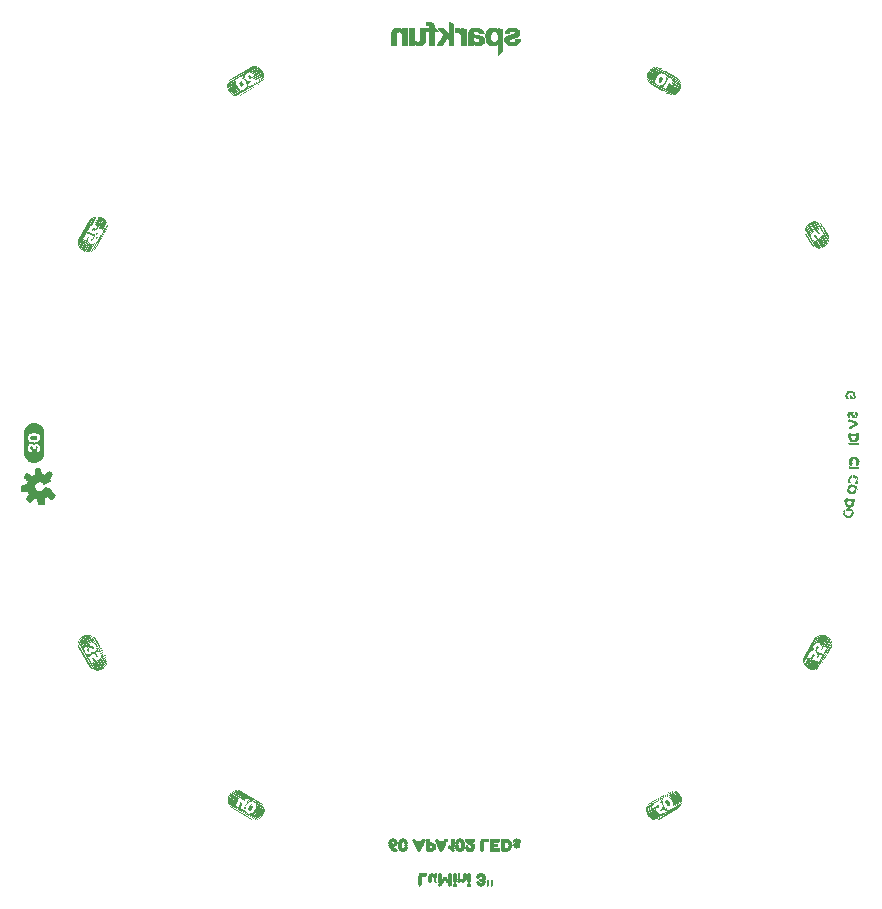
<source format=gbo>
G75*
%MOIN*%
%OFA0B0*%
%FSLAX25Y25*%
%IPPOS*%
%LPD*%
%AMOC8*
5,1,8,0,0,1.08239X$1,22.5*
%
%ADD10R,0.00787X0.00157*%
%ADD11R,0.00315X0.00157*%
%ADD12R,0.00157X0.00157*%
%ADD13R,0.01102X0.00157*%
%ADD14R,0.00945X0.00157*%
%ADD15R,0.01732X0.00157*%
%ADD16R,0.02205X0.00157*%
%ADD17R,0.01260X0.00157*%
%ADD18R,0.02362X0.00157*%
%ADD19R,0.01417X0.00157*%
%ADD20R,0.02677X0.00157*%
%ADD21R,0.01575X0.00157*%
%ADD22R,0.00472X0.00157*%
%ADD23R,0.02992X0.00157*%
%ADD24R,0.01890X0.00157*%
%ADD25R,0.02047X0.00157*%
%ADD26R,0.00630X0.00157*%
%ADD27R,0.02520X0.00157*%
%ADD28R,0.04567X0.00157*%
%ADD29R,0.02835X0.00157*%
%ADD30R,0.01260X0.00118*%
%ADD31R,0.00394X0.00118*%
%ADD32R,0.00236X0.00118*%
%ADD33R,0.01772X0.00118*%
%ADD34R,0.00630X0.00118*%
%ADD35R,0.02008X0.00118*%
%ADD36R,0.00748X0.00118*%
%ADD37R,0.00866X0.00118*%
%ADD38R,0.02008X0.00157*%
%ADD39R,0.01024X0.00157*%
%ADD40R,0.00866X0.00157*%
%ADD41R,0.01024X0.00118*%
%ADD42R,0.01890X0.00118*%
%ADD43R,0.00906X0.00118*%
%ADD44R,0.01142X0.00118*%
%ADD45R,0.01496X0.00118*%
%ADD46R,0.00984X0.00118*%
%ADD47R,0.00906X0.00157*%
%ADD48R,0.02126X0.00118*%
%ADD49R,0.01654X0.00157*%
%ADD50R,0.00276X0.00118*%
%ADD51R,0.01378X0.00118*%
%ADD52R,0.02126X0.00157*%
%ADD53R,0.01654X0.00118*%
%ADD54R,0.00512X0.00118*%
%ADD55R,0.01535X0.00118*%
%ADD56R,0.02244X0.00157*%
%ADD57R,0.02402X0.00118*%
%ADD58R,0.02520X0.00118*%
%ADD59R,0.02638X0.00118*%
%ADD60R,0.00984X0.00157*%
%ADD61R,0.00157X0.00157*%
%ADD62R,0.01496X0.00157*%
%ADD63R,0.01417X0.00118*%
%ADD64R,0.02402X0.00157*%
%ADD65R,0.02362X0.00118*%
%ADD66R,0.02677X0.00118*%
%ADD67R,0.02756X0.00118*%
%ADD68R,0.02913X0.00118*%
%ADD69R,0.02795X0.00118*%
%ADD70R,0.02244X0.00118*%
%ADD71R,0.02165X0.00157*%
%ADD72R,0.00394X0.00157*%
%ADD73R,0.00748X0.00157*%
%ADD74R,0.01102X0.00118*%
%ADD75R,0.02165X0.00118*%
%ADD76R,0.00354X0.00118*%
%ADD77R,0.00118X0.00630*%
%ADD78R,0.00118X0.00118*%
%ADD79R,0.00118X0.01417*%
%ADD80R,0.00118X0.00748*%
%ADD81R,0.00118X0.01890*%
%ADD82R,0.00118X0.00866*%
%ADD83R,0.00157X0.02244*%
%ADD84R,0.00157X0.00866*%
%ADD85R,0.00118X0.02402*%
%ADD86R,0.00118X0.02520*%
%ADD87R,0.00118X0.01142*%
%ADD88R,0.00157X0.01024*%
%ADD89R,0.00157X0.00276*%
%ADD90R,0.00118X0.00984*%
%ADD91R,0.00157X0.00984*%
%ADD92R,0.00118X0.01024*%
%ADD93R,0.00118X0.00512*%
%ADD94R,0.00118X0.01260*%
%ADD95R,0.00118X0.02126*%
%ADD96R,0.00118X0.01772*%
%ADD97R,0.00118X0.00157*%
%ADD98R,0.00118X0.00276*%
%ADD99R,0.00118X0.02638*%
%ADD100R,0.00157X0.00748*%
%ADD101R,0.00157X0.02402*%
%ADD102R,0.00118X0.02008*%
%ADD103R,0.03150X0.00157*%
%ADD104R,0.03307X0.00157*%
%ADD105R,0.03465X0.00157*%
%ADD106R,0.03622X0.00157*%
%ADD107R,0.03780X0.00157*%
%ADD108R,0.03937X0.00157*%
%ADD109C,0.00591*%
%ADD110C,0.00300*%
%ADD111R,0.05512X0.00157*%
%ADD112R,0.06142X0.00157*%
%ADD113R,0.06772X0.00157*%
%ADD114R,0.07087X0.00157*%
%ADD115R,0.07402X0.00157*%
%ADD116R,0.07717X0.00157*%
%ADD117R,0.08031X0.00157*%
%ADD118R,0.04724X0.00157*%
%ADD119R,0.04882X0.00157*%
%ADD120R,0.04094X0.00157*%
%ADD121R,0.05039X0.00157*%
%ADD122R,0.08346X0.00157*%
%ADD123R,0.08976X0.00157*%
%ADD124R,0.09606X0.00157*%
%ADD125R,0.09921X0.00157*%
%ADD126R,0.10236X0.00157*%
%ADD127R,0.10551X0.00157*%
%ADD128R,0.06299X0.00157*%
%ADD129R,0.04252X0.00157*%
%ADD130R,0.09291X0.00157*%
%ADD131R,0.10866X0.00157*%
%ADD132R,0.11181X0.00157*%
%ADD133R,0.11496X0.00157*%
%ADD134R,0.04409X0.00157*%
%ADD135R,0.06929X0.00157*%
%ADD136R,0.00157X0.08346*%
%ADD137R,0.00157X0.09291*%
%ADD138R,0.00157X0.09921*%
%ADD139R,0.00157X0.10551*%
%ADD140R,0.00157X0.10866*%
%ADD141R,0.00157X0.11181*%
%ADD142R,0.00157X0.11496*%
%ADD143R,0.00157X0.03780*%
%ADD144R,0.00157X0.02677*%
%ADD145R,0.00157X0.03465*%
%ADD146R,0.00157X0.01890*%
%ADD147R,0.00157X0.03622*%
%ADD148R,0.00157X0.03307*%
%ADD149R,0.00157X0.01417*%
%ADD150R,0.00157X0.01102*%
%ADD151R,0.00157X0.03150*%
%ADD152R,0.00157X0.00945*%
%ADD153R,0.00157X0.00787*%
%ADD154R,0.00157X0.00315*%
%ADD155R,0.00157X0.00630*%
%ADD156R,0.00157X0.00472*%
%ADD157R,0.00157X0.04409*%
%ADD158R,0.00157X0.05039*%
%ADD159R,0.00157X0.01260*%
%ADD160R,0.00157X0.02992*%
%ADD161R,0.00157X0.01575*%
%ADD162R,0.00157X0.02047*%
%ADD163R,0.05197X0.00157*%
%ADD164R,0.07244X0.00157*%
%ADD165R,0.08661X0.00157*%
D10*
X0167314Y0244863D03*
X0169361Y0244863D03*
X0170778Y0243760D03*
X0172510Y0246595D03*
X0170778Y0247697D03*
X0169361Y0247697D03*
X0168101Y0247697D03*
X0171264Y0255260D03*
X0175044Y0255260D03*
X0175044Y0259197D03*
X0166698Y0259197D03*
X0165280Y0259197D03*
X0162288Y0259197D03*
X0163863Y0255260D03*
X0174243Y0247697D03*
X0175660Y0247697D03*
X0177077Y0247697D03*
X0179125Y0247697D03*
X0180542Y0247697D03*
X0180542Y0244863D03*
X0180542Y0243445D03*
X0178337Y0244863D03*
X0177077Y0244863D03*
X0175660Y0244863D03*
X0175660Y0243445D03*
X0183534Y0244863D03*
X0183377Y0246280D03*
X0186841Y0244863D03*
X0188101Y0243760D03*
X0184808Y0255260D03*
X0195674Y0258410D03*
G36*
X0243703Y0270828D02*
X0243023Y0270436D01*
X0242945Y0270572D01*
X0243625Y0270964D01*
X0243703Y0270828D01*
G37*
G36*
X0245045Y0271967D02*
X0244365Y0271575D01*
X0244287Y0271711D01*
X0244967Y0272103D01*
X0245045Y0271967D01*
G37*
G36*
X0244967Y0272103D02*
X0244287Y0271711D01*
X0244209Y0271847D01*
X0244889Y0272239D01*
X0244967Y0272103D01*
G37*
G36*
X0245639Y0270309D02*
X0244959Y0269917D01*
X0244881Y0270053D01*
X0245561Y0270445D01*
X0245639Y0270309D01*
G37*
G36*
X0246384Y0269648D02*
X0245704Y0269256D01*
X0245626Y0269392D01*
X0246306Y0269784D01*
X0246384Y0269648D01*
G37*
G36*
X0246678Y0269454D02*
X0245998Y0269062D01*
X0245920Y0269198D01*
X0246600Y0269590D01*
X0246678Y0269454D01*
G37*
G36*
X0295386Y0322741D02*
X0294994Y0322061D01*
X0294858Y0322139D01*
X0295250Y0322819D01*
X0295386Y0322741D01*
G37*
G36*
X0297023Y0321796D02*
X0296631Y0321116D01*
X0296495Y0321194D01*
X0296887Y0321874D01*
X0297023Y0321796D01*
G37*
G36*
X0297920Y0321460D02*
X0297528Y0320780D01*
X0297392Y0320858D01*
X0297784Y0321538D01*
X0297920Y0321460D01*
G37*
G36*
X0298680Y0321202D02*
X0298288Y0320522D01*
X0298152Y0320600D01*
X0298544Y0321280D01*
X0298680Y0321202D01*
G37*
G36*
X0295455Y0460569D02*
X0295847Y0459889D01*
X0295711Y0459811D01*
X0295319Y0460491D01*
X0295455Y0460569D01*
G37*
G36*
X0246198Y0513258D02*
X0246878Y0512866D01*
X0246800Y0512730D01*
X0246120Y0513122D01*
X0246198Y0513258D01*
G37*
G36*
X0246277Y0513394D02*
X0246957Y0513002D01*
X0246879Y0512866D01*
X0246199Y0513258D01*
X0246277Y0513394D01*
G37*
G36*
X0244859Y0510939D02*
X0245539Y0510547D01*
X0245461Y0510411D01*
X0244781Y0510803D01*
X0244859Y0510939D01*
G37*
G36*
X0244781Y0510803D02*
X0245461Y0510411D01*
X0245383Y0510275D01*
X0244703Y0510667D01*
X0244781Y0510803D01*
G37*
G36*
X0106713Y0513652D02*
X0107393Y0514044D01*
X0107471Y0513908D01*
X0106791Y0513516D01*
X0106713Y0513652D01*
G37*
G36*
X0105134Y0512923D02*
X0105814Y0513315D01*
X0105892Y0513179D01*
X0105212Y0512787D01*
X0105134Y0512923D01*
G37*
G36*
X0105055Y0513059D02*
X0105735Y0513451D01*
X0105813Y0513315D01*
X0105133Y0512923D01*
X0105055Y0513059D01*
G37*
G36*
X0103713Y0511920D02*
X0104393Y0512312D01*
X0104471Y0512176D01*
X0103791Y0511784D01*
X0103713Y0511920D01*
G37*
G36*
X0103791Y0511784D02*
X0104471Y0512176D01*
X0104549Y0512040D01*
X0103869Y0511648D01*
X0103791Y0511784D01*
G37*
G36*
X0104658Y0510284D02*
X0105338Y0510676D01*
X0105416Y0510540D01*
X0104736Y0510148D01*
X0104658Y0510284D01*
G37*
G36*
X0106279Y0510310D02*
X0106959Y0510702D01*
X0107037Y0510566D01*
X0106357Y0510174D01*
X0106279Y0510310D01*
G37*
G36*
X0105979Y0511774D02*
X0106659Y0512166D01*
X0106737Y0512030D01*
X0106057Y0511638D01*
X0105979Y0511774D01*
G37*
G36*
X0054763Y0462603D02*
X0055155Y0463283D01*
X0055291Y0463205D01*
X0054899Y0462525D01*
X0054763Y0462603D01*
G37*
G36*
X0053624Y0461260D02*
X0054016Y0461940D01*
X0054152Y0461862D01*
X0053760Y0461182D01*
X0053624Y0461260D01*
G37*
G36*
X0053488Y0461339D02*
X0053880Y0462019D01*
X0054016Y0461941D01*
X0053624Y0461261D01*
X0053488Y0461339D01*
G37*
G36*
X0055067Y0460609D02*
X0055459Y0461289D01*
X0055595Y0461211D01*
X0055203Y0460531D01*
X0055067Y0460609D01*
G37*
G36*
X0054961Y0458851D02*
X0055353Y0459531D01*
X0055489Y0459453D01*
X0055097Y0458773D01*
X0054961Y0458851D01*
G37*
G36*
X0056687Y0321955D02*
X0056295Y0322635D01*
X0056431Y0322713D01*
X0056823Y0322033D01*
X0056687Y0321955D01*
G37*
G36*
X0056850Y0320412D02*
X0056458Y0321092D01*
X0056594Y0321170D01*
X0056986Y0320490D01*
X0056850Y0320412D01*
G37*
G36*
X0055674Y0321188D02*
X0055282Y0321868D01*
X0055418Y0321946D01*
X0055810Y0321266D01*
X0055674Y0321188D01*
G37*
G36*
X0055108Y0321225D02*
X0054716Y0321905D01*
X0054852Y0321983D01*
X0055244Y0321303D01*
X0055108Y0321225D01*
G37*
G36*
X0054971Y0321146D02*
X0054579Y0321826D01*
X0054715Y0321904D01*
X0055107Y0321224D01*
X0054971Y0321146D01*
G37*
G36*
X0053959Y0320380D02*
X0053567Y0321060D01*
X0053703Y0321138D01*
X0054095Y0320458D01*
X0053959Y0320380D01*
G37*
G36*
X0104696Y0270588D02*
X0104016Y0270980D01*
X0104094Y0271116D01*
X0104774Y0270724D01*
X0104696Y0270588D01*
G37*
G36*
X0104617Y0270451D02*
X0103937Y0270843D01*
X0104015Y0270979D01*
X0104695Y0270587D01*
X0104617Y0270451D01*
G37*
G36*
X0104538Y0270315D02*
X0103858Y0270707D01*
X0103936Y0270843D01*
X0104616Y0270451D01*
X0104538Y0270315D01*
G37*
G36*
X0104460Y0270178D02*
X0103780Y0270570D01*
X0103858Y0270706D01*
X0104538Y0270314D01*
X0104460Y0270178D01*
G37*
G36*
X0104145Y0269633D02*
X0103465Y0270025D01*
X0103543Y0270161D01*
X0104223Y0269769D01*
X0104145Y0269633D01*
G37*
G36*
X0105802Y0269039D02*
X0105122Y0269431D01*
X0105200Y0269567D01*
X0105880Y0269175D01*
X0105802Y0269039D01*
G37*
G36*
X0105881Y0269176D02*
X0105201Y0269568D01*
X0105279Y0269704D01*
X0105959Y0269312D01*
X0105881Y0269176D01*
G37*
G36*
X0107481Y0268798D02*
X0106801Y0269190D01*
X0106879Y0269326D01*
X0107559Y0268934D01*
X0107481Y0268798D01*
G37*
G36*
X0108426Y0270434D02*
X0107746Y0270826D01*
X0107824Y0270962D01*
X0108504Y0270570D01*
X0108426Y0270434D01*
G37*
G36*
X0107377Y0271767D02*
X0106697Y0272159D01*
X0106775Y0272295D01*
X0107455Y0271903D01*
X0107377Y0271767D01*
G37*
G36*
X0107456Y0271904D02*
X0106776Y0272296D01*
X0106854Y0272432D01*
X0107534Y0272040D01*
X0107456Y0271904D01*
G37*
D11*
X0164085Y0243603D03*
X0186762Y0243603D03*
X0188022Y0243603D03*
X0188022Y0245493D03*
X0186762Y0245493D03*
X0195595Y0258252D03*
X0197170Y0257150D03*
G36*
X0245087Y0271264D02*
X0244817Y0271108D01*
X0244739Y0271244D01*
X0245009Y0271400D01*
X0245087Y0271264D01*
G37*
G36*
X0245166Y0271128D02*
X0244896Y0270972D01*
X0244818Y0271108D01*
X0245088Y0271264D01*
X0245166Y0271128D01*
G37*
G36*
X0245245Y0270991D02*
X0244975Y0270835D01*
X0244897Y0270971D01*
X0245167Y0271127D01*
X0245245Y0270991D01*
G37*
G36*
X0245323Y0270855D02*
X0245053Y0270699D01*
X0244975Y0270835D01*
X0245245Y0270991D01*
X0245323Y0270855D01*
G37*
G36*
X0295580Y0322446D02*
X0295424Y0322176D01*
X0295288Y0322254D01*
X0295444Y0322524D01*
X0295580Y0322446D01*
G37*
G36*
X0106416Y0271049D02*
X0106146Y0271205D01*
X0106224Y0271341D01*
X0106494Y0271185D01*
X0106416Y0271049D01*
G37*
G36*
X0106338Y0270912D02*
X0106068Y0271068D01*
X0106146Y0271204D01*
X0106416Y0271048D01*
X0106338Y0270912D01*
G37*
G36*
X0106259Y0270776D02*
X0105989Y0270932D01*
X0106067Y0271068D01*
X0106337Y0270912D01*
X0106259Y0270776D01*
G37*
G36*
X0106180Y0270639D02*
X0105910Y0270795D01*
X0105988Y0270931D01*
X0106258Y0270775D01*
X0106180Y0270639D01*
G37*
G36*
X0106101Y0270503D02*
X0105831Y0270659D01*
X0105909Y0270795D01*
X0106179Y0270639D01*
X0106101Y0270503D01*
G37*
G36*
X0106023Y0270367D02*
X0105753Y0270523D01*
X0105831Y0270659D01*
X0106101Y0270503D01*
X0106023Y0270367D01*
G37*
G36*
X0053287Y0322174D02*
X0053131Y0322444D01*
X0053267Y0322522D01*
X0053423Y0322252D01*
X0053287Y0322174D01*
G37*
G36*
X0056158Y0459979D02*
X0056314Y0460249D01*
X0056450Y0460171D01*
X0056294Y0459901D01*
X0056158Y0459979D01*
G37*
G36*
X0056021Y0460058D02*
X0056177Y0460328D01*
X0056313Y0460250D01*
X0056157Y0459980D01*
X0056021Y0460058D01*
G37*
G36*
X0055885Y0460137D02*
X0056041Y0460407D01*
X0056177Y0460329D01*
X0056021Y0460059D01*
X0055885Y0460137D01*
G37*
D12*
X0163863Y0255103D03*
X0171264Y0255103D03*
X0174099Y0256993D03*
X0175044Y0255103D03*
X0184808Y0255103D03*
X0196461Y0256205D03*
X0196304Y0259355D03*
X0174243Y0243603D03*
X0170778Y0243603D03*
D13*
X0170778Y0243918D03*
X0170778Y0245650D03*
X0170778Y0245807D03*
X0170778Y0245965D03*
X0170778Y0246122D03*
X0170778Y0246280D03*
X0170778Y0246437D03*
X0170778Y0246595D03*
X0170778Y0246752D03*
X0170778Y0246910D03*
X0170778Y0247067D03*
X0170778Y0247225D03*
X0170778Y0247382D03*
X0170778Y0247540D03*
X0169203Y0246595D03*
X0167314Y0246595D03*
X0167314Y0246437D03*
X0167314Y0246280D03*
X0167314Y0246122D03*
X0167314Y0245965D03*
X0167314Y0245807D03*
X0167314Y0245650D03*
X0167314Y0245493D03*
X0167314Y0245335D03*
X0167314Y0245178D03*
X0167314Y0245020D03*
X0164164Y0245020D03*
X0164164Y0244863D03*
X0164164Y0244705D03*
X0164164Y0244548D03*
X0164164Y0244390D03*
X0164164Y0244233D03*
X0164164Y0244075D03*
X0164164Y0245178D03*
X0164164Y0245335D03*
X0164164Y0245493D03*
X0164164Y0245650D03*
X0164164Y0245807D03*
X0164164Y0245965D03*
X0164164Y0246122D03*
X0164164Y0246280D03*
X0164164Y0246437D03*
X0164164Y0246595D03*
X0164164Y0246752D03*
X0172510Y0246437D03*
X0172510Y0246280D03*
X0174243Y0246280D03*
X0174243Y0246437D03*
X0174243Y0246595D03*
X0174243Y0246752D03*
X0174243Y0246910D03*
X0174243Y0247067D03*
X0174243Y0247225D03*
X0174243Y0247382D03*
X0174243Y0247540D03*
X0175660Y0247540D03*
X0175660Y0247382D03*
X0175660Y0247225D03*
X0175660Y0247067D03*
X0175660Y0246910D03*
X0175660Y0246752D03*
X0175660Y0246595D03*
X0175660Y0246437D03*
X0175660Y0246280D03*
X0175660Y0246122D03*
X0175660Y0245965D03*
X0175660Y0245807D03*
X0175660Y0245650D03*
X0175660Y0245493D03*
X0175660Y0245335D03*
X0175660Y0245178D03*
X0175660Y0245020D03*
X0175660Y0244075D03*
X0175660Y0243918D03*
X0175660Y0243760D03*
X0175660Y0243603D03*
X0174243Y0243918D03*
X0174243Y0245650D03*
X0174243Y0245807D03*
X0174243Y0245965D03*
X0174243Y0246122D03*
X0177235Y0245965D03*
X0179125Y0245965D03*
X0179125Y0246122D03*
X0179125Y0246280D03*
X0179125Y0246437D03*
X0179125Y0246595D03*
X0179125Y0246752D03*
X0179125Y0246910D03*
X0179125Y0247067D03*
X0179125Y0247225D03*
X0179125Y0247382D03*
X0179125Y0247540D03*
X0180542Y0247540D03*
X0180542Y0247382D03*
X0180542Y0247225D03*
X0180542Y0247067D03*
X0180542Y0246910D03*
X0180542Y0246752D03*
X0180542Y0246595D03*
X0180542Y0246437D03*
X0180542Y0246280D03*
X0180542Y0246122D03*
X0180542Y0245965D03*
X0180542Y0245807D03*
X0180542Y0245650D03*
X0180542Y0245493D03*
X0180542Y0245335D03*
X0180542Y0245178D03*
X0180542Y0245020D03*
X0180542Y0244075D03*
X0180542Y0243918D03*
X0180542Y0243760D03*
X0180542Y0243603D03*
X0183534Y0244705D03*
X0183377Y0246437D03*
X0183377Y0246595D03*
X0185424Y0246752D03*
X0185581Y0246437D03*
X0185424Y0246280D03*
X0185424Y0244863D03*
X0185424Y0244705D03*
X0184808Y0255418D03*
X0184808Y0255575D03*
X0184808Y0255733D03*
X0184808Y0255890D03*
X0184808Y0256048D03*
X0184808Y0256205D03*
X0184808Y0256363D03*
X0184808Y0256520D03*
X0184808Y0256678D03*
X0184808Y0256835D03*
X0184808Y0256993D03*
X0184808Y0257150D03*
X0184808Y0257307D03*
X0184808Y0257465D03*
X0184808Y0257622D03*
X0184808Y0257780D03*
X0184808Y0257937D03*
X0184808Y0258095D03*
X0184808Y0258252D03*
X0188115Y0258095D03*
X0188115Y0257937D03*
X0188115Y0257780D03*
X0188115Y0256520D03*
X0188115Y0256363D03*
X0188115Y0256205D03*
X0191737Y0256205D03*
X0191737Y0256363D03*
X0191737Y0256520D03*
X0191737Y0256678D03*
X0191737Y0256835D03*
X0191737Y0256993D03*
X0191737Y0257150D03*
X0191737Y0257307D03*
X0191737Y0257465D03*
X0191737Y0257622D03*
X0191737Y0257780D03*
X0191737Y0257937D03*
X0191737Y0258095D03*
X0194257Y0257780D03*
X0194257Y0257622D03*
X0194414Y0257150D03*
X0194257Y0256835D03*
X0194257Y0256678D03*
X0195831Y0257307D03*
X0181816Y0256835D03*
X0181816Y0256678D03*
X0181816Y0256363D03*
X0181816Y0256205D03*
X0179926Y0256205D03*
X0179926Y0256363D03*
X0178509Y0256520D03*
X0178509Y0256678D03*
X0178509Y0256835D03*
X0178509Y0256993D03*
X0178509Y0257150D03*
X0178509Y0257307D03*
X0178509Y0257465D03*
X0178509Y0257622D03*
X0178509Y0257780D03*
X0178509Y0257937D03*
X0178351Y0258095D03*
X0178351Y0256363D03*
X0178351Y0256205D03*
X0176461Y0256363D03*
X0176461Y0256520D03*
X0176461Y0256678D03*
X0176304Y0257150D03*
X0176461Y0257780D03*
X0176461Y0257937D03*
X0176461Y0258095D03*
X0175044Y0258095D03*
X0175044Y0258252D03*
X0175044Y0258410D03*
X0175044Y0258567D03*
X0175044Y0258725D03*
X0175044Y0258882D03*
X0175044Y0259040D03*
X0175044Y0257937D03*
X0175044Y0257780D03*
X0175044Y0257622D03*
X0175044Y0257465D03*
X0175044Y0257307D03*
X0175044Y0257150D03*
X0175044Y0256993D03*
X0175044Y0255418D03*
X0172052Y0257150D03*
X0172052Y0257307D03*
X0172209Y0257465D03*
X0172682Y0258567D03*
X0172839Y0258882D03*
X0172839Y0259040D03*
X0170477Y0257307D03*
X0170635Y0256993D03*
X0171264Y0255575D03*
X0168902Y0256363D03*
X0168902Y0256520D03*
X0168902Y0256678D03*
X0168902Y0256835D03*
X0169847Y0258567D03*
X0169690Y0258882D03*
X0166698Y0258882D03*
X0166698Y0258725D03*
X0166698Y0258567D03*
X0166698Y0258410D03*
X0166698Y0258252D03*
X0166698Y0259040D03*
X0165280Y0258725D03*
X0164650Y0257465D03*
X0164650Y0257307D03*
X0164493Y0256993D03*
X0163075Y0257150D03*
X0162918Y0257465D03*
X0162288Y0258725D03*
X0162288Y0258882D03*
X0159453Y0258095D03*
X0159453Y0257937D03*
X0159453Y0257780D03*
X0159611Y0257307D03*
X0159611Y0257150D03*
X0159611Y0256993D03*
X0159453Y0256520D03*
X0159453Y0256363D03*
X0157564Y0256363D03*
X0157564Y0256205D03*
X0157406Y0256520D03*
X0157406Y0256678D03*
X0157406Y0256835D03*
X0157406Y0256993D03*
X0157406Y0257150D03*
X0157406Y0257307D03*
X0157406Y0257465D03*
X0157406Y0257622D03*
X0157406Y0257780D03*
X0157406Y0257937D03*
X0157564Y0258095D03*
X0156146Y0258095D03*
X0156146Y0258252D03*
X0156146Y0257937D03*
X0154257Y0257937D03*
X0154257Y0258095D03*
X0154414Y0256678D03*
X0163863Y0255575D03*
X0166698Y0256205D03*
X0166698Y0256363D03*
X0166698Y0256520D03*
X0166698Y0256678D03*
X0166698Y0256835D03*
X0166698Y0256993D03*
G36*
X0108405Y0270082D02*
X0107451Y0270632D01*
X0107529Y0270768D01*
X0108483Y0270218D01*
X0108405Y0270082D01*
G37*
G36*
X0108327Y0269946D02*
X0107373Y0270496D01*
X0107451Y0270632D01*
X0108405Y0270082D01*
X0108327Y0269946D01*
G37*
G36*
X0108248Y0269810D02*
X0107294Y0270360D01*
X0107372Y0270496D01*
X0108326Y0269946D01*
X0108248Y0269810D01*
G37*
G36*
X0108169Y0269673D02*
X0107215Y0270223D01*
X0107293Y0270359D01*
X0108247Y0269809D01*
X0108169Y0269673D01*
G37*
G36*
X0108091Y0269537D02*
X0107137Y0270087D01*
X0107215Y0270223D01*
X0108169Y0269673D01*
X0108091Y0269537D01*
G37*
G36*
X0108012Y0269401D02*
X0107058Y0269951D01*
X0107136Y0270087D01*
X0108090Y0269537D01*
X0108012Y0269401D01*
G37*
G36*
X0107933Y0269264D02*
X0106979Y0269814D01*
X0107057Y0269950D01*
X0108011Y0269400D01*
X0107933Y0269264D01*
G37*
G36*
X0107854Y0269128D02*
X0106900Y0269678D01*
X0106978Y0269814D01*
X0107932Y0269264D01*
X0107854Y0269128D01*
G37*
G36*
X0107776Y0268991D02*
X0106822Y0269541D01*
X0106900Y0269677D01*
X0107854Y0269127D01*
X0107776Y0268991D01*
G37*
G36*
X0056792Y0320196D02*
X0056242Y0321150D01*
X0056378Y0321228D01*
X0056928Y0320274D01*
X0056792Y0320196D01*
G37*
G36*
X0053902Y0320164D02*
X0053352Y0321118D01*
X0053488Y0321196D01*
X0054038Y0320242D01*
X0053902Y0320164D01*
G37*
G36*
X0053765Y0320085D02*
X0053215Y0321039D01*
X0053351Y0321117D01*
X0053901Y0320163D01*
X0053765Y0320085D01*
G37*
G36*
X0055218Y0322924D02*
X0054668Y0323878D01*
X0054804Y0323956D01*
X0055354Y0323002D01*
X0055218Y0322924D01*
G37*
G36*
X0054746Y0458793D02*
X0055296Y0459747D01*
X0055432Y0459669D01*
X0054882Y0458715D01*
X0054746Y0458793D01*
G37*
G36*
X0055046Y0460257D02*
X0055596Y0461211D01*
X0055732Y0461133D01*
X0055182Y0460179D01*
X0055046Y0460257D01*
G37*
G36*
X0053273Y0461280D02*
X0053823Y0462234D01*
X0053959Y0462156D01*
X0053409Y0461202D01*
X0053273Y0461280D01*
G37*
G36*
X0054957Y0462308D02*
X0055507Y0463262D01*
X0055643Y0463184D01*
X0055093Y0462230D01*
X0054957Y0462308D01*
G37*
G36*
X0055093Y0462229D02*
X0055643Y0463183D01*
X0055779Y0463105D01*
X0055229Y0462151D01*
X0055093Y0462229D01*
G37*
G36*
X0104442Y0510341D02*
X0105396Y0510891D01*
X0105474Y0510755D01*
X0104520Y0510205D01*
X0104442Y0510341D01*
G37*
G36*
X0104363Y0510477D02*
X0105317Y0511027D01*
X0105395Y0510891D01*
X0104441Y0510341D01*
X0104363Y0510477D01*
G37*
G36*
X0104284Y0510614D02*
X0105238Y0511164D01*
X0105316Y0511028D01*
X0104362Y0510478D01*
X0104284Y0510614D01*
G37*
G36*
X0104206Y0510750D02*
X0105160Y0511300D01*
X0105238Y0511164D01*
X0104284Y0510614D01*
X0104206Y0510750D01*
G37*
G36*
X0104127Y0510887D02*
X0105081Y0511437D01*
X0105159Y0511301D01*
X0104205Y0510751D01*
X0104127Y0510887D01*
G37*
G36*
X0104048Y0511023D02*
X0105002Y0511573D01*
X0105080Y0511437D01*
X0104126Y0510887D01*
X0104048Y0511023D01*
G37*
G36*
X0103969Y0511159D02*
X0104923Y0511709D01*
X0105001Y0511573D01*
X0104047Y0511023D01*
X0103969Y0511159D01*
G37*
G36*
X0103891Y0511296D02*
X0104845Y0511846D01*
X0104923Y0511710D01*
X0103969Y0511160D01*
X0103891Y0511296D01*
G37*
G36*
X0103812Y0511432D02*
X0104766Y0511982D01*
X0104844Y0511846D01*
X0103890Y0511296D01*
X0103812Y0511432D01*
G37*
G36*
X0103733Y0511568D02*
X0104687Y0512118D01*
X0104765Y0511982D01*
X0103811Y0511432D01*
X0103733Y0511568D01*
G37*
G36*
X0104840Y0513116D02*
X0105794Y0513666D01*
X0105872Y0513530D01*
X0104918Y0512980D01*
X0104840Y0513116D01*
G37*
G36*
X0106136Y0511501D02*
X0107090Y0512051D01*
X0107168Y0511915D01*
X0106214Y0511365D01*
X0106136Y0511501D01*
G37*
G36*
X0106734Y0513301D02*
X0107688Y0513851D01*
X0107766Y0513715D01*
X0106812Y0513165D01*
X0106734Y0513301D01*
G37*
G36*
X0243752Y0512488D02*
X0244706Y0511938D01*
X0244628Y0511802D01*
X0243674Y0512352D01*
X0243752Y0512488D01*
G37*
G36*
X0244303Y0513442D02*
X0245257Y0512892D01*
X0245179Y0512756D01*
X0244225Y0513306D01*
X0244303Y0513442D01*
G37*
G36*
X0246161Y0513825D02*
X0247115Y0513275D01*
X0247037Y0513139D01*
X0246083Y0513689D01*
X0246161Y0513825D01*
G37*
G36*
X0244350Y0510688D02*
X0245304Y0510138D01*
X0245226Y0510002D01*
X0244272Y0510552D01*
X0244350Y0510688D01*
G37*
G36*
X0295513Y0460785D02*
X0296063Y0459831D01*
X0295927Y0459753D01*
X0295377Y0460707D01*
X0295513Y0460785D01*
G37*
G36*
X0306412Y0370125D02*
X0306546Y0371218D01*
X0306700Y0371199D01*
X0306566Y0370106D01*
X0306412Y0370125D01*
G37*
G36*
X0295329Y0322956D02*
X0294779Y0322002D01*
X0294643Y0322080D01*
X0295193Y0323034D01*
X0295329Y0322956D01*
G37*
G36*
X0297296Y0321639D02*
X0296746Y0320685D01*
X0296610Y0320763D01*
X0297160Y0321717D01*
X0297296Y0321639D01*
G37*
G36*
X0246940Y0272151D02*
X0245986Y0271601D01*
X0245908Y0271737D01*
X0246862Y0272287D01*
X0246940Y0272151D01*
G37*
G36*
X0247491Y0271197D02*
X0246537Y0270647D01*
X0246459Y0270783D01*
X0247413Y0271333D01*
X0247491Y0271197D01*
G37*
G36*
X0246894Y0269397D02*
X0245940Y0268847D01*
X0245862Y0268983D01*
X0246816Y0269533D01*
X0246894Y0269397D01*
G37*
G36*
X0245718Y0270173D02*
X0244764Y0269623D01*
X0244686Y0269759D01*
X0245640Y0270309D01*
X0245718Y0270173D01*
G37*
G36*
X0245025Y0272319D02*
X0244071Y0271769D01*
X0243993Y0271905D01*
X0244947Y0272455D01*
X0245025Y0272319D01*
G37*
G36*
X0243918Y0270771D02*
X0242964Y0270221D01*
X0242886Y0270357D01*
X0243840Y0270907D01*
X0243918Y0270771D01*
G37*
D14*
G36*
X0246782Y0272424D02*
X0245966Y0271953D01*
X0245888Y0272088D01*
X0246704Y0272559D01*
X0246782Y0272424D01*
G37*
G36*
X0246860Y0272288D02*
X0246044Y0271817D01*
X0245966Y0271952D01*
X0246782Y0272423D01*
X0246860Y0272288D01*
G37*
G36*
X0247569Y0271061D02*
X0246753Y0270590D01*
X0246675Y0270725D01*
X0247491Y0271196D01*
X0247569Y0271061D01*
G37*
G36*
X0247648Y0270924D02*
X0246832Y0270453D01*
X0246754Y0270588D01*
X0247570Y0271059D01*
X0247648Y0270924D01*
G37*
G36*
X0295359Y0321119D02*
X0294888Y0320303D01*
X0294753Y0320381D01*
X0295224Y0321197D01*
X0295359Y0321119D01*
G37*
G36*
X0297159Y0321717D02*
X0296688Y0320901D01*
X0296553Y0320979D01*
X0297024Y0321795D01*
X0297159Y0321717D01*
G37*
G36*
X0296855Y0323711D02*
X0296384Y0322895D01*
X0296249Y0322973D01*
X0296720Y0323789D01*
X0296855Y0323711D01*
G37*
X0197170Y0258410D03*
X0195753Y0257150D03*
X0194335Y0257307D03*
X0194335Y0257465D03*
X0194335Y0256993D03*
X0185503Y0246595D03*
X0186762Y0244705D03*
X0186762Y0244548D03*
X0186762Y0244390D03*
X0186762Y0244233D03*
X0186762Y0244075D03*
X0186762Y0243918D03*
X0186762Y0243760D03*
X0188022Y0243918D03*
X0188022Y0244075D03*
X0188022Y0244233D03*
X0188022Y0244390D03*
X0188022Y0244548D03*
X0188022Y0244705D03*
X0188022Y0244863D03*
X0184400Y0243603D03*
X0180621Y0244233D03*
X0177156Y0246122D03*
X0177156Y0246280D03*
X0177156Y0246437D03*
X0177156Y0246595D03*
X0177156Y0246752D03*
X0177156Y0246910D03*
X0177156Y0247067D03*
X0177156Y0247225D03*
X0177156Y0247382D03*
X0177156Y0247540D03*
X0175739Y0244233D03*
X0174164Y0243760D03*
X0169282Y0245020D03*
X0169282Y0245178D03*
X0169282Y0245335D03*
X0169282Y0245493D03*
X0169282Y0245650D03*
X0169282Y0245807D03*
X0169282Y0245965D03*
X0169282Y0246122D03*
X0169282Y0246280D03*
X0169282Y0246437D03*
X0169282Y0247540D03*
X0164085Y0243918D03*
X0164085Y0243760D03*
X0163784Y0255418D03*
X0162209Y0259040D03*
X0159532Y0257622D03*
X0159532Y0257465D03*
X0159532Y0256835D03*
X0159532Y0256678D03*
X0158430Y0255103D03*
X0154335Y0258252D03*
X0165359Y0259040D03*
X0169768Y0259040D03*
X0171343Y0255418D03*
X0176383Y0256835D03*
X0176383Y0256993D03*
X0176383Y0257307D03*
X0176383Y0257465D03*
X0176383Y0257622D03*
X0177485Y0255103D03*
X0179847Y0256520D03*
X0179847Y0256678D03*
X0179847Y0256835D03*
X0179847Y0256993D03*
X0181894Y0256520D03*
X0180792Y0255103D03*
G36*
X0108347Y0270298D02*
X0107531Y0270769D01*
X0107609Y0270904D01*
X0108425Y0270433D01*
X0108347Y0270298D01*
G37*
G36*
X0107560Y0268934D02*
X0106744Y0269405D01*
X0106822Y0269540D01*
X0107638Y0269069D01*
X0107560Y0268934D01*
G37*
G36*
X0105860Y0268825D02*
X0105044Y0269296D01*
X0105122Y0269431D01*
X0105938Y0268960D01*
X0105860Y0268825D01*
G37*
G36*
X0104774Y0270724D02*
X0103958Y0271195D01*
X0104036Y0271330D01*
X0104852Y0270859D01*
X0104774Y0270724D01*
G37*
G36*
X0104853Y0270861D02*
X0104037Y0271332D01*
X0104115Y0271467D01*
X0104931Y0270996D01*
X0104853Y0270861D01*
G37*
G36*
X0104932Y0270997D02*
X0104116Y0271468D01*
X0104194Y0271603D01*
X0105010Y0271132D01*
X0104932Y0270997D01*
G37*
G36*
X0105011Y0271133D02*
X0104195Y0271604D01*
X0104273Y0271739D01*
X0105089Y0271268D01*
X0105011Y0271133D01*
G37*
G36*
X0107671Y0271962D02*
X0106855Y0272433D01*
X0106933Y0272568D01*
X0107749Y0272097D01*
X0107671Y0271962D01*
G37*
G36*
X0055354Y0323004D02*
X0054883Y0323820D01*
X0055018Y0323898D01*
X0055489Y0323082D01*
X0055354Y0323004D01*
G37*
G36*
X0053775Y0322274D02*
X0053304Y0323090D01*
X0053439Y0323168D01*
X0053910Y0322352D01*
X0053775Y0322274D01*
G37*
G36*
X0053718Y0322059D02*
X0053247Y0322875D01*
X0053382Y0322953D01*
X0053853Y0322137D01*
X0053718Y0322059D01*
G37*
G36*
X0053581Y0321980D02*
X0053110Y0322796D01*
X0053245Y0322874D01*
X0053716Y0322058D01*
X0053581Y0321980D01*
G37*
G36*
X0056331Y0459334D02*
X0056802Y0460150D01*
X0056937Y0460072D01*
X0056466Y0459256D01*
X0056331Y0459334D01*
G37*
G36*
X0055446Y0462209D02*
X0055917Y0463025D01*
X0056052Y0462947D01*
X0055581Y0462131D01*
X0055446Y0462209D01*
G37*
G36*
X0055309Y0462288D02*
X0055780Y0463104D01*
X0055915Y0463026D01*
X0055444Y0462210D01*
X0055309Y0462288D01*
G37*
G36*
X0054821Y0462388D02*
X0055292Y0463204D01*
X0055427Y0463126D01*
X0054956Y0462310D01*
X0054821Y0462388D01*
G37*
G36*
X0106221Y0510095D02*
X0107037Y0510566D01*
X0107115Y0510431D01*
X0106299Y0509960D01*
X0106221Y0510095D01*
G37*
G36*
X0106058Y0511637D02*
X0106874Y0512108D01*
X0106952Y0511973D01*
X0106136Y0511502D01*
X0106058Y0511637D01*
G37*
G36*
X0107028Y0513106D02*
X0107844Y0513577D01*
X0107922Y0513442D01*
X0107106Y0512971D01*
X0107028Y0513106D01*
G37*
G36*
X0106950Y0513243D02*
X0107766Y0513714D01*
X0107844Y0513579D01*
X0107028Y0513108D01*
X0106950Y0513243D01*
G37*
G36*
X0106792Y0513515D02*
X0107608Y0513986D01*
X0107686Y0513851D01*
X0106870Y0513380D01*
X0106792Y0513515D01*
G37*
G36*
X0107243Y0513049D02*
X0108059Y0513520D01*
X0108137Y0513385D01*
X0107321Y0512914D01*
X0107243Y0513049D01*
G37*
G36*
X0243596Y0512214D02*
X0244412Y0511743D01*
X0244334Y0511608D01*
X0243518Y0512079D01*
X0243596Y0512214D01*
G37*
G36*
X0243674Y0512351D02*
X0244490Y0511880D01*
X0244412Y0511745D01*
X0243596Y0512216D01*
X0243674Y0512351D01*
G37*
G36*
X0244383Y0513578D02*
X0245199Y0513107D01*
X0245121Y0512972D01*
X0244305Y0513443D01*
X0244383Y0513578D01*
G37*
G36*
X0244462Y0513714D02*
X0245278Y0513243D01*
X0245200Y0513108D01*
X0244384Y0513579D01*
X0244462Y0513714D01*
G37*
G36*
X0246219Y0513609D02*
X0247035Y0513138D01*
X0246957Y0513003D01*
X0246141Y0513474D01*
X0246219Y0513609D01*
G37*
G36*
X0244566Y0510745D02*
X0245382Y0510274D01*
X0245304Y0510139D01*
X0244488Y0510610D01*
X0244566Y0510745D01*
G37*
D15*
G36*
X0106373Y0511091D02*
X0107871Y0511956D01*
X0107949Y0511821D01*
X0106451Y0510956D01*
X0106373Y0511091D01*
G37*
G36*
X0055455Y0460021D02*
X0056320Y0461519D01*
X0056455Y0461441D01*
X0055590Y0459943D01*
X0055455Y0460021D01*
G37*
X0155674Y0255418D03*
X0163863Y0256205D03*
X0171264Y0256205D03*
X0172510Y0245965D03*
X0171093Y0244705D03*
X0173928Y0244705D03*
X0180871Y0255260D03*
X0181343Y0257465D03*
X0181186Y0257622D03*
X0180713Y0257937D03*
X0180556Y0258095D03*
X0184794Y0245650D03*
X0184794Y0245493D03*
X0184479Y0243760D03*
X0196146Y0257465D03*
X0196776Y0258095D03*
D16*
X0196383Y0259040D03*
X0196383Y0256993D03*
X0196383Y0256835D03*
X0196383Y0256678D03*
X0192446Y0255260D03*
X0184400Y0247540D03*
X0184400Y0243918D03*
X0173692Y0245335D03*
X0171329Y0245335D03*
X0167406Y0255260D03*
X0167249Y0258095D03*
X0163784Y0256678D03*
X0155438Y0255890D03*
X0155280Y0256048D03*
X0171343Y0256678D03*
X0177485Y0258882D03*
D17*
X0178272Y0258252D03*
X0176540Y0258252D03*
X0176540Y0256205D03*
X0174965Y0255575D03*
X0171973Y0256993D03*
X0171343Y0255733D03*
X0170556Y0257150D03*
X0170398Y0257465D03*
X0169768Y0258725D03*
X0168823Y0256993D03*
X0168823Y0256205D03*
X0165201Y0258567D03*
X0165359Y0258882D03*
X0164572Y0257150D03*
X0163154Y0256993D03*
X0162997Y0257307D03*
X0162367Y0258567D03*
X0159375Y0258252D03*
X0157642Y0258252D03*
X0156068Y0257780D03*
X0154335Y0257780D03*
X0154493Y0256520D03*
X0154650Y0256363D03*
X0159375Y0256205D03*
X0163784Y0255733D03*
X0168022Y0247540D03*
X0170857Y0244075D03*
X0174164Y0244075D03*
X0183455Y0246752D03*
X0185345Y0246122D03*
X0185345Y0245020D03*
X0192288Y0255103D03*
X0194020Y0256363D03*
X0194178Y0256520D03*
X0194178Y0257937D03*
X0194020Y0258095D03*
X0197012Y0258252D03*
X0181737Y0256993D03*
X0172760Y0258725D03*
G36*
X0105918Y0268609D02*
X0104828Y0269238D01*
X0104906Y0269373D01*
X0105996Y0268744D01*
X0105918Y0268609D01*
G37*
G36*
X0056903Y0321896D02*
X0056274Y0322986D01*
X0056409Y0323064D01*
X0057038Y0321974D01*
X0056903Y0321896D01*
G37*
G36*
X0055161Y0322709D02*
X0054532Y0323799D01*
X0054667Y0323877D01*
X0055296Y0322787D01*
X0055161Y0322709D01*
G37*
G36*
X0054946Y0322767D02*
X0054317Y0323857D01*
X0054452Y0323935D01*
X0055081Y0322845D01*
X0054946Y0322767D01*
G37*
G36*
X0053137Y0461359D02*
X0053766Y0462449D01*
X0053901Y0462371D01*
X0053272Y0461281D01*
X0053137Y0461359D01*
G37*
G36*
X0104761Y0513252D02*
X0105851Y0513881D01*
X0105929Y0513746D01*
X0104839Y0513117D01*
X0104761Y0513252D01*
G37*
G36*
X0106215Y0511364D02*
X0107305Y0511993D01*
X0107383Y0511858D01*
X0106293Y0511229D01*
X0106215Y0511364D01*
G37*
G36*
X0106163Y0509879D02*
X0107253Y0510508D01*
X0107331Y0510373D01*
X0106241Y0509744D01*
X0106163Y0509879D01*
G37*
G36*
X0243695Y0512702D02*
X0244785Y0512073D01*
X0244707Y0511938D01*
X0243617Y0512567D01*
X0243695Y0512702D01*
G37*
G36*
X0243774Y0512839D02*
X0244864Y0512210D01*
X0244786Y0512075D01*
X0243696Y0512704D01*
X0243774Y0512839D01*
G37*
G36*
X0243852Y0512975D02*
X0244942Y0512346D01*
X0244864Y0512211D01*
X0243774Y0512840D01*
X0243852Y0512975D01*
G37*
G36*
X0243931Y0513112D02*
X0245021Y0512483D01*
X0244943Y0512348D01*
X0243853Y0512977D01*
X0243931Y0513112D01*
G37*
G36*
X0244010Y0513248D02*
X0245100Y0512619D01*
X0245022Y0512484D01*
X0243932Y0513113D01*
X0244010Y0513248D01*
G37*
G36*
X0244088Y0513384D02*
X0245178Y0512755D01*
X0245100Y0512620D01*
X0244010Y0513249D01*
X0244088Y0513384D01*
G37*
G36*
X0246103Y0514039D02*
X0247193Y0513410D01*
X0247115Y0513275D01*
X0246025Y0513904D01*
X0246103Y0514039D01*
G37*
G36*
X0247155Y0272094D02*
X0246065Y0271465D01*
X0245987Y0271600D01*
X0247077Y0272229D01*
X0247155Y0272094D01*
G37*
G36*
X0247234Y0271958D02*
X0246144Y0271329D01*
X0246066Y0271464D01*
X0247156Y0272093D01*
X0247234Y0271958D01*
G37*
G36*
X0247312Y0271822D02*
X0246222Y0271193D01*
X0246144Y0271328D01*
X0247234Y0271957D01*
X0247312Y0271822D01*
G37*
G36*
X0247391Y0271685D02*
X0246301Y0271056D01*
X0246223Y0271191D01*
X0247313Y0271820D01*
X0247391Y0271685D01*
G37*
G36*
X0247470Y0271549D02*
X0246380Y0270920D01*
X0246302Y0271055D01*
X0247392Y0271684D01*
X0247470Y0271549D01*
G37*
G36*
X0247549Y0271412D02*
X0246459Y0270783D01*
X0246381Y0270918D01*
X0247471Y0271547D01*
X0247549Y0271412D01*
G37*
G36*
X0247109Y0269340D02*
X0246019Y0268711D01*
X0245941Y0268846D01*
X0247031Y0269475D01*
X0247109Y0269340D01*
G37*
D18*
X0196461Y0258567D03*
X0196304Y0258882D03*
X0188745Y0256678D03*
X0180871Y0255575D03*
X0177406Y0255575D03*
X0171264Y0256835D03*
X0177865Y0245020D03*
X0184479Y0244075D03*
X0163863Y0256835D03*
X0158509Y0255575D03*
X0158509Y0258882D03*
X0155201Y0258882D03*
X0154886Y0256993D03*
G36*
X0307903Y0366769D02*
X0308190Y0369112D01*
X0308345Y0369093D01*
X0308058Y0366750D01*
X0307903Y0366769D01*
G37*
G36*
X0308884Y0406081D02*
X0308735Y0408437D01*
X0308890Y0408447D01*
X0309039Y0406091D01*
X0308884Y0406081D01*
G37*
D19*
G36*
X0243999Y0510708D02*
X0245225Y0510001D01*
X0245147Y0509866D01*
X0243921Y0510573D01*
X0243999Y0510708D01*
G37*
G36*
X0108023Y0271941D02*
X0106797Y0272648D01*
X0106875Y0272783D01*
X0108101Y0272076D01*
X0108023Y0271941D01*
G37*
X0155201Y0259197D03*
X0158509Y0259197D03*
X0155831Y0255260D03*
X0163863Y0255890D03*
X0167327Y0255103D03*
X0171264Y0255890D03*
X0174886Y0255733D03*
X0181501Y0257307D03*
X0181658Y0257150D03*
X0172510Y0246122D03*
X0170936Y0244233D03*
X0174085Y0244233D03*
X0196461Y0256363D03*
G36*
X0245082Y0272534D02*
X0243856Y0271827D01*
X0243778Y0271962D01*
X0245004Y0272669D01*
X0245082Y0272534D01*
G37*
G36*
X0053629Y0320007D02*
X0052922Y0321233D01*
X0053057Y0321311D01*
X0053764Y0320085D01*
X0053629Y0320007D01*
G37*
D20*
G36*
X0054474Y0458952D02*
X0055811Y0461268D01*
X0055946Y0461190D01*
X0054609Y0458874D01*
X0054474Y0458952D01*
G37*
X0155201Y0258567D03*
X0155201Y0258410D03*
X0155044Y0257307D03*
X0158509Y0258567D03*
X0158509Y0255890D03*
X0167485Y0255418D03*
X0165109Y0247697D03*
X0168416Y0247225D03*
X0178022Y0245335D03*
X0177406Y0255890D03*
X0177406Y0258567D03*
X0180871Y0258252D03*
X0180871Y0255890D03*
X0180871Y0255733D03*
X0185595Y0258410D03*
X0188902Y0257465D03*
X0188902Y0257307D03*
X0188902Y0257150D03*
X0188902Y0256993D03*
X0188902Y0256835D03*
X0192524Y0255418D03*
X0184479Y0247225D03*
X0184479Y0244390D03*
X0184479Y0244233D03*
D21*
X0184400Y0247697D03*
X0177485Y0255260D03*
X0174808Y0255890D03*
X0171343Y0256048D03*
X0177485Y0259197D03*
X0174007Y0244548D03*
X0174007Y0244390D03*
X0171014Y0244390D03*
X0171014Y0244548D03*
X0163784Y0256048D03*
X0158430Y0255260D03*
X0154808Y0256205D03*
X0193863Y0256205D03*
X0196383Y0259197D03*
G36*
X0295350Y0323307D02*
X0294564Y0321945D01*
X0294428Y0322023D01*
X0295214Y0323385D01*
X0295350Y0323307D01*
G37*
G36*
X0106294Y0511228D02*
X0107656Y0512014D01*
X0107734Y0511878D01*
X0106372Y0511092D01*
X0106294Y0511228D01*
G37*
G36*
X0104546Y0513311D02*
X0105908Y0514097D01*
X0105986Y0513961D01*
X0104624Y0513175D01*
X0104546Y0513311D01*
G37*
G36*
X0053000Y0461438D02*
X0053786Y0462800D01*
X0053922Y0462722D01*
X0053136Y0461360D01*
X0053000Y0461438D01*
G37*
G36*
X0057117Y0321839D02*
X0056331Y0323201D01*
X0056467Y0323279D01*
X0057253Y0321917D01*
X0057117Y0321839D01*
G37*
D22*
G36*
X0056336Y0321933D02*
X0056101Y0322341D01*
X0056236Y0322419D01*
X0056471Y0322011D01*
X0056336Y0321933D01*
G37*
G36*
X0056200Y0321854D02*
X0055965Y0322262D01*
X0056100Y0322340D01*
X0056335Y0321932D01*
X0056200Y0321854D01*
G37*
G36*
X0056142Y0321639D02*
X0055907Y0322047D01*
X0056042Y0322125D01*
X0056277Y0321717D01*
X0056142Y0321639D01*
G37*
G36*
X0055381Y0321382D02*
X0055146Y0321790D01*
X0055281Y0321868D01*
X0055516Y0321460D01*
X0055381Y0321382D01*
G37*
G36*
X0106081Y0270152D02*
X0105673Y0270387D01*
X0105751Y0270522D01*
X0106159Y0270287D01*
X0106081Y0270152D01*
G37*
G36*
X0106002Y0270016D02*
X0105594Y0270251D01*
X0105672Y0270386D01*
X0106080Y0270151D01*
X0106002Y0270016D01*
G37*
G36*
X0105924Y0269879D02*
X0105516Y0270114D01*
X0105594Y0270249D01*
X0106002Y0270014D01*
X0105924Y0269879D01*
G37*
G36*
X0105845Y0269743D02*
X0105437Y0269978D01*
X0105515Y0270113D01*
X0105923Y0269878D01*
X0105845Y0269743D01*
G37*
G36*
X0106632Y0271107D02*
X0106224Y0271342D01*
X0106302Y0271477D01*
X0106710Y0271242D01*
X0106632Y0271107D01*
G37*
G36*
X0106711Y0271243D02*
X0106303Y0271478D01*
X0106381Y0271613D01*
X0106789Y0271378D01*
X0106711Y0271243D01*
G37*
G36*
X0106790Y0271379D02*
X0106382Y0271614D01*
X0106460Y0271749D01*
X0106868Y0271514D01*
X0106790Y0271379D01*
G37*
G36*
X0106869Y0271516D02*
X0106461Y0271751D01*
X0106539Y0271886D01*
X0106947Y0271651D01*
X0106869Y0271516D01*
G37*
X0155201Y0259355D03*
X0158509Y0259355D03*
X0155989Y0255103D03*
X0175660Y0244390D03*
X0180542Y0244390D03*
G36*
X0245403Y0270719D02*
X0244995Y0270484D01*
X0244917Y0270619D01*
X0245325Y0270854D01*
X0245403Y0270719D01*
G37*
G36*
X0245482Y0270583D02*
X0245074Y0270348D01*
X0244996Y0270483D01*
X0245404Y0270718D01*
X0245482Y0270583D01*
G37*
G36*
X0245146Y0271480D02*
X0244738Y0271245D01*
X0244660Y0271380D01*
X0245068Y0271615D01*
X0245146Y0271480D01*
G37*
G36*
X0245067Y0271616D02*
X0244659Y0271381D01*
X0244581Y0271516D01*
X0244989Y0271751D01*
X0245067Y0271616D01*
G37*
G36*
X0244988Y0271752D02*
X0244580Y0271517D01*
X0244502Y0271652D01*
X0244910Y0271887D01*
X0244988Y0271752D01*
G37*
G36*
X0295690Y0320747D02*
X0295455Y0320339D01*
X0295320Y0320417D01*
X0295555Y0320825D01*
X0295690Y0320747D01*
G37*
G36*
X0296613Y0322032D02*
X0296378Y0321624D01*
X0296243Y0321702D01*
X0296478Y0322110D01*
X0296613Y0322032D01*
G37*
G36*
X0296750Y0321954D02*
X0296515Y0321546D01*
X0296380Y0321624D01*
X0296615Y0322032D01*
X0296750Y0321954D01*
G37*
G36*
X0295931Y0322426D02*
X0295696Y0322018D01*
X0295561Y0322096D01*
X0295796Y0322504D01*
X0295931Y0322426D01*
G37*
G36*
X0295795Y0322505D02*
X0295560Y0322097D01*
X0295425Y0322175D01*
X0295660Y0322583D01*
X0295795Y0322505D01*
G37*
G36*
X0295443Y0322526D02*
X0295208Y0322118D01*
X0295073Y0322196D01*
X0295308Y0322604D01*
X0295443Y0322526D01*
G37*
G36*
X0297186Y0323338D02*
X0296951Y0322930D01*
X0296816Y0323008D01*
X0297051Y0323416D01*
X0297186Y0323338D01*
G37*
G36*
X0245447Y0511327D02*
X0245855Y0511092D01*
X0245777Y0510957D01*
X0245369Y0511192D01*
X0245447Y0511327D01*
G37*
G36*
X0245525Y0511463D02*
X0245933Y0511228D01*
X0245855Y0511093D01*
X0245447Y0511328D01*
X0245525Y0511463D01*
G37*
G36*
X0245604Y0511600D02*
X0246012Y0511365D01*
X0245934Y0511230D01*
X0245526Y0511465D01*
X0245604Y0511600D01*
G37*
G36*
X0245683Y0511736D02*
X0246091Y0511501D01*
X0246013Y0511366D01*
X0245605Y0511601D01*
X0245683Y0511736D01*
G37*
G36*
X0245762Y0511873D02*
X0246170Y0511638D01*
X0246092Y0511503D01*
X0245684Y0511738D01*
X0245762Y0511873D01*
G37*
G36*
X0245840Y0512009D02*
X0246248Y0511774D01*
X0246170Y0511639D01*
X0245762Y0511874D01*
X0245840Y0512009D01*
G37*
G36*
X0245919Y0512145D02*
X0246327Y0511910D01*
X0246249Y0511775D01*
X0245841Y0512010D01*
X0245919Y0512145D01*
G37*
G36*
X0245998Y0512282D02*
X0246406Y0512047D01*
X0246328Y0511912D01*
X0245920Y0512147D01*
X0245998Y0512282D01*
G37*
G36*
X0246077Y0512418D02*
X0246485Y0512183D01*
X0246407Y0512048D01*
X0245999Y0512283D01*
X0246077Y0512418D01*
G37*
G36*
X0246155Y0512555D02*
X0246563Y0512320D01*
X0246485Y0512185D01*
X0246077Y0512420D01*
X0246155Y0512555D01*
G37*
G36*
X0106394Y0510740D02*
X0106802Y0510975D01*
X0106880Y0510840D01*
X0106472Y0510605D01*
X0106394Y0510740D01*
G37*
G36*
X0106036Y0511988D02*
X0106444Y0512223D01*
X0106522Y0512088D01*
X0106114Y0511853D01*
X0106036Y0511988D01*
G37*
G36*
X0105958Y0512125D02*
X0106366Y0512360D01*
X0106444Y0512225D01*
X0106036Y0511990D01*
X0105958Y0512125D01*
G37*
G36*
X0105664Y0512319D02*
X0106072Y0512554D01*
X0106150Y0512419D01*
X0105742Y0512184D01*
X0105664Y0512319D01*
G37*
G36*
X0105585Y0512455D02*
X0105993Y0512690D01*
X0106071Y0512555D01*
X0105663Y0512320D01*
X0105585Y0512455D01*
G37*
G36*
X0105506Y0512592D02*
X0105914Y0512827D01*
X0105992Y0512692D01*
X0105584Y0512457D01*
X0105506Y0512592D01*
G37*
G36*
X0105428Y0512728D02*
X0105836Y0512963D01*
X0105914Y0512828D01*
X0105506Y0512593D01*
X0105428Y0512728D01*
G37*
G36*
X0104872Y0510225D02*
X0105280Y0510460D01*
X0105358Y0510325D01*
X0104950Y0510090D01*
X0104872Y0510225D01*
G37*
G36*
X0056216Y0459763D02*
X0056451Y0460171D01*
X0056586Y0460093D01*
X0056351Y0459685D01*
X0056216Y0459763D01*
G37*
G36*
X0054794Y0460766D02*
X0055029Y0461174D01*
X0055164Y0461096D01*
X0054929Y0460688D01*
X0054794Y0460766D01*
G37*
G36*
X0054658Y0460845D02*
X0054893Y0461253D01*
X0055028Y0461175D01*
X0054793Y0460767D01*
X0054658Y0460845D01*
G37*
G36*
X0054522Y0460923D02*
X0054757Y0461331D01*
X0054892Y0461253D01*
X0054657Y0460845D01*
X0054522Y0460923D01*
G37*
D23*
G36*
X0054610Y0458872D02*
X0056105Y0461462D01*
X0056240Y0461384D01*
X0054745Y0458794D01*
X0054610Y0458872D01*
G37*
G36*
X0050732Y0456565D02*
X0052227Y0459155D01*
X0052362Y0459077D01*
X0050867Y0456487D01*
X0050732Y0456565D01*
G37*
G36*
X0050596Y0456644D02*
X0052091Y0459234D01*
X0052226Y0459156D01*
X0050731Y0456566D01*
X0050596Y0456644D01*
G37*
G36*
X0050538Y0456859D02*
X0052033Y0459449D01*
X0052168Y0459371D01*
X0050673Y0456781D01*
X0050538Y0456859D01*
G37*
G36*
X0050402Y0456938D02*
X0051897Y0459528D01*
X0052032Y0459450D01*
X0050537Y0456860D01*
X0050402Y0456938D01*
G37*
G36*
X0057754Y0463058D02*
X0059249Y0465648D01*
X0059384Y0465570D01*
X0057889Y0462980D01*
X0057754Y0463058D01*
G37*
G36*
X0057890Y0462979D02*
X0059385Y0465569D01*
X0059520Y0465491D01*
X0058025Y0462901D01*
X0057890Y0462979D01*
G37*
G36*
X0109530Y0512551D02*
X0112120Y0514046D01*
X0112198Y0513911D01*
X0109608Y0512416D01*
X0109530Y0512551D01*
G37*
G36*
X0056716Y0315606D02*
X0055221Y0318196D01*
X0055356Y0318274D01*
X0056851Y0315684D01*
X0056716Y0315606D01*
G37*
G36*
X0056579Y0315527D02*
X0055084Y0318117D01*
X0055219Y0318195D01*
X0056714Y0315605D01*
X0056579Y0315527D01*
G37*
G36*
X0056364Y0315585D02*
X0054869Y0318175D01*
X0055004Y0318253D01*
X0056499Y0315663D01*
X0056364Y0315585D01*
G37*
G36*
X0056228Y0315506D02*
X0054733Y0318096D01*
X0054868Y0318174D01*
X0056363Y0315584D01*
X0056228Y0315506D01*
G37*
X0167642Y0257622D03*
X0167642Y0255733D03*
X0171264Y0257622D03*
X0168259Y0246752D03*
X0165109Y0247067D03*
X0165109Y0247225D03*
X0165109Y0247382D03*
X0165109Y0247540D03*
X0178180Y0245807D03*
X0180871Y0256048D03*
X0181028Y0259197D03*
X0185753Y0259040D03*
X0185753Y0258882D03*
X0185753Y0258725D03*
X0185753Y0258567D03*
X0189060Y0258252D03*
X0189217Y0259197D03*
X0192682Y0258725D03*
X0192682Y0255575D03*
X0184479Y0247067D03*
X0184479Y0246910D03*
X0184479Y0244548D03*
G36*
X0242103Y0270451D02*
X0239513Y0268956D01*
X0239435Y0269091D01*
X0242025Y0270586D01*
X0242103Y0270451D01*
G37*
G36*
X0242161Y0270666D02*
X0239571Y0269171D01*
X0239493Y0269306D01*
X0242083Y0270801D01*
X0242161Y0270666D01*
G37*
G36*
X0242182Y0270314D02*
X0239592Y0268819D01*
X0239514Y0268954D01*
X0242104Y0270449D01*
X0242182Y0270314D01*
G37*
G36*
X0293948Y0319935D02*
X0292453Y0317345D01*
X0292318Y0317423D01*
X0293813Y0320013D01*
X0293948Y0319935D01*
G37*
G36*
X0293890Y0320150D02*
X0292395Y0317560D01*
X0292260Y0317638D01*
X0293755Y0320228D01*
X0293890Y0320150D01*
G37*
G36*
X0294084Y0319856D02*
X0292589Y0317266D01*
X0292454Y0317344D01*
X0293949Y0319934D01*
X0294084Y0319856D01*
G37*
G36*
X0301142Y0325782D02*
X0299647Y0323192D01*
X0299512Y0323270D01*
X0301007Y0325860D01*
X0301142Y0325782D01*
G37*
G36*
X0301279Y0325703D02*
X0299784Y0323113D01*
X0299649Y0323191D01*
X0301144Y0325781D01*
X0301279Y0325703D01*
G37*
G36*
X0295833Y0458970D02*
X0297328Y0456380D01*
X0297193Y0456302D01*
X0295698Y0458892D01*
X0295833Y0458970D01*
G37*
G36*
X0295618Y0459027D02*
X0297113Y0456437D01*
X0296978Y0456359D01*
X0295483Y0458949D01*
X0295618Y0459027D01*
G37*
G36*
X0295969Y0459048D02*
X0297464Y0456458D01*
X0297329Y0456380D01*
X0295834Y0458970D01*
X0295969Y0459048D01*
G37*
G36*
X0295589Y0465375D02*
X0297084Y0462785D01*
X0296949Y0462707D01*
X0295454Y0465297D01*
X0295589Y0465375D01*
G37*
G36*
X0295726Y0465454D02*
X0297221Y0462864D01*
X0297086Y0462786D01*
X0295591Y0465376D01*
X0295726Y0465454D01*
G37*
G36*
X0295941Y0465397D02*
X0297436Y0462807D01*
X0297301Y0462729D01*
X0295806Y0465319D01*
X0295941Y0465397D01*
G37*
G36*
X0296077Y0465475D02*
X0297572Y0462885D01*
X0297437Y0462807D01*
X0295942Y0465397D01*
X0296077Y0465475D01*
G37*
D24*
G36*
X0296992Y0323633D02*
X0296048Y0321997D01*
X0295912Y0322075D01*
X0296856Y0323711D01*
X0296992Y0323633D01*
G37*
G36*
X0297129Y0323554D02*
X0296185Y0321918D01*
X0296049Y0321996D01*
X0296993Y0323632D01*
X0297129Y0323554D01*
G37*
G36*
X0297432Y0321560D02*
X0296488Y0319924D01*
X0296352Y0320002D01*
X0297296Y0321638D01*
X0297432Y0321560D01*
G37*
G36*
X0297569Y0321481D02*
X0296625Y0319845D01*
X0296489Y0319923D01*
X0297433Y0321559D01*
X0297569Y0321481D01*
G37*
G36*
X0297705Y0321403D02*
X0296761Y0319767D01*
X0296625Y0319845D01*
X0297569Y0321481D01*
X0297705Y0321403D01*
G37*
G36*
X0245797Y0270037D02*
X0244161Y0269093D01*
X0244083Y0269229D01*
X0245719Y0270173D01*
X0245797Y0270037D01*
G37*
X0185030Y0245965D03*
X0184873Y0245807D03*
X0184873Y0245335D03*
X0185030Y0245178D03*
X0180949Y0257780D03*
X0177485Y0259040D03*
X0174650Y0256835D03*
X0174650Y0256048D03*
X0171343Y0256363D03*
X0172432Y0245807D03*
X0171172Y0244863D03*
X0173849Y0244863D03*
X0163784Y0256363D03*
X0158430Y0259040D03*
X0154808Y0256835D03*
X0155595Y0255575D03*
G36*
X0055670Y0460078D02*
X0056614Y0461714D01*
X0056750Y0461636D01*
X0055806Y0460000D01*
X0055670Y0460078D01*
G37*
D25*
G36*
X0104195Y0513290D02*
X0105965Y0514312D01*
X0106043Y0514176D01*
X0104273Y0513154D01*
X0104195Y0513290D01*
G37*
G36*
X0056656Y0320119D02*
X0055634Y0321889D01*
X0055770Y0321967D01*
X0056792Y0320197D01*
X0056656Y0320119D01*
G37*
G36*
X0056520Y0320040D02*
X0055498Y0321810D01*
X0055634Y0321888D01*
X0056656Y0320118D01*
X0056520Y0320040D01*
G37*
X0155201Y0259040D03*
X0155516Y0255733D03*
X0158509Y0255418D03*
X0163863Y0256520D03*
X0171264Y0256520D03*
X0174572Y0256520D03*
X0174572Y0256363D03*
X0174572Y0256205D03*
X0174572Y0256678D03*
X0177406Y0255418D03*
X0180871Y0255418D03*
X0173770Y0245178D03*
X0173770Y0245020D03*
X0172510Y0245650D03*
X0171251Y0245178D03*
X0171251Y0245020D03*
X0192367Y0259197D03*
X0196304Y0257622D03*
X0196461Y0257780D03*
X0196619Y0257937D03*
X0196461Y0256520D03*
G36*
X0246011Y0269979D02*
X0244241Y0268957D01*
X0244163Y0269093D01*
X0245933Y0270115D01*
X0246011Y0269979D01*
G37*
G36*
X0246090Y0269842D02*
X0244320Y0268820D01*
X0244242Y0268956D01*
X0246012Y0269978D01*
X0246090Y0269842D01*
G37*
G36*
X0245275Y0272827D02*
X0243505Y0271805D01*
X0243427Y0271941D01*
X0245197Y0272963D01*
X0245275Y0272827D01*
G37*
D26*
G36*
X0246567Y0272482D02*
X0246023Y0272168D01*
X0245945Y0272304D01*
X0246489Y0272618D01*
X0246567Y0272482D01*
G37*
G36*
X0247591Y0270709D02*
X0247047Y0270395D01*
X0246969Y0270531D01*
X0247513Y0270845D01*
X0247591Y0270709D01*
G37*
G36*
X0246463Y0269512D02*
X0245919Y0269198D01*
X0245841Y0269334D01*
X0246385Y0269648D01*
X0246463Y0269512D01*
G37*
G36*
X0246169Y0269706D02*
X0245625Y0269392D01*
X0245547Y0269528D01*
X0246091Y0269842D01*
X0246169Y0269706D01*
G37*
G36*
X0245560Y0270446D02*
X0245016Y0270132D01*
X0244938Y0270268D01*
X0245482Y0270582D01*
X0245560Y0270446D01*
G37*
G36*
X0244018Y0270283D02*
X0243474Y0269969D01*
X0243396Y0270105D01*
X0243940Y0270419D01*
X0244018Y0270283D01*
G37*
G36*
X0295145Y0321062D02*
X0294831Y0320518D01*
X0294695Y0320596D01*
X0295009Y0321140D01*
X0295145Y0321062D01*
G37*
G36*
X0296556Y0322247D02*
X0296242Y0321703D01*
X0296106Y0321781D01*
X0296420Y0322325D01*
X0296556Y0322247D01*
G37*
G36*
X0296226Y0322620D02*
X0295912Y0322076D01*
X0295776Y0322154D01*
X0296090Y0322698D01*
X0296226Y0322620D01*
G37*
G36*
X0296641Y0323653D02*
X0296327Y0323109D01*
X0296191Y0323187D01*
X0296505Y0323731D01*
X0296641Y0323653D01*
G37*
G36*
X0296887Y0321875D02*
X0296573Y0321331D01*
X0296437Y0321409D01*
X0296751Y0321953D01*
X0296887Y0321875D01*
G37*
G36*
X0298056Y0321381D02*
X0297742Y0320837D01*
X0297606Y0320915D01*
X0297920Y0321459D01*
X0298056Y0321381D01*
G37*
G36*
X0298193Y0321302D02*
X0297879Y0320758D01*
X0297743Y0320836D01*
X0298057Y0321380D01*
X0298193Y0321302D01*
G37*
G36*
X0298329Y0321224D02*
X0298015Y0320680D01*
X0297879Y0320758D01*
X0298193Y0321302D01*
X0298329Y0321224D01*
G37*
G36*
X0298466Y0321145D02*
X0298152Y0320601D01*
X0298016Y0320679D01*
X0298330Y0321223D01*
X0298466Y0321145D01*
G37*
G36*
X0296001Y0460885D02*
X0296315Y0460341D01*
X0296179Y0460263D01*
X0295865Y0460807D01*
X0296001Y0460885D01*
G37*
G36*
X0246098Y0512770D02*
X0246642Y0512456D01*
X0246564Y0512320D01*
X0246020Y0512634D01*
X0246098Y0512770D01*
G37*
G36*
X0246177Y0512907D02*
X0246721Y0512593D01*
X0246643Y0512457D01*
X0246099Y0512771D01*
X0246177Y0512907D01*
G37*
G36*
X0246255Y0513043D02*
X0246799Y0512729D01*
X0246721Y0512593D01*
X0246177Y0512907D01*
X0246255Y0513043D01*
G37*
G36*
X0244676Y0513773D02*
X0245220Y0513459D01*
X0245142Y0513323D01*
X0244598Y0513637D01*
X0244676Y0513773D01*
G37*
G36*
X0243653Y0512000D02*
X0244197Y0511686D01*
X0244119Y0511550D01*
X0243575Y0511864D01*
X0243653Y0512000D01*
G37*
G36*
X0245153Y0511134D02*
X0245697Y0510820D01*
X0245619Y0510684D01*
X0245075Y0510998D01*
X0245153Y0511134D01*
G37*
G36*
X0245232Y0511270D02*
X0245776Y0510956D01*
X0245698Y0510820D01*
X0245154Y0511134D01*
X0245232Y0511270D01*
G37*
G36*
X0245074Y0510997D02*
X0245618Y0510683D01*
X0245540Y0510547D01*
X0244996Y0510861D01*
X0245074Y0510997D01*
G37*
G36*
X0106336Y0510525D02*
X0106880Y0510839D01*
X0106958Y0510703D01*
X0106414Y0510389D01*
X0106336Y0510525D01*
G37*
G36*
X0106315Y0510877D02*
X0106859Y0511191D01*
X0106937Y0511055D01*
X0106393Y0510741D01*
X0106315Y0510877D01*
G37*
G36*
X0105743Y0512183D02*
X0106287Y0512497D01*
X0106365Y0512361D01*
X0105821Y0512047D01*
X0105743Y0512183D01*
G37*
G36*
X0105349Y0512865D02*
X0105893Y0513179D01*
X0105971Y0513043D01*
X0105427Y0512729D01*
X0105349Y0512865D01*
G37*
G36*
X0056273Y0459549D02*
X0056587Y0460093D01*
X0056723Y0460015D01*
X0056409Y0459471D01*
X0056273Y0459549D01*
G37*
G36*
X0054416Y0459166D02*
X0054730Y0459710D01*
X0054866Y0459632D01*
X0054552Y0459088D01*
X0054416Y0459166D01*
G37*
G36*
X0054930Y0460687D02*
X0055244Y0461231D01*
X0055380Y0461153D01*
X0055066Y0460609D01*
X0054930Y0460687D01*
G37*
G36*
X0054306Y0460866D02*
X0054620Y0461410D01*
X0054756Y0461332D01*
X0054442Y0460788D01*
X0054306Y0460866D01*
G37*
G36*
X0054170Y0460945D02*
X0054484Y0461489D01*
X0054620Y0461411D01*
X0054306Y0460867D01*
X0054170Y0460945D01*
G37*
G36*
X0054033Y0461024D02*
X0054347Y0461568D01*
X0054483Y0461490D01*
X0054169Y0460946D01*
X0054033Y0461024D01*
G37*
G36*
X0053897Y0461102D02*
X0054211Y0461646D01*
X0054347Y0461568D01*
X0054033Y0461024D01*
X0053897Y0461102D01*
G37*
G36*
X0053760Y0461181D02*
X0054074Y0461725D01*
X0054210Y0461647D01*
X0053896Y0461103D01*
X0053760Y0461181D01*
G37*
G36*
X0056472Y0322012D02*
X0056158Y0322556D01*
X0056294Y0322634D01*
X0056608Y0322090D01*
X0056472Y0322012D01*
G37*
G36*
X0056084Y0321424D02*
X0055770Y0321968D01*
X0055906Y0322046D01*
X0056220Y0321502D01*
X0056084Y0321424D01*
G37*
G36*
X0055245Y0321303D02*
X0054931Y0321847D01*
X0055067Y0321925D01*
X0055381Y0321381D01*
X0055245Y0321303D01*
G37*
G36*
X0054835Y0321067D02*
X0054521Y0321611D01*
X0054657Y0321689D01*
X0054971Y0321145D01*
X0054835Y0321067D01*
G37*
G36*
X0054778Y0320852D02*
X0054464Y0321396D01*
X0054600Y0321474D01*
X0054914Y0320930D01*
X0054778Y0320852D01*
G37*
G36*
X0054641Y0320773D02*
X0054327Y0321317D01*
X0054463Y0321395D01*
X0054777Y0320851D01*
X0054641Y0320773D01*
G37*
G36*
X0054505Y0320694D02*
X0054191Y0321238D01*
X0054327Y0321316D01*
X0054641Y0320772D01*
X0054505Y0320694D01*
G37*
G36*
X0054369Y0320616D02*
X0054055Y0321160D01*
X0054191Y0321238D01*
X0054505Y0320694D01*
X0054369Y0320616D01*
G37*
G36*
X0054232Y0320537D02*
X0053918Y0321081D01*
X0054054Y0321159D01*
X0054368Y0320615D01*
X0054232Y0320537D01*
G37*
G36*
X0054096Y0320458D02*
X0053782Y0321002D01*
X0053918Y0321080D01*
X0054232Y0320536D01*
X0054096Y0320458D01*
G37*
G36*
X0056305Y0320097D02*
X0055991Y0320641D01*
X0056127Y0320719D01*
X0056441Y0320175D01*
X0056305Y0320097D01*
G37*
G36*
X0104381Y0270042D02*
X0103837Y0270356D01*
X0103915Y0270492D01*
X0104459Y0270178D01*
X0104381Y0270042D01*
G37*
G36*
X0104302Y0269905D02*
X0103758Y0270219D01*
X0103836Y0270355D01*
X0104380Y0270041D01*
X0104302Y0269905D01*
G37*
G36*
X0104224Y0269769D02*
X0103680Y0270083D01*
X0103758Y0270219D01*
X0104302Y0269905D01*
X0104224Y0269769D01*
G37*
G36*
X0105824Y0269391D02*
X0105280Y0269705D01*
X0105358Y0269841D01*
X0105902Y0269527D01*
X0105824Y0269391D01*
G37*
G36*
X0105902Y0269527D02*
X0105358Y0269841D01*
X0105436Y0269977D01*
X0105980Y0269663D01*
X0105902Y0269527D01*
G37*
G36*
X0107083Y0271573D02*
X0106539Y0271887D01*
X0106617Y0272023D01*
X0107161Y0271709D01*
X0107083Y0271573D01*
G37*
G36*
X0107162Y0271709D02*
X0106618Y0272023D01*
X0106696Y0272159D01*
X0107240Y0271845D01*
X0107162Y0271709D01*
G37*
G36*
X0108369Y0270649D02*
X0107825Y0270963D01*
X0107903Y0271099D01*
X0108447Y0270785D01*
X0108369Y0270649D01*
G37*
X0169768Y0259197D03*
X0172760Y0259197D03*
X0177485Y0259355D03*
X0184400Y0247855D03*
X0183613Y0245020D03*
X0186762Y0245020D03*
X0186762Y0245178D03*
X0186762Y0245335D03*
X0188022Y0245335D03*
X0188022Y0245178D03*
X0188022Y0245020D03*
D27*
X0184400Y0247382D03*
X0189296Y0255103D03*
X0188823Y0257622D03*
X0192446Y0259040D03*
X0196383Y0258725D03*
X0177485Y0258725D03*
X0177485Y0255733D03*
X0177944Y0245178D03*
X0168495Y0247382D03*
X0164873Y0246910D03*
X0167406Y0257937D03*
X0158430Y0258725D03*
X0158430Y0255733D03*
X0154965Y0257150D03*
X0155280Y0258725D03*
D28*
X0172510Y0245493D03*
G36*
X0054278Y0323291D02*
X0051996Y0327245D01*
X0052132Y0327323D01*
X0054414Y0323369D01*
X0054278Y0323291D01*
G37*
G36*
X0053596Y0322897D02*
X0051314Y0326851D01*
X0051450Y0326929D01*
X0053732Y0322975D01*
X0053596Y0322897D01*
G37*
G36*
X0056169Y0462518D02*
X0058451Y0466472D01*
X0058587Y0466394D01*
X0056305Y0462440D01*
X0056169Y0462518D01*
G37*
G36*
X0292659Y0461319D02*
X0294941Y0457365D01*
X0294805Y0457287D01*
X0292523Y0461241D01*
X0292659Y0461319D01*
G37*
G36*
X0298114Y0464469D02*
X0300396Y0460515D01*
X0300260Y0460437D01*
X0297978Y0464391D01*
X0298114Y0464469D01*
G37*
D29*
X0192603Y0258882D03*
X0185831Y0259197D03*
X0177485Y0258410D03*
X0177485Y0256048D03*
X0178101Y0245650D03*
X0178101Y0245493D03*
X0168337Y0246910D03*
X0168337Y0247067D03*
X0167564Y0255575D03*
X0167564Y0257780D03*
X0158430Y0258410D03*
X0158430Y0256048D03*
X0155123Y0257465D03*
X0155123Y0257622D03*
G36*
X0058220Y0462606D02*
X0059636Y0465060D01*
X0059772Y0464982D01*
X0058356Y0462528D01*
X0058220Y0462606D01*
G37*
G36*
X0058163Y0462821D02*
X0059579Y0465275D01*
X0059715Y0465197D01*
X0058299Y0462743D01*
X0058163Y0462821D01*
G37*
G36*
X0058026Y0462900D02*
X0059442Y0465354D01*
X0059578Y0465276D01*
X0058162Y0462822D01*
X0058026Y0462900D01*
G37*
G36*
X0103843Y0513268D02*
X0106297Y0514684D01*
X0106375Y0514548D01*
X0103921Y0513132D01*
X0103843Y0513268D01*
G37*
G36*
X0109688Y0512279D02*
X0112142Y0513695D01*
X0112220Y0513559D01*
X0109766Y0512143D01*
X0109688Y0512279D01*
G37*
G36*
X0109709Y0511927D02*
X0112163Y0513343D01*
X0112241Y0513207D01*
X0109787Y0511791D01*
X0109709Y0511927D01*
G37*
G36*
X0109766Y0512142D02*
X0112220Y0513558D01*
X0112298Y0513422D01*
X0109844Y0512006D01*
X0109766Y0512142D01*
G37*
G36*
X0109745Y0512494D02*
X0112199Y0513910D01*
X0112277Y0513774D01*
X0109823Y0512358D01*
X0109745Y0512494D01*
G37*
D30*
G36*
X0307383Y0406105D02*
X0307304Y0407362D01*
X0307421Y0407369D01*
X0307500Y0406112D01*
X0307383Y0406105D01*
G37*
G36*
X0308019Y0406026D02*
X0307940Y0407283D01*
X0308057Y0407290D01*
X0308136Y0406033D01*
X0308019Y0406026D01*
G37*
G36*
X0308436Y0407552D02*
X0308357Y0408809D01*
X0308474Y0408816D01*
X0308553Y0407559D01*
X0308436Y0407552D01*
G37*
G36*
X0306696Y0400000D02*
X0306617Y0401257D01*
X0306734Y0401264D01*
X0306813Y0400007D01*
X0306696Y0400000D01*
G37*
G36*
X0309509Y0397298D02*
X0309430Y0398555D01*
X0309547Y0398562D01*
X0309626Y0397305D01*
X0309509Y0397298D01*
G37*
G36*
X0307740Y0379491D02*
X0307893Y0380741D01*
X0308010Y0380727D01*
X0307857Y0379477D01*
X0307740Y0379491D01*
G37*
G36*
X0309367Y0379173D02*
X0309520Y0380423D01*
X0309637Y0380409D01*
X0309484Y0379159D01*
X0309367Y0379173D01*
G37*
G36*
X0310004Y0378222D02*
X0310157Y0379472D01*
X0310274Y0379458D01*
X0310121Y0378208D01*
X0310004Y0378222D01*
G37*
G36*
X0308998Y0376164D02*
X0309151Y0377414D01*
X0309268Y0377400D01*
X0309115Y0376150D01*
X0308998Y0376164D01*
G37*
G36*
X0309634Y0375213D02*
X0309787Y0376463D01*
X0309904Y0376449D01*
X0309751Y0375199D01*
X0309634Y0375213D01*
G37*
G36*
X0306308Y0370257D02*
X0306461Y0371507D01*
X0306578Y0371493D01*
X0306425Y0370243D01*
X0306308Y0370257D01*
G37*
G36*
X0307517Y0366538D02*
X0307670Y0367788D01*
X0307787Y0367774D01*
X0307634Y0366524D01*
X0307517Y0366538D01*
G37*
D31*
G36*
X0308531Y0367683D02*
X0308579Y0368073D01*
X0308695Y0368059D01*
X0308647Y0367669D01*
X0308531Y0367683D01*
G37*
G36*
X0309111Y0378054D02*
X0309159Y0378444D01*
X0309275Y0378430D01*
X0309227Y0378040D01*
X0309111Y0378054D01*
G37*
G36*
X0306775Y0398743D02*
X0306750Y0399135D01*
X0306867Y0399143D01*
X0306892Y0398751D01*
X0306775Y0398743D01*
G37*
D32*
G36*
X0306923Y0396386D02*
X0306908Y0396621D01*
X0307025Y0396628D01*
X0307040Y0396393D01*
X0306923Y0396386D01*
G37*
D33*
G36*
X0309015Y0396991D02*
X0308904Y0398758D01*
X0309021Y0398765D01*
X0309132Y0396998D01*
X0309015Y0396991D01*
G37*
G36*
X0308071Y0400087D02*
X0307960Y0401854D01*
X0308077Y0401861D01*
X0308188Y0400094D01*
X0308071Y0400087D01*
G37*
G36*
X0306828Y0399772D02*
X0306717Y0401539D01*
X0306834Y0401546D01*
X0306945Y0399779D01*
X0306828Y0399772D01*
G37*
G36*
X0309853Y0377963D02*
X0310068Y0379721D01*
X0310185Y0379707D01*
X0309970Y0377949D01*
X0309853Y0377963D01*
G37*
G36*
X0309484Y0374954D02*
X0309699Y0376712D01*
X0309816Y0376698D01*
X0309601Y0374940D01*
X0309484Y0374954D01*
G37*
G36*
X0305671Y0371207D02*
X0305886Y0372965D01*
X0306003Y0372951D01*
X0305788Y0371193D01*
X0305671Y0371207D01*
G37*
G36*
X0308219Y0367087D02*
X0308434Y0368845D01*
X0308551Y0368831D01*
X0308336Y0367073D01*
X0308219Y0367087D01*
G37*
D34*
G36*
X0307573Y0378124D02*
X0307649Y0378748D01*
X0307765Y0378734D01*
X0307689Y0378110D01*
X0307573Y0378124D01*
G37*
G36*
X0306804Y0378972D02*
X0306880Y0379596D01*
X0306996Y0379582D01*
X0306920Y0378958D01*
X0306804Y0378972D01*
G37*
G36*
X0307058Y0396118D02*
X0307019Y0396746D01*
X0307136Y0396754D01*
X0307175Y0396126D01*
X0307058Y0396118D01*
G37*
G36*
X0306900Y0398632D02*
X0306861Y0399260D01*
X0306978Y0399268D01*
X0307017Y0398640D01*
X0306900Y0398632D01*
G37*
G36*
X0308635Y0401148D02*
X0308596Y0401776D01*
X0308713Y0401784D01*
X0308752Y0401156D01*
X0308635Y0401148D01*
G37*
G36*
X0306864Y0406190D02*
X0306825Y0406818D01*
X0306942Y0406826D01*
X0306981Y0406198D01*
X0306864Y0406190D01*
G37*
D35*
G36*
X0306235Y0406151D02*
X0306110Y0408154D01*
X0306227Y0408161D01*
X0306352Y0406158D01*
X0306235Y0406151D01*
G37*
G36*
X0306953Y0399662D02*
X0306828Y0401665D01*
X0306945Y0401672D01*
X0307070Y0399669D01*
X0306953Y0399662D01*
G37*
G36*
X0307228Y0399679D02*
X0307103Y0401682D01*
X0307220Y0401689D01*
X0307345Y0399686D01*
X0307228Y0399679D01*
G37*
G36*
X0308478Y0399876D02*
X0308353Y0401879D01*
X0308470Y0401886D01*
X0308595Y0399883D01*
X0308478Y0399876D01*
G37*
D36*
G36*
X0308833Y0398005D02*
X0308786Y0398750D01*
X0308903Y0398757D01*
X0308950Y0398012D01*
X0308833Y0398005D01*
G37*
G36*
X0310005Y0397566D02*
X0309958Y0398311D01*
X0310075Y0398318D01*
X0310122Y0397573D01*
X0310005Y0397566D01*
G37*
G36*
X0307018Y0398641D02*
X0306971Y0399386D01*
X0307088Y0399393D01*
X0307135Y0398648D01*
X0307018Y0398641D01*
G37*
G36*
X0307503Y0400959D02*
X0307456Y0401704D01*
X0307573Y0401711D01*
X0307620Y0400966D01*
X0307503Y0400959D01*
G37*
G36*
X0309146Y0401181D02*
X0309099Y0401926D01*
X0309216Y0401933D01*
X0309263Y0401188D01*
X0309146Y0401181D01*
G37*
G36*
X0307650Y0408134D02*
X0307603Y0408879D01*
X0307720Y0408886D01*
X0307767Y0408141D01*
X0307650Y0408134D01*
G37*
G36*
X0307375Y0408117D02*
X0307328Y0408862D01*
X0307445Y0408869D01*
X0307492Y0408124D01*
X0307375Y0408117D01*
G37*
G36*
X0309213Y0377922D02*
X0309305Y0378664D01*
X0309421Y0378650D01*
X0309329Y0377908D01*
X0309213Y0377922D01*
G37*
G36*
X0308449Y0376866D02*
X0308541Y0377608D01*
X0308657Y0377594D01*
X0308565Y0376852D01*
X0308449Y0376866D01*
G37*
G36*
X0308332Y0376880D02*
X0308424Y0377622D01*
X0308540Y0377608D01*
X0308448Y0376866D01*
X0308332Y0376880D01*
G37*
G36*
X0308058Y0376914D02*
X0308150Y0377656D01*
X0308266Y0377642D01*
X0308174Y0376900D01*
X0308058Y0376914D01*
G37*
G36*
X0306420Y0375846D02*
X0306512Y0376588D01*
X0306628Y0376574D01*
X0306536Y0375832D01*
X0306420Y0375846D01*
G37*
G36*
X0306801Y0370077D02*
X0306893Y0370819D01*
X0307009Y0370805D01*
X0306917Y0370063D01*
X0306801Y0370077D01*
G37*
G36*
X0305155Y0367978D02*
X0305247Y0368720D01*
X0305363Y0368706D01*
X0305271Y0367964D01*
X0305155Y0367978D01*
G37*
G36*
X0306877Y0366498D02*
X0306969Y0367240D01*
X0307085Y0367226D01*
X0306993Y0366484D01*
X0306877Y0366498D01*
G37*
D37*
G36*
X0306746Y0366395D02*
X0306852Y0367253D01*
X0306968Y0367239D01*
X0306862Y0366381D01*
X0306746Y0366395D01*
G37*
G36*
X0306472Y0366429D02*
X0306578Y0367287D01*
X0306694Y0367273D01*
X0306588Y0366415D01*
X0306472Y0366429D01*
G37*
G36*
X0306370Y0366561D02*
X0306476Y0367419D01*
X0306592Y0367405D01*
X0306486Y0366547D01*
X0306370Y0366561D01*
G37*
G36*
X0306252Y0366575D02*
X0306358Y0367433D01*
X0306474Y0367419D01*
X0306368Y0366561D01*
X0306252Y0366575D01*
G37*
G36*
X0306995Y0366484D02*
X0307101Y0367342D01*
X0307217Y0367328D01*
X0307111Y0366470D01*
X0306995Y0366484D01*
G37*
G36*
X0307112Y0366469D02*
X0307218Y0367327D01*
X0307334Y0367313D01*
X0307228Y0366455D01*
X0307112Y0366469D01*
G37*
G36*
X0307287Y0368868D02*
X0307393Y0369726D01*
X0307509Y0369712D01*
X0307403Y0368854D01*
X0307287Y0368868D01*
G37*
G36*
X0307170Y0368882D02*
X0307276Y0369740D01*
X0307392Y0369726D01*
X0307286Y0368868D01*
X0307170Y0368882D01*
G37*
G36*
X0307053Y0368896D02*
X0307159Y0369754D01*
X0307275Y0369740D01*
X0307169Y0368882D01*
X0307053Y0368896D01*
G37*
G36*
X0306780Y0368930D02*
X0306886Y0369788D01*
X0307002Y0369774D01*
X0306896Y0368916D01*
X0306780Y0368930D01*
G37*
G36*
X0306413Y0368856D02*
X0306519Y0369714D01*
X0306635Y0369700D01*
X0306529Y0368842D01*
X0306413Y0368856D01*
G37*
G36*
X0306545Y0368959D02*
X0306651Y0369817D01*
X0306767Y0369803D01*
X0306661Y0368945D01*
X0306545Y0368959D01*
G37*
G36*
X0306662Y0368944D02*
X0306768Y0369802D01*
X0306884Y0369788D01*
X0306778Y0368930D01*
X0306662Y0368944D01*
G37*
G36*
X0306684Y0370092D02*
X0306790Y0370950D01*
X0306906Y0370936D01*
X0306800Y0370078D01*
X0306684Y0370092D01*
G37*
G36*
X0307427Y0370001D02*
X0307533Y0370859D01*
X0307649Y0370845D01*
X0307543Y0369987D01*
X0307427Y0370001D01*
G37*
G36*
X0307544Y0369986D02*
X0307650Y0370844D01*
X0307766Y0370830D01*
X0307660Y0369972D01*
X0307544Y0369986D01*
G37*
G36*
X0307789Y0371979D02*
X0307895Y0372837D01*
X0308011Y0372823D01*
X0307905Y0371965D01*
X0307789Y0371979D01*
G37*
G36*
X0307671Y0371994D02*
X0307777Y0372852D01*
X0307893Y0372838D01*
X0307787Y0371980D01*
X0307671Y0371994D01*
G37*
G36*
X0307554Y0372008D02*
X0307660Y0372866D01*
X0307776Y0372852D01*
X0307670Y0371994D01*
X0307554Y0372008D01*
G37*
G36*
X0307437Y0372022D02*
X0307543Y0372880D01*
X0307659Y0372866D01*
X0307553Y0372008D01*
X0307437Y0372022D01*
G37*
G36*
X0307163Y0372056D02*
X0307269Y0372914D01*
X0307385Y0372900D01*
X0307279Y0372042D01*
X0307163Y0372056D01*
G37*
G36*
X0307046Y0372070D02*
X0307152Y0372928D01*
X0307268Y0372914D01*
X0307162Y0372056D01*
X0307046Y0372070D01*
G37*
G36*
X0306929Y0372085D02*
X0307035Y0372943D01*
X0307151Y0372929D01*
X0307045Y0372071D01*
X0306929Y0372085D01*
G37*
G36*
X0306812Y0372099D02*
X0306918Y0372957D01*
X0307034Y0372943D01*
X0306928Y0372085D01*
X0306812Y0372099D01*
G37*
G36*
X0306538Y0372133D02*
X0306644Y0372991D01*
X0306760Y0372977D01*
X0306654Y0372119D01*
X0306538Y0372133D01*
G37*
G36*
X0308062Y0371946D02*
X0308168Y0372804D01*
X0308284Y0372790D01*
X0308178Y0371932D01*
X0308062Y0371946D01*
G37*
G36*
X0308552Y0376735D02*
X0308658Y0377593D01*
X0308774Y0377579D01*
X0308668Y0376721D01*
X0308552Y0376735D01*
G37*
G36*
X0308669Y0376720D02*
X0308775Y0377578D01*
X0308891Y0377564D01*
X0308785Y0376706D01*
X0308669Y0376720D01*
G37*
G36*
X0307927Y0376812D02*
X0308033Y0377670D01*
X0308149Y0377656D01*
X0308043Y0376798D01*
X0307927Y0376812D01*
G37*
G36*
X0307809Y0376826D02*
X0307915Y0377684D01*
X0308031Y0377670D01*
X0307925Y0376812D01*
X0307809Y0376826D01*
G37*
G36*
X0308062Y0379849D02*
X0308168Y0380707D01*
X0308284Y0380693D01*
X0308178Y0379835D01*
X0308062Y0379849D01*
G37*
G36*
X0308311Y0379938D02*
X0308417Y0380796D01*
X0308533Y0380782D01*
X0308427Y0379924D01*
X0308311Y0379938D01*
G37*
G36*
X0308428Y0379923D02*
X0308534Y0380781D01*
X0308650Y0380767D01*
X0308544Y0379909D01*
X0308428Y0379923D01*
G37*
G36*
X0308701Y0379890D02*
X0308807Y0380748D01*
X0308923Y0380734D01*
X0308817Y0379876D01*
X0308701Y0379890D01*
G37*
G36*
X0308819Y0379875D02*
X0308925Y0380733D01*
X0309041Y0380719D01*
X0308935Y0379861D01*
X0308819Y0379875D01*
G37*
G36*
X0309039Y0379729D02*
X0309145Y0380587D01*
X0309261Y0380573D01*
X0309155Y0379715D01*
X0309039Y0379729D01*
G37*
G36*
X0308936Y0379861D02*
X0309042Y0380719D01*
X0309158Y0380705D01*
X0309052Y0379847D01*
X0308936Y0379861D01*
G37*
G36*
X0307184Y0396008D02*
X0307129Y0396871D01*
X0307246Y0396878D01*
X0307301Y0396015D01*
X0307184Y0396008D01*
G37*
G36*
X0308063Y0396458D02*
X0308008Y0397321D01*
X0308125Y0397328D01*
X0308180Y0396465D01*
X0308063Y0396458D01*
G37*
G36*
X0308291Y0396590D02*
X0308236Y0397453D01*
X0308353Y0397460D01*
X0308408Y0396597D01*
X0308291Y0396590D01*
G37*
G36*
X0308409Y0396598D02*
X0308354Y0397461D01*
X0308471Y0397468D01*
X0308526Y0396605D01*
X0308409Y0396598D01*
G37*
G36*
X0308677Y0396733D02*
X0308622Y0397596D01*
X0308739Y0397603D01*
X0308794Y0396740D01*
X0308677Y0396733D01*
G37*
G36*
X0308598Y0397990D02*
X0308543Y0398853D01*
X0308660Y0398860D01*
X0308715Y0397997D01*
X0308598Y0397990D01*
G37*
G36*
X0308716Y0397998D02*
X0308661Y0398861D01*
X0308778Y0398868D01*
X0308833Y0398005D01*
X0308716Y0397998D01*
G37*
G36*
X0307944Y0398344D02*
X0307889Y0399207D01*
X0308006Y0399214D01*
X0308061Y0398351D01*
X0307944Y0398344D01*
G37*
G36*
X0307662Y0398444D02*
X0307607Y0399307D01*
X0307724Y0399314D01*
X0307779Y0398451D01*
X0307662Y0398444D01*
G37*
G36*
X0307544Y0398437D02*
X0307489Y0399300D01*
X0307606Y0399307D01*
X0307661Y0398444D01*
X0307544Y0398437D01*
G37*
G36*
X0307419Y0398547D02*
X0307364Y0399410D01*
X0307481Y0399417D01*
X0307536Y0398554D01*
X0307419Y0398547D01*
G37*
G36*
X0307301Y0398540D02*
X0307246Y0399403D01*
X0307363Y0399410D01*
X0307418Y0398547D01*
X0307301Y0398540D01*
G37*
G36*
X0308840Y0399781D02*
X0308785Y0400644D01*
X0308902Y0400651D01*
X0308957Y0399788D01*
X0308840Y0399781D01*
G37*
G36*
X0309115Y0399798D02*
X0309060Y0400661D01*
X0309177Y0400668D01*
X0309232Y0399805D01*
X0309115Y0399798D01*
G37*
G36*
X0308530Y0406059D02*
X0308475Y0406922D01*
X0308592Y0406929D01*
X0308647Y0406066D01*
X0308530Y0406059D01*
G37*
G36*
X0308412Y0406052D02*
X0308357Y0406915D01*
X0308474Y0406922D01*
X0308529Y0406059D01*
X0308412Y0406052D01*
G37*
G36*
X0308137Y0406034D02*
X0308082Y0406897D01*
X0308199Y0406904D01*
X0308254Y0406041D01*
X0308137Y0406034D01*
G37*
G36*
X0305968Y0406647D02*
X0305913Y0407510D01*
X0306030Y0407517D01*
X0306085Y0406654D01*
X0305968Y0406647D01*
G37*
G36*
X0307147Y0407984D02*
X0307092Y0408847D01*
X0307209Y0408854D01*
X0307264Y0407991D01*
X0307147Y0407984D01*
G37*
G36*
X0307264Y0407991D02*
X0307209Y0408854D01*
X0307326Y0408861D01*
X0307381Y0407998D01*
X0307264Y0407991D01*
G37*
G36*
X0307775Y0408023D02*
X0307720Y0408886D01*
X0307837Y0408893D01*
X0307892Y0408030D01*
X0307775Y0408023D01*
G37*
G36*
X0307893Y0408031D02*
X0307838Y0408894D01*
X0307955Y0408901D01*
X0308010Y0408038D01*
X0307893Y0408031D01*
G37*
G36*
X0308011Y0408038D02*
X0307956Y0408901D01*
X0308073Y0408908D01*
X0308128Y0408045D01*
X0308011Y0408038D01*
G37*
D38*
G36*
X0308323Y0399867D02*
X0308197Y0401870D01*
X0308351Y0401879D01*
X0308477Y0399876D01*
X0308323Y0399867D01*
G37*
G36*
X0307073Y0399670D02*
X0306947Y0401673D01*
X0307101Y0401682D01*
X0307227Y0399679D01*
X0307073Y0399670D01*
G37*
D39*
G36*
X0307144Y0398530D02*
X0307080Y0399551D01*
X0307234Y0399560D01*
X0307298Y0398539D01*
X0307144Y0398530D01*
G37*
G36*
X0307916Y0396290D02*
X0307852Y0397311D01*
X0308006Y0397320D01*
X0308070Y0396299D01*
X0307916Y0396290D01*
G37*
G36*
X0309738Y0397431D02*
X0309674Y0398452D01*
X0309828Y0398461D01*
X0309892Y0397440D01*
X0309738Y0397431D01*
G37*
G36*
X0307259Y0374593D02*
X0307383Y0375608D01*
X0307537Y0375589D01*
X0307413Y0374574D01*
X0307259Y0374593D01*
G37*
G36*
X0306239Y0368719D02*
X0306363Y0369734D01*
X0306517Y0369715D01*
X0306393Y0368700D01*
X0306239Y0368719D01*
G37*
G36*
X0305980Y0366608D02*
X0306104Y0367623D01*
X0306258Y0367604D01*
X0306134Y0366589D01*
X0305980Y0366608D01*
G37*
G36*
X0307230Y0366455D02*
X0307354Y0367470D01*
X0307508Y0367451D01*
X0307384Y0366436D01*
X0307230Y0366455D01*
G37*
D40*
G36*
X0306590Y0366414D02*
X0306696Y0367273D01*
X0306850Y0367254D01*
X0306744Y0366395D01*
X0306590Y0366414D01*
G37*
G36*
X0307508Y0368721D02*
X0307614Y0369580D01*
X0307768Y0369561D01*
X0307662Y0368702D01*
X0307508Y0368721D01*
G37*
G36*
X0306897Y0368915D02*
X0307003Y0369774D01*
X0307157Y0369755D01*
X0307051Y0368896D01*
X0306897Y0368915D01*
G37*
G36*
X0307281Y0372041D02*
X0307387Y0372900D01*
X0307541Y0372881D01*
X0307435Y0372022D01*
X0307281Y0372041D01*
G37*
G36*
X0306656Y0372118D02*
X0306762Y0372977D01*
X0306916Y0372958D01*
X0306810Y0372099D01*
X0306656Y0372118D01*
G37*
G36*
X0307906Y0371964D02*
X0308012Y0372823D01*
X0308166Y0372804D01*
X0308060Y0371945D01*
X0307906Y0371964D01*
G37*
G36*
X0309156Y0379714D02*
X0309262Y0380573D01*
X0309416Y0380554D01*
X0309310Y0379695D01*
X0309156Y0379714D01*
G37*
G36*
X0308546Y0379908D02*
X0308652Y0380767D01*
X0308806Y0380748D01*
X0308700Y0379889D01*
X0308546Y0379908D01*
G37*
G36*
X0307303Y0396015D02*
X0307248Y0396879D01*
X0307403Y0396889D01*
X0307458Y0396025D01*
X0307303Y0396015D01*
G37*
G36*
X0308520Y0396722D02*
X0308465Y0397586D01*
X0308620Y0397596D01*
X0308675Y0396732D01*
X0308520Y0396722D01*
G37*
G36*
X0307788Y0398333D02*
X0307733Y0399197D01*
X0307888Y0399207D01*
X0307943Y0398343D01*
X0307788Y0398333D01*
G37*
G36*
X0308959Y0399787D02*
X0308904Y0400651D01*
X0309059Y0400661D01*
X0309114Y0399797D01*
X0308959Y0399787D01*
G37*
G36*
X0307622Y0400966D02*
X0307567Y0401830D01*
X0307722Y0401840D01*
X0307777Y0400976D01*
X0307622Y0400966D01*
G37*
G36*
X0308256Y0406041D02*
X0308201Y0406905D01*
X0308356Y0406915D01*
X0308411Y0406051D01*
X0308256Y0406041D01*
G37*
G36*
X0307493Y0408123D02*
X0307438Y0408987D01*
X0307593Y0408997D01*
X0307648Y0408133D01*
X0307493Y0408123D01*
G37*
D41*
G36*
X0308303Y0407780D02*
X0308238Y0408801D01*
X0308355Y0408808D01*
X0308420Y0407787D01*
X0308303Y0407780D01*
G37*
G36*
X0309895Y0397440D02*
X0309830Y0398461D01*
X0309947Y0398468D01*
X0310012Y0397447D01*
X0309895Y0397440D01*
G37*
G36*
X0307687Y0396158D02*
X0307622Y0397179D01*
X0307739Y0397186D01*
X0307804Y0396165D01*
X0307687Y0396158D01*
G37*
G36*
X0307459Y0396025D02*
X0307394Y0397046D01*
X0307511Y0397053D01*
X0307576Y0396032D01*
X0307459Y0396025D01*
G37*
G36*
X0308665Y0374420D02*
X0308788Y0375435D01*
X0308905Y0375420D01*
X0308782Y0374405D01*
X0308665Y0374420D01*
G37*
G36*
X0308377Y0374337D02*
X0308500Y0375352D01*
X0308617Y0375337D01*
X0308494Y0374322D01*
X0308377Y0374337D01*
G37*
G36*
X0305617Y0371731D02*
X0305740Y0372746D01*
X0305857Y0372731D01*
X0305734Y0371716D01*
X0305617Y0371731D01*
G37*
G36*
X0306107Y0368616D02*
X0306230Y0369631D01*
X0306347Y0369616D01*
X0306224Y0368601D01*
X0306107Y0368616D01*
G37*
G36*
X0306136Y0366590D02*
X0306259Y0367605D01*
X0306376Y0367590D01*
X0306253Y0366575D01*
X0306136Y0366590D01*
G37*
G36*
X0307401Y0366553D02*
X0307524Y0367568D01*
X0307641Y0367553D01*
X0307518Y0366538D01*
X0307401Y0366553D01*
G37*
G36*
X0307645Y0368546D02*
X0307768Y0369561D01*
X0307885Y0369546D01*
X0307762Y0368531D01*
X0307645Y0368546D01*
G37*
D42*
G36*
X0305314Y0367325D02*
X0305543Y0369200D01*
X0305660Y0369185D01*
X0305431Y0367310D01*
X0305314Y0367325D01*
G37*
G36*
X0306592Y0375309D02*
X0306821Y0377184D01*
X0306938Y0377169D01*
X0306709Y0375294D01*
X0306592Y0375309D01*
G37*
G36*
X0306962Y0378318D02*
X0307191Y0380193D01*
X0307308Y0380178D01*
X0307079Y0378303D01*
X0306962Y0378318D01*
G37*
G36*
X0307338Y0399805D02*
X0307220Y0401690D01*
X0307338Y0401697D01*
X0307456Y0399812D01*
X0307338Y0399805D01*
G37*
G36*
X0307456Y0399812D02*
X0307338Y0401697D01*
X0307456Y0401704D01*
X0307574Y0399819D01*
X0307456Y0399812D01*
G37*
G36*
X0308195Y0399977D02*
X0308077Y0401862D01*
X0308195Y0401869D01*
X0308313Y0399984D01*
X0308195Y0399977D01*
G37*
G36*
X0309728Y0400073D02*
X0309610Y0401958D01*
X0309728Y0401965D01*
X0309846Y0400080D01*
X0309728Y0400073D01*
G37*
G36*
X0309143Y0406334D02*
X0309025Y0408219D01*
X0309143Y0408226D01*
X0309261Y0406341D01*
X0309143Y0406334D01*
G37*
D43*
G36*
X0308190Y0398201D02*
X0308133Y0399104D01*
X0308250Y0399111D01*
X0308307Y0398208D01*
X0308190Y0398201D01*
G37*
G36*
X0308315Y0398091D02*
X0308258Y0398994D01*
X0308375Y0399001D01*
X0308432Y0398098D01*
X0308315Y0398091D01*
G37*
G36*
X0308072Y0398194D02*
X0308015Y0399097D01*
X0308132Y0399104D01*
X0308189Y0398201D01*
X0308072Y0398194D01*
G37*
G36*
X0308787Y0396858D02*
X0308730Y0397761D01*
X0308847Y0397768D01*
X0308904Y0396865D01*
X0308787Y0396858D01*
G37*
G36*
X0308905Y0396865D02*
X0308848Y0397768D01*
X0308965Y0397775D01*
X0309022Y0396872D01*
X0308905Y0396865D01*
G37*
G36*
X0307798Y0396283D02*
X0307741Y0397186D01*
X0307858Y0397193D01*
X0307915Y0396290D01*
X0307798Y0396283D01*
G37*
G36*
X0307569Y0396150D02*
X0307512Y0397053D01*
X0307629Y0397060D01*
X0307686Y0396157D01*
X0307569Y0396150D01*
G37*
G36*
X0307414Y0374573D02*
X0307524Y0375471D01*
X0307640Y0375457D01*
X0307530Y0374559D01*
X0307414Y0374573D01*
G37*
G36*
X0307517Y0374442D02*
X0307627Y0375340D01*
X0307743Y0375326D01*
X0307633Y0374428D01*
X0307517Y0374442D01*
G37*
G36*
X0307634Y0374427D02*
X0307744Y0375325D01*
X0307860Y0375311D01*
X0307750Y0374413D01*
X0307634Y0374427D01*
G37*
G36*
X0307752Y0374413D02*
X0307862Y0375311D01*
X0307978Y0375297D01*
X0307868Y0374399D01*
X0307752Y0374413D01*
G37*
G36*
X0308025Y0374379D02*
X0308135Y0375277D01*
X0308251Y0375263D01*
X0308141Y0374365D01*
X0308025Y0374379D01*
G37*
G36*
X0308142Y0374365D02*
X0308252Y0375263D01*
X0308368Y0375249D01*
X0308258Y0374351D01*
X0308142Y0374365D01*
G37*
G36*
X0308260Y0374351D02*
X0308370Y0375249D01*
X0308486Y0375235D01*
X0308376Y0374337D01*
X0308260Y0374351D01*
G37*
G36*
X0307291Y0369858D02*
X0307401Y0370756D01*
X0307517Y0370742D01*
X0307407Y0369844D01*
X0307291Y0369858D01*
G37*
G36*
X0307173Y0369873D02*
X0307283Y0370771D01*
X0307399Y0370757D01*
X0307289Y0369859D01*
X0307173Y0369873D01*
G37*
G36*
X0306900Y0369906D02*
X0307010Y0370804D01*
X0307126Y0370790D01*
X0307016Y0369892D01*
X0306900Y0369906D01*
G37*
D44*
G36*
X0307733Y0368297D02*
X0307872Y0369429D01*
X0307989Y0369415D01*
X0307850Y0368283D01*
X0307733Y0368297D01*
G37*
G36*
X0305876Y0366740D02*
X0306015Y0367872D01*
X0306132Y0367858D01*
X0305993Y0366726D01*
X0305876Y0366740D01*
G37*
G36*
X0307140Y0374607D02*
X0307279Y0375739D01*
X0307396Y0375725D01*
X0307257Y0374593D01*
X0307140Y0374607D01*
G37*
G36*
X0307370Y0376483D02*
X0307509Y0377615D01*
X0307626Y0377601D01*
X0307487Y0376469D01*
X0307370Y0376483D01*
G37*
G36*
X0309278Y0379422D02*
X0309417Y0380554D01*
X0309534Y0380540D01*
X0309395Y0379408D01*
X0309278Y0379422D01*
G37*
G36*
X0309626Y0397305D02*
X0309555Y0398444D01*
X0309672Y0398451D01*
X0309743Y0397312D01*
X0309626Y0397305D01*
G37*
G36*
X0309939Y0400481D02*
X0309868Y0401620D01*
X0309985Y0401627D01*
X0310056Y0400488D01*
X0309939Y0400481D01*
G37*
G36*
X0307795Y0400701D02*
X0307724Y0401840D01*
X0307841Y0401847D01*
X0307912Y0400708D01*
X0307795Y0400701D01*
G37*
G36*
X0306778Y0407566D02*
X0306707Y0408705D01*
X0306824Y0408712D01*
X0306895Y0407573D01*
X0306778Y0407566D01*
G37*
D45*
G36*
X0307509Y0405994D02*
X0307415Y0407486D01*
X0307531Y0407494D01*
X0307625Y0406002D01*
X0307509Y0405994D01*
G37*
G36*
X0307784Y0406011D02*
X0307690Y0407503D01*
X0307806Y0407511D01*
X0307900Y0406019D01*
X0307784Y0406011D01*
G37*
G36*
X0307936Y0400354D02*
X0307842Y0401846D01*
X0307958Y0401854D01*
X0308052Y0400362D01*
X0307936Y0400354D01*
G37*
G36*
X0309281Y0397165D02*
X0309187Y0398657D01*
X0309303Y0398665D01*
X0309397Y0397173D01*
X0309281Y0397165D01*
G37*
G36*
X0306494Y0375480D02*
X0306675Y0376964D01*
X0306792Y0376950D01*
X0306611Y0375466D01*
X0306494Y0375480D01*
G37*
D46*
G36*
X0307678Y0376723D02*
X0307797Y0377699D01*
X0307914Y0377685D01*
X0307795Y0376709D01*
X0307678Y0376723D01*
G37*
G36*
X0308914Y0376452D02*
X0309033Y0377428D01*
X0309150Y0377414D01*
X0309031Y0376438D01*
X0308914Y0376452D01*
G37*
G36*
X0308179Y0379834D02*
X0308298Y0380810D01*
X0308415Y0380796D01*
X0308296Y0379820D01*
X0308179Y0379834D01*
G37*
G36*
X0307832Y0370070D02*
X0307951Y0371046D01*
X0308068Y0371032D01*
X0307949Y0370056D01*
X0307832Y0370070D01*
G37*
G36*
X0307391Y0368736D02*
X0307510Y0369712D01*
X0307627Y0369698D01*
X0307508Y0368722D01*
X0307391Y0368736D01*
G37*
G36*
X0306567Y0370106D02*
X0306686Y0371082D01*
X0306803Y0371068D01*
X0306684Y0370092D01*
X0306567Y0370106D01*
G37*
G36*
X0308181Y0396465D02*
X0308119Y0397446D01*
X0308235Y0397453D01*
X0308297Y0396472D01*
X0308181Y0396465D01*
G37*
G36*
X0308723Y0399773D02*
X0308661Y0400754D01*
X0308777Y0400761D01*
X0308839Y0399780D01*
X0308723Y0399773D01*
G37*
G36*
X0309233Y0399805D02*
X0309171Y0400786D01*
X0309287Y0400793D01*
X0309349Y0399812D01*
X0309233Y0399805D01*
G37*
G36*
X0307036Y0407858D02*
X0306974Y0408839D01*
X0307090Y0408846D01*
X0307152Y0407865D01*
X0307036Y0407858D01*
G37*
D47*
G36*
X0308434Y0398097D02*
X0308377Y0399001D01*
X0308532Y0399011D01*
X0308589Y0398107D01*
X0308434Y0398097D01*
G37*
G36*
X0308509Y0374439D02*
X0308619Y0375338D01*
X0308773Y0375319D01*
X0308663Y0374420D01*
X0308509Y0374439D01*
G37*
G36*
X0307869Y0374398D02*
X0307979Y0375297D01*
X0308133Y0375278D01*
X0308023Y0374379D01*
X0307869Y0374398D01*
G37*
G36*
X0307018Y0369892D02*
X0307128Y0370791D01*
X0307282Y0370772D01*
X0307172Y0369873D01*
X0307018Y0369892D01*
G37*
D48*
G36*
X0308073Y0366867D02*
X0308331Y0368976D01*
X0308449Y0368961D01*
X0308191Y0366852D01*
X0308073Y0366867D01*
G37*
G36*
X0308651Y0370604D02*
X0308909Y0372713D01*
X0309027Y0372698D01*
X0308769Y0370589D01*
X0308651Y0370604D01*
G37*
G36*
X0305759Y0370959D02*
X0306017Y0373068D01*
X0306135Y0373053D01*
X0305877Y0370944D01*
X0305759Y0370959D01*
G37*
G36*
X0309721Y0377861D02*
X0309979Y0379970D01*
X0310097Y0379955D01*
X0309839Y0377846D01*
X0309721Y0377861D01*
G37*
G36*
X0308603Y0399766D02*
X0308471Y0401887D01*
X0308589Y0401894D01*
X0308721Y0399773D01*
X0308603Y0399766D01*
G37*
G36*
X0309349Y0399813D02*
X0309217Y0401934D01*
X0309335Y0401941D01*
X0309467Y0399820D01*
X0309349Y0399813D01*
G37*
G36*
X0309460Y0399938D02*
X0309328Y0402059D01*
X0309446Y0402066D01*
X0309578Y0399945D01*
X0309460Y0399938D01*
G37*
G36*
X0309032Y0406209D02*
X0308900Y0408330D01*
X0309018Y0408337D01*
X0309150Y0406216D01*
X0309032Y0406209D01*
G37*
D49*
G36*
X0309134Y0396998D02*
X0309030Y0398648D01*
X0309184Y0398658D01*
X0309288Y0397008D01*
X0309134Y0396998D01*
G37*
D50*
G36*
X0309013Y0401408D02*
X0308996Y0401683D01*
X0309113Y0401690D01*
X0309130Y0401415D01*
X0309013Y0401408D01*
G37*
G36*
X0309325Y0407213D02*
X0309308Y0407488D01*
X0309425Y0407495D01*
X0309442Y0407220D01*
X0309325Y0407213D01*
G37*
G36*
X0310179Y0378677D02*
X0310213Y0378950D01*
X0310329Y0378935D01*
X0310295Y0378662D01*
X0310179Y0378677D01*
G37*
D51*
G36*
X0306878Y0378606D02*
X0307045Y0379973D01*
X0307162Y0379958D01*
X0306995Y0378591D01*
X0306878Y0378606D01*
G37*
G36*
X0309399Y0397172D02*
X0309312Y0398546D01*
X0309429Y0398554D01*
X0309516Y0397180D01*
X0309399Y0397172D01*
G37*
G36*
X0307901Y0406019D02*
X0307814Y0407393D01*
X0307931Y0407401D01*
X0308018Y0406027D01*
X0307901Y0406019D01*
G37*
D52*
G36*
X0309579Y0399946D02*
X0309446Y0402067D01*
X0309601Y0402076D01*
X0309734Y0399955D01*
X0309579Y0399946D01*
G37*
G36*
X0305417Y0367193D02*
X0305675Y0369302D01*
X0305829Y0369283D01*
X0305571Y0367174D01*
X0305417Y0367193D01*
G37*
D53*
G36*
X0308811Y0370941D02*
X0309012Y0372582D01*
X0309129Y0372567D01*
X0308928Y0370926D01*
X0308811Y0370941D01*
G37*
G36*
X0309840Y0400198D02*
X0309736Y0401848D01*
X0309852Y0401856D01*
X0309956Y0400206D01*
X0309840Y0400198D01*
G37*
D54*
G36*
X0310043Y0400724D02*
X0310011Y0401234D01*
X0310127Y0401242D01*
X0310159Y0400732D01*
X0310043Y0400724D01*
G37*
G36*
X0310116Y0397691D02*
X0310084Y0398201D01*
X0310200Y0398209D01*
X0310232Y0397699D01*
X0310116Y0397691D01*
G37*
D55*
G36*
X0306104Y0406380D02*
X0306007Y0407910D01*
X0306124Y0407918D01*
X0306221Y0406388D01*
X0306104Y0406380D01*
G37*
D56*
G36*
X0306362Y0406041D02*
X0306221Y0408279D01*
X0306376Y0408289D01*
X0306517Y0406051D01*
X0306362Y0406041D01*
G37*
G36*
X0307050Y0378069D02*
X0307323Y0380296D01*
X0307478Y0380277D01*
X0307205Y0378050D01*
X0307050Y0378069D01*
G37*
D57*
G36*
X0307207Y0378050D02*
X0307498Y0380433D01*
X0307615Y0380418D01*
X0307324Y0378035D01*
X0307207Y0378050D01*
G37*
G36*
X0306837Y0375041D02*
X0307128Y0377424D01*
X0307245Y0377409D01*
X0306954Y0375026D01*
X0306837Y0375041D01*
G37*
G36*
X0306518Y0406050D02*
X0306368Y0408446D01*
X0306486Y0408454D01*
X0306636Y0406058D01*
X0306518Y0406050D01*
G37*
D58*
G36*
X0306636Y0406057D02*
X0306479Y0408571D01*
X0306596Y0408579D01*
X0306753Y0406065D01*
X0306636Y0406057D01*
G37*
G36*
X0308765Y0406073D02*
X0308608Y0408587D01*
X0308725Y0408595D01*
X0308882Y0406081D01*
X0308765Y0406073D01*
G37*
G36*
X0307323Y0378036D02*
X0307629Y0380536D01*
X0307747Y0380522D01*
X0307441Y0378022D01*
X0307323Y0378036D01*
G37*
G36*
X0309433Y0377776D02*
X0309739Y0380276D01*
X0309857Y0380262D01*
X0309551Y0377762D01*
X0309433Y0377776D01*
G37*
G36*
X0308212Y0370261D02*
X0308518Y0372761D01*
X0308636Y0372747D01*
X0308330Y0370247D01*
X0308212Y0370261D01*
G37*
G36*
X0305985Y0370534D02*
X0306291Y0373034D01*
X0306409Y0373020D01*
X0306103Y0370520D01*
X0305985Y0370534D01*
G37*
D59*
G36*
X0306088Y0370403D02*
X0306409Y0373020D01*
X0306526Y0373005D01*
X0306205Y0370388D01*
X0306088Y0370403D01*
G37*
G36*
X0308081Y0370159D02*
X0308402Y0372776D01*
X0308519Y0372761D01*
X0308198Y0370144D01*
X0308081Y0370159D01*
G37*
G36*
X0309050Y0374651D02*
X0309371Y0377268D01*
X0309488Y0377253D01*
X0309167Y0374636D01*
X0309050Y0374651D01*
G37*
G36*
X0306939Y0374910D02*
X0307260Y0377527D01*
X0307377Y0377512D01*
X0307056Y0374895D01*
X0306939Y0374910D01*
G37*
G36*
X0307441Y0378022D02*
X0307762Y0380639D01*
X0307879Y0380624D01*
X0307558Y0378007D01*
X0307441Y0378022D01*
G37*
G36*
X0309316Y0377791D02*
X0309637Y0380408D01*
X0309754Y0380393D01*
X0309433Y0377776D01*
X0309316Y0377791D01*
G37*
G36*
X0308646Y0406065D02*
X0308482Y0408697D01*
X0308600Y0408705D01*
X0308764Y0406073D01*
X0308646Y0406065D01*
G37*
G36*
X0306753Y0406065D02*
X0306589Y0408697D01*
X0306707Y0408705D01*
X0306871Y0406073D01*
X0306753Y0406065D01*
G37*
D60*
G36*
X0306880Y0407849D02*
X0306818Y0408830D01*
X0306972Y0408839D01*
X0307034Y0407858D01*
X0306880Y0407849D01*
G37*
G36*
X0308137Y0407928D02*
X0308075Y0408909D01*
X0308229Y0408918D01*
X0308291Y0407937D01*
X0308137Y0407928D01*
G37*
G36*
X0307892Y0379751D02*
X0308012Y0380726D01*
X0308166Y0380707D01*
X0308046Y0379732D01*
X0307892Y0379751D01*
G37*
G36*
X0307508Y0376625D02*
X0307628Y0377600D01*
X0307782Y0377581D01*
X0307662Y0376606D01*
X0307508Y0376625D01*
G37*
G36*
X0308773Y0376589D02*
X0308893Y0377564D01*
X0309047Y0377545D01*
X0308927Y0376570D01*
X0308773Y0376589D01*
G37*
G36*
X0307662Y0369972D02*
X0307782Y0370947D01*
X0307936Y0370928D01*
X0307816Y0369953D01*
X0307662Y0369972D01*
G37*
D61*
G36*
X0306969Y0406435D02*
X0306959Y0406589D01*
X0307113Y0406599D01*
X0307123Y0406445D01*
X0306969Y0406435D01*
G37*
D62*
G36*
X0307627Y0406002D02*
X0307533Y0407494D01*
X0307687Y0407504D01*
X0307781Y0406012D01*
X0307627Y0406002D01*
G37*
D63*
G36*
X0309247Y0406577D02*
X0309158Y0407989D01*
X0309275Y0407997D01*
X0309364Y0406585D01*
X0309247Y0406577D01*
G37*
G36*
X0305225Y0367574D02*
X0305396Y0368978D01*
X0305513Y0368964D01*
X0305342Y0367560D01*
X0305225Y0367574D01*
G37*
G36*
X0308351Y0367191D02*
X0308522Y0368595D01*
X0308639Y0368581D01*
X0308468Y0367177D01*
X0308351Y0367191D01*
G37*
D64*
G36*
X0308345Y0370364D02*
X0308636Y0372747D01*
X0308791Y0372728D01*
X0308500Y0370345D01*
X0308345Y0370364D01*
G37*
G36*
X0305844Y0370671D02*
X0306135Y0373054D01*
X0306290Y0373035D01*
X0305999Y0370652D01*
X0305844Y0370671D01*
G37*
G36*
X0309182Y0374753D02*
X0309473Y0377136D01*
X0309628Y0377117D01*
X0309337Y0374734D01*
X0309182Y0374753D01*
G37*
G36*
X0309552Y0377762D02*
X0309843Y0380145D01*
X0309998Y0380126D01*
X0309707Y0377743D01*
X0309552Y0377762D01*
G37*
D65*
G36*
X0305558Y0367056D02*
X0305845Y0369400D01*
X0305962Y0369386D01*
X0305675Y0367042D01*
X0305558Y0367056D01*
G37*
D66*
G36*
X0305656Y0366887D02*
X0305981Y0369542D01*
X0306098Y0369527D01*
X0305773Y0366872D01*
X0305656Y0366887D01*
G37*
G36*
X0307766Y0366628D02*
X0308091Y0369283D01*
X0308208Y0369268D01*
X0307883Y0366613D01*
X0307766Y0366628D01*
G37*
D67*
G36*
X0307949Y0370055D02*
X0308284Y0372789D01*
X0308401Y0372775D01*
X0308066Y0370041D01*
X0307949Y0370055D01*
G37*
G36*
X0306191Y0370271D02*
X0306526Y0373005D01*
X0306643Y0372991D01*
X0306308Y0370257D01*
X0306191Y0370271D01*
G37*
G36*
X0307043Y0374778D02*
X0307378Y0377512D01*
X0307495Y0377498D01*
X0307160Y0374764D01*
X0307043Y0374778D01*
G37*
G36*
X0308918Y0374548D02*
X0309253Y0377282D01*
X0309370Y0377268D01*
X0309035Y0374534D01*
X0308918Y0374548D01*
G37*
D68*
G36*
X0305759Y0366756D02*
X0306113Y0369645D01*
X0306231Y0369630D01*
X0305877Y0366741D01*
X0305759Y0366756D01*
G37*
D69*
G36*
X0307649Y0366642D02*
X0307988Y0369414D01*
X0308105Y0369400D01*
X0307766Y0366628D01*
X0307649Y0366642D01*
G37*
D70*
G36*
X0308519Y0370501D02*
X0308792Y0372727D01*
X0308909Y0372713D01*
X0308636Y0370487D01*
X0308519Y0370501D01*
G37*
D71*
G36*
X0306695Y0375178D02*
X0306958Y0377325D01*
X0307113Y0377306D01*
X0306850Y0375159D01*
X0306695Y0375178D01*
G37*
D72*
G36*
X0307705Y0378226D02*
X0307753Y0378617D01*
X0307907Y0378598D01*
X0307859Y0378207D01*
X0307705Y0378226D01*
G37*
D73*
G36*
X0308177Y0376900D02*
X0308268Y0377641D01*
X0308421Y0377622D01*
X0308330Y0376881D01*
X0308177Y0376900D01*
G37*
D74*
G36*
X0308801Y0374562D02*
X0308934Y0375655D01*
X0309051Y0375640D01*
X0308918Y0374547D01*
X0308801Y0374562D01*
G37*
D75*
G36*
X0309352Y0374852D02*
X0309615Y0376999D01*
X0309732Y0376984D01*
X0309469Y0374837D01*
X0309352Y0374852D01*
G37*
D76*
G36*
X0309814Y0375707D02*
X0309858Y0376057D01*
X0309974Y0376043D01*
X0309930Y0375693D01*
X0309814Y0375707D01*
G37*
D77*
X0310567Y0383304D03*
X0308166Y0384446D03*
X0307299Y0385076D03*
X0310467Y0391036D03*
D78*
X0307299Y0383324D03*
D79*
X0307418Y0385076D03*
D80*
X0307418Y0383245D03*
X0309819Y0384505D03*
X0309189Y0386394D03*
X0309071Y0386394D03*
X0308796Y0386394D03*
X0307436Y0391095D03*
X0307318Y0391095D03*
X0310349Y0391095D03*
X0309601Y0394244D03*
X0309325Y0394244D03*
X0309207Y0394244D03*
X0309089Y0394244D03*
X0308971Y0394244D03*
X0308696Y0394244D03*
X0308577Y0394244D03*
X0308459Y0394244D03*
X0308341Y0394244D03*
X0308066Y0394244D03*
D81*
X0307318Y0393674D03*
X0307536Y0385076D03*
D82*
X0308559Y0386335D03*
X0308677Y0386335D03*
X0309307Y0386335D03*
X0309425Y0386335D03*
X0309425Y0383304D03*
X0309307Y0383304D03*
X0309189Y0383304D03*
X0309071Y0383304D03*
X0308796Y0383304D03*
X0308677Y0383304D03*
X0308559Y0383304D03*
X0308441Y0383304D03*
X0308166Y0383304D03*
X0308048Y0383304D03*
X0307929Y0383304D03*
X0307811Y0383304D03*
X0307536Y0383304D03*
X0309701Y0383304D03*
X0309819Y0383304D03*
X0309937Y0383304D03*
X0310055Y0383304D03*
X0310331Y0383304D03*
X0310449Y0383304D03*
X0310231Y0391036D03*
X0309955Y0391036D03*
X0309837Y0391036D03*
X0309719Y0391036D03*
X0309601Y0391036D03*
X0309325Y0391036D03*
X0309207Y0391036D03*
X0309089Y0391036D03*
X0308971Y0391036D03*
X0308696Y0391036D03*
X0308577Y0391036D03*
X0308459Y0391036D03*
X0308341Y0391036D03*
X0308066Y0391036D03*
X0307948Y0391036D03*
X0307829Y0391036D03*
X0307711Y0391036D03*
X0308341Y0392296D03*
X0308577Y0392178D03*
X0308696Y0392178D03*
X0308971Y0392178D03*
X0309089Y0392178D03*
X0309207Y0392178D03*
X0309325Y0392296D03*
D83*
X0307573Y0393496D03*
X0307673Y0385135D03*
X0310193Y0385135D03*
D84*
X0308933Y0386454D03*
X0308933Y0383304D03*
X0308303Y0383304D03*
X0307673Y0383304D03*
X0309563Y0383304D03*
X0310193Y0383304D03*
X0310093Y0391036D03*
X0309463Y0391036D03*
X0308833Y0391036D03*
X0308203Y0391036D03*
X0307573Y0391036D03*
X0308833Y0392178D03*
D85*
X0307711Y0393418D03*
X0307811Y0385213D03*
X0310055Y0385213D03*
D86*
X0309937Y0385272D03*
X0308048Y0385272D03*
X0307929Y0385272D03*
X0307829Y0393359D03*
X0309837Y0393359D03*
X0309955Y0393359D03*
D87*
X0309601Y0392433D03*
X0308066Y0392552D03*
X0307199Y0393811D03*
X0308166Y0386080D03*
D88*
X0308303Y0386139D03*
D89*
X0308303Y0384387D03*
D90*
X0308441Y0386276D03*
X0308459Y0392237D03*
D91*
X0308203Y0392355D03*
X0309463Y0392355D03*
X0309563Y0386276D03*
D92*
X0309701Y0386139D03*
D93*
X0309701Y0384387D03*
D94*
X0310567Y0385154D03*
X0309819Y0386020D03*
D95*
X0310331Y0385076D03*
X0310231Y0393556D03*
X0307436Y0393556D03*
D96*
X0310467Y0393733D03*
X0310449Y0385135D03*
D97*
X0310685Y0385076D03*
D98*
X0307199Y0391095D03*
D99*
X0307948Y0393300D03*
X0309719Y0393300D03*
D100*
X0309463Y0394244D03*
X0308833Y0394244D03*
X0308203Y0394244D03*
D101*
X0310093Y0393418D03*
D102*
X0310349Y0393615D03*
D103*
G36*
X0296106Y0459127D02*
X0297680Y0456401D01*
X0297544Y0456323D01*
X0295970Y0459049D01*
X0296106Y0459127D01*
G37*
G36*
X0295188Y0459142D02*
X0296762Y0456416D01*
X0296626Y0456338D01*
X0295052Y0459064D01*
X0295188Y0459142D01*
G37*
G36*
X0295403Y0459085D02*
X0296977Y0456359D01*
X0296841Y0456281D01*
X0295267Y0459007D01*
X0295403Y0459085D01*
G37*
G36*
X0292941Y0463664D02*
X0294515Y0460938D01*
X0294379Y0460860D01*
X0292805Y0463586D01*
X0292941Y0463664D01*
G37*
G36*
X0293193Y0464173D02*
X0294767Y0461447D01*
X0294631Y0461369D01*
X0293057Y0464095D01*
X0293193Y0464173D01*
G37*
G36*
X0293329Y0464252D02*
X0294903Y0461526D01*
X0294767Y0461448D01*
X0293193Y0464174D01*
X0293329Y0464252D01*
G37*
G36*
X0293465Y0464331D02*
X0295039Y0461605D01*
X0294903Y0461527D01*
X0293329Y0464253D01*
X0293465Y0464331D01*
G37*
G36*
X0293135Y0463958D02*
X0294709Y0461232D01*
X0294573Y0461154D01*
X0292999Y0463880D01*
X0293135Y0463958D01*
G37*
G36*
X0292999Y0463879D02*
X0294573Y0461153D01*
X0294437Y0461075D01*
X0292863Y0463801D01*
X0292999Y0463879D01*
G37*
G36*
X0298346Y0460602D02*
X0299920Y0457876D01*
X0299784Y0457798D01*
X0298210Y0460524D01*
X0298346Y0460602D01*
G37*
G36*
X0298540Y0460896D02*
X0300114Y0458170D01*
X0299978Y0458092D01*
X0298404Y0460818D01*
X0298540Y0460896D01*
G37*
G36*
X0298676Y0460975D02*
X0300250Y0458249D01*
X0300114Y0458171D01*
X0298540Y0460897D01*
X0298676Y0460975D01*
G37*
G36*
X0298494Y0327493D02*
X0296920Y0324767D01*
X0296784Y0324845D01*
X0298358Y0327571D01*
X0298494Y0327493D01*
G37*
G36*
X0298982Y0327393D02*
X0297408Y0324667D01*
X0297272Y0324745D01*
X0298846Y0327471D01*
X0298982Y0327393D01*
G37*
G36*
X0300949Y0326076D02*
X0299375Y0323350D01*
X0299239Y0323428D01*
X0300813Y0326154D01*
X0300949Y0326076D01*
G37*
G36*
X0301085Y0325997D02*
X0299511Y0323271D01*
X0299375Y0323349D01*
X0300949Y0326075D01*
X0301085Y0325997D01*
G37*
G36*
X0296970Y0318554D02*
X0295396Y0315828D01*
X0295260Y0315906D01*
X0296834Y0318632D01*
X0296970Y0318554D01*
G37*
G36*
X0293833Y0320365D02*
X0292259Y0317639D01*
X0292123Y0317717D01*
X0293697Y0320443D01*
X0293833Y0320365D01*
G37*
G36*
X0244029Y0267744D02*
X0241303Y0266170D01*
X0241225Y0266306D01*
X0243951Y0267880D01*
X0244029Y0267744D01*
G37*
G36*
X0244108Y0267607D02*
X0241382Y0266033D01*
X0241304Y0266169D01*
X0244030Y0267743D01*
X0244108Y0267607D01*
G37*
G36*
X0243735Y0267938D02*
X0241009Y0266364D01*
X0240931Y0266500D01*
X0243657Y0268074D01*
X0243735Y0267938D01*
G37*
G36*
X0242260Y0270177D02*
X0239534Y0268603D01*
X0239456Y0268739D01*
X0242182Y0270313D01*
X0242260Y0270177D01*
G37*
G36*
X0242276Y0271096D02*
X0239550Y0269522D01*
X0239472Y0269658D01*
X0242198Y0271232D01*
X0242276Y0271096D01*
G37*
G36*
X0242218Y0270880D02*
X0239492Y0269306D01*
X0239414Y0269442D01*
X0242140Y0271016D01*
X0242218Y0270880D01*
G37*
X0192760Y0258567D03*
X0192760Y0255733D03*
X0189296Y0255260D03*
X0189138Y0256048D03*
X0180949Y0258410D03*
X0180949Y0258567D03*
X0180949Y0258725D03*
X0180949Y0258882D03*
X0180949Y0259040D03*
X0167721Y0257465D03*
X0167721Y0257307D03*
X0167721Y0257150D03*
X0167721Y0256048D03*
X0167721Y0255890D03*
X0163784Y0257622D03*
X0163784Y0257780D03*
G36*
X0112108Y0268308D02*
X0109382Y0269882D01*
X0109460Y0270018D01*
X0112186Y0268444D01*
X0112108Y0268308D01*
G37*
G36*
X0059113Y0316808D02*
X0057539Y0319534D01*
X0057675Y0319612D01*
X0059249Y0316886D01*
X0059113Y0316808D01*
G37*
G36*
X0058976Y0316730D02*
X0057402Y0319456D01*
X0057538Y0319534D01*
X0059112Y0316808D01*
X0058976Y0316730D01*
G37*
G36*
X0058840Y0316651D02*
X0057266Y0319377D01*
X0057402Y0319455D01*
X0058976Y0316729D01*
X0058840Y0316651D01*
G37*
G36*
X0059170Y0317024D02*
X0057596Y0319750D01*
X0057732Y0319828D01*
X0059306Y0317102D01*
X0059170Y0317024D01*
G37*
G36*
X0059307Y0317102D02*
X0057733Y0319828D01*
X0057869Y0319906D01*
X0059443Y0317180D01*
X0059307Y0317102D01*
G37*
G36*
X0059364Y0317317D02*
X0057790Y0320043D01*
X0057926Y0320121D01*
X0059500Y0317395D01*
X0059364Y0317317D01*
G37*
G36*
X0055034Y0324818D02*
X0053460Y0327544D01*
X0053596Y0327622D01*
X0055170Y0324896D01*
X0055034Y0324818D01*
G37*
G36*
X0054682Y0324797D02*
X0053108Y0327523D01*
X0053244Y0327601D01*
X0054818Y0324875D01*
X0054682Y0324797D01*
G37*
G36*
X0054467Y0324855D02*
X0052893Y0327581D01*
X0053029Y0327659D01*
X0054603Y0324933D01*
X0054467Y0324855D01*
G37*
G36*
X0054331Y0324776D02*
X0052757Y0327502D01*
X0052893Y0327580D01*
X0054467Y0324854D01*
X0054331Y0324776D01*
G37*
G36*
X0054194Y0324697D02*
X0052620Y0327423D01*
X0052756Y0327501D01*
X0054330Y0324775D01*
X0054194Y0324697D01*
G37*
G36*
X0053323Y0455069D02*
X0054897Y0457795D01*
X0055033Y0457717D01*
X0053459Y0454991D01*
X0053323Y0455069D01*
G37*
G36*
X0052971Y0455090D02*
X0054545Y0457816D01*
X0054681Y0457738D01*
X0053107Y0455012D01*
X0052971Y0455090D01*
G37*
G36*
X0052835Y0455169D02*
X0054409Y0457895D01*
X0054545Y0457817D01*
X0052971Y0455091D01*
X0052835Y0455169D01*
G37*
G36*
X0052699Y0455248D02*
X0054273Y0457974D01*
X0054409Y0457896D01*
X0052835Y0455170D01*
X0052699Y0455248D01*
G37*
G36*
X0053186Y0455148D02*
X0054760Y0457874D01*
X0054896Y0457796D01*
X0053322Y0455070D01*
X0053186Y0455148D01*
G37*
G36*
X0053538Y0455127D02*
X0055112Y0457853D01*
X0055248Y0457775D01*
X0053674Y0455049D01*
X0053538Y0455127D01*
G37*
G36*
X0055708Y0464239D02*
X0057282Y0466965D01*
X0057418Y0466887D01*
X0055844Y0464161D01*
X0055708Y0464239D01*
G37*
G36*
X0100975Y0508157D02*
X0103701Y0509731D01*
X0103779Y0509595D01*
X0101053Y0508021D01*
X0100975Y0508157D01*
G37*
G36*
X0101348Y0507827D02*
X0104074Y0509401D01*
X0104152Y0509265D01*
X0101426Y0507691D01*
X0101348Y0507827D01*
G37*
G36*
X0109452Y0512688D02*
X0112178Y0514262D01*
X0112256Y0514126D01*
X0109530Y0512552D01*
X0109452Y0512688D01*
G37*
G36*
X0108643Y0514403D02*
X0111369Y0515977D01*
X0111447Y0515841D01*
X0108721Y0514267D01*
X0108643Y0514403D01*
G37*
G36*
X0108350Y0514597D02*
X0111076Y0516171D01*
X0111154Y0516035D01*
X0108428Y0514461D01*
X0108350Y0514597D01*
G37*
G36*
X0107977Y0514927D02*
X0110703Y0516501D01*
X0110781Y0516365D01*
X0108055Y0514791D01*
X0107977Y0514927D01*
G37*
G36*
X0108271Y0514733D02*
X0110997Y0516307D01*
X0111075Y0516171D01*
X0108349Y0514597D01*
X0108271Y0514733D01*
G37*
D104*
G36*
X0107547Y0515043D02*
X0110409Y0516695D01*
X0110487Y0516559D01*
X0107625Y0514907D01*
X0107547Y0515043D01*
G37*
G36*
X0107762Y0514985D02*
X0110624Y0516637D01*
X0110702Y0516501D01*
X0107840Y0514849D01*
X0107762Y0514985D01*
G37*
G36*
X0108056Y0514791D02*
X0110918Y0516443D01*
X0110996Y0516307D01*
X0108134Y0514655D01*
X0108056Y0514791D01*
G37*
G36*
X0108428Y0514461D02*
X0111290Y0516113D01*
X0111368Y0515977D01*
X0108506Y0514325D01*
X0108428Y0514461D01*
G37*
G36*
X0108586Y0514188D02*
X0111448Y0515840D01*
X0111526Y0515704D01*
X0108664Y0514052D01*
X0108586Y0514188D01*
G37*
G36*
X0108665Y0514052D02*
X0111527Y0515704D01*
X0111605Y0515568D01*
X0108743Y0513916D01*
X0108665Y0514052D01*
G37*
G36*
X0108743Y0513915D02*
X0111605Y0515567D01*
X0111683Y0515431D01*
X0108821Y0513779D01*
X0108743Y0513915D01*
G37*
G36*
X0109237Y0512746D02*
X0112099Y0514398D01*
X0112177Y0514262D01*
X0109315Y0512610D01*
X0109237Y0512746D01*
G37*
G36*
X0101642Y0507633D02*
X0104504Y0509285D01*
X0104582Y0509149D01*
X0101720Y0507497D01*
X0101642Y0507633D01*
G37*
G36*
X0101133Y0507885D02*
X0103995Y0509537D01*
X0104073Y0509401D01*
X0101211Y0507749D01*
X0101133Y0507885D01*
G37*
G36*
X0100760Y0508215D02*
X0103622Y0509867D01*
X0103700Y0509731D01*
X0100838Y0508079D01*
X0100760Y0508215D01*
G37*
G36*
X0100681Y0508352D02*
X0103543Y0510004D01*
X0103621Y0509868D01*
X0100759Y0508216D01*
X0100681Y0508352D01*
G37*
G36*
X0100603Y0508488D02*
X0103465Y0510140D01*
X0103543Y0510004D01*
X0100681Y0508352D01*
X0100603Y0508488D01*
G37*
G36*
X0100524Y0508624D02*
X0103386Y0510276D01*
X0103464Y0510140D01*
X0100602Y0508488D01*
X0100524Y0508624D01*
G37*
G36*
X0100445Y0508761D02*
X0103307Y0510413D01*
X0103385Y0510277D01*
X0100523Y0508625D01*
X0100445Y0508761D01*
G37*
G36*
X0100367Y0508897D02*
X0103229Y0510549D01*
X0103307Y0510413D01*
X0100445Y0508761D01*
X0100367Y0508897D01*
G37*
G36*
X0100288Y0509033D02*
X0103150Y0510685D01*
X0103228Y0510549D01*
X0100366Y0508897D01*
X0100288Y0509033D01*
G37*
G36*
X0100209Y0509170D02*
X0103071Y0510822D01*
X0103149Y0510686D01*
X0100287Y0509034D01*
X0100209Y0509170D01*
G37*
G36*
X0100130Y0509306D02*
X0102992Y0510958D01*
X0103070Y0510822D01*
X0100208Y0509170D01*
X0100130Y0509306D01*
G37*
G36*
X0100052Y0509443D02*
X0102914Y0511095D01*
X0102992Y0510959D01*
X0100130Y0509307D01*
X0100052Y0509443D01*
G37*
G36*
X0099973Y0509579D02*
X0102835Y0511231D01*
X0102913Y0511095D01*
X0100051Y0509443D01*
X0099973Y0509579D01*
G37*
G36*
X0100030Y0509794D02*
X0102892Y0511446D01*
X0102970Y0511310D01*
X0100108Y0509658D01*
X0100030Y0509794D01*
G37*
G36*
X0099952Y0509931D02*
X0102814Y0511583D01*
X0102892Y0511447D01*
X0100030Y0509795D01*
X0099952Y0509931D01*
G37*
G36*
X0099873Y0510067D02*
X0102735Y0511719D01*
X0102813Y0511583D01*
X0099951Y0509931D01*
X0099873Y0510067D01*
G37*
G36*
X0099931Y0510282D02*
X0102793Y0511934D01*
X0102871Y0511798D01*
X0100009Y0510146D01*
X0099931Y0510282D01*
G37*
G36*
X0099852Y0510418D02*
X0102714Y0512070D01*
X0102792Y0511934D01*
X0099930Y0510282D01*
X0099852Y0510418D01*
G37*
G36*
X0099910Y0510634D02*
X0102772Y0512286D01*
X0102850Y0512150D01*
X0099988Y0510498D01*
X0099910Y0510634D01*
G37*
G36*
X0101054Y0508021D02*
X0103916Y0509673D01*
X0103994Y0509537D01*
X0101132Y0507885D01*
X0101054Y0508021D01*
G37*
G36*
X0101427Y0507691D02*
X0104289Y0509343D01*
X0104367Y0509207D01*
X0101505Y0507555D01*
X0101427Y0507691D01*
G37*
G36*
X0057539Y0463001D02*
X0059191Y0465863D01*
X0059327Y0465785D01*
X0057675Y0462923D01*
X0057539Y0463001D01*
G37*
G36*
X0057402Y0463079D02*
X0059054Y0465941D01*
X0059190Y0465863D01*
X0057538Y0463001D01*
X0057402Y0463079D01*
G37*
G36*
X0056254Y0463924D02*
X0057906Y0466786D01*
X0058042Y0466708D01*
X0056390Y0463846D01*
X0056254Y0463924D01*
G37*
G36*
X0056117Y0464003D02*
X0057769Y0466865D01*
X0057905Y0466787D01*
X0056253Y0463925D01*
X0056117Y0464003D01*
G37*
G36*
X0055493Y0464182D02*
X0057145Y0467044D01*
X0057281Y0466966D01*
X0055629Y0464104D01*
X0055493Y0464182D01*
G37*
G36*
X0054790Y0464224D02*
X0056442Y0467086D01*
X0056578Y0467008D01*
X0054926Y0464146D01*
X0054790Y0464224D01*
G37*
G36*
X0055005Y0464281D02*
X0056657Y0467143D01*
X0056793Y0467065D01*
X0055141Y0464203D01*
X0055005Y0464281D01*
G37*
G36*
X0055141Y0464203D02*
X0056793Y0467065D01*
X0056929Y0466987D01*
X0055277Y0464125D01*
X0055141Y0464203D01*
G37*
G36*
X0055357Y0464260D02*
X0057009Y0467122D01*
X0057145Y0467044D01*
X0055493Y0464182D01*
X0055357Y0464260D01*
G37*
G36*
X0055844Y0464161D02*
X0057496Y0467023D01*
X0057632Y0466945D01*
X0055980Y0464083D01*
X0055844Y0464161D01*
G37*
G36*
X0055981Y0464082D02*
X0057633Y0466944D01*
X0057769Y0466866D01*
X0056117Y0464004D01*
X0055981Y0464082D01*
G37*
G36*
X0050926Y0456271D02*
X0052578Y0459133D01*
X0052714Y0459055D01*
X0051062Y0456193D01*
X0050926Y0456271D01*
G37*
G36*
X0050790Y0456350D02*
X0052442Y0459212D01*
X0052578Y0459134D01*
X0050926Y0456272D01*
X0050790Y0456350D01*
G37*
G36*
X0052075Y0455426D02*
X0053727Y0458288D01*
X0053863Y0458210D01*
X0052211Y0455348D01*
X0052075Y0455426D01*
G37*
G36*
X0052211Y0455348D02*
X0053863Y0458210D01*
X0053999Y0458132D01*
X0052347Y0455270D01*
X0052211Y0455348D01*
G37*
G36*
X0052347Y0455269D02*
X0053999Y0458131D01*
X0054135Y0458053D01*
X0052483Y0455191D01*
X0052347Y0455269D01*
G37*
G36*
X0052484Y0455190D02*
X0054136Y0458052D01*
X0054272Y0457974D01*
X0052620Y0455112D01*
X0052484Y0455190D01*
G37*
G36*
X0053675Y0455048D02*
X0055327Y0457910D01*
X0055463Y0457832D01*
X0053811Y0454970D01*
X0053675Y0455048D01*
G37*
G36*
X0055248Y0324761D02*
X0053596Y0327623D01*
X0053732Y0327701D01*
X0055384Y0324839D01*
X0055248Y0324761D01*
G37*
G36*
X0054897Y0324740D02*
X0053245Y0327602D01*
X0053381Y0327680D01*
X0055033Y0324818D01*
X0054897Y0324740D01*
G37*
G36*
X0054057Y0324619D02*
X0052405Y0327481D01*
X0052541Y0327559D01*
X0054193Y0324697D01*
X0054057Y0324619D01*
G37*
G36*
X0052636Y0323616D02*
X0050984Y0326478D01*
X0051120Y0326556D01*
X0052772Y0323694D01*
X0052636Y0323616D01*
G37*
G36*
X0052112Y0322950D02*
X0050460Y0325812D01*
X0050596Y0325890D01*
X0052248Y0323028D01*
X0052112Y0322950D01*
G37*
G36*
X0052169Y0323165D02*
X0050517Y0326027D01*
X0050653Y0326105D01*
X0052305Y0323243D01*
X0052169Y0323165D01*
G37*
G36*
X0052306Y0323244D02*
X0050654Y0326106D01*
X0050790Y0326184D01*
X0052442Y0323322D01*
X0052306Y0323244D01*
G37*
G36*
X0052363Y0323459D02*
X0050711Y0326321D01*
X0050847Y0326399D01*
X0052499Y0323537D01*
X0052363Y0323459D01*
G37*
G36*
X0052500Y0323538D02*
X0050848Y0326400D01*
X0050984Y0326478D01*
X0052636Y0323616D01*
X0052500Y0323538D01*
G37*
G36*
X0057067Y0315628D02*
X0055415Y0318490D01*
X0055551Y0318568D01*
X0057203Y0315706D01*
X0057067Y0315628D01*
G37*
G36*
X0056930Y0315549D02*
X0055278Y0318411D01*
X0055414Y0318489D01*
X0057066Y0315627D01*
X0056930Y0315549D01*
G37*
G36*
X0058373Y0316200D02*
X0056721Y0319062D01*
X0056857Y0319140D01*
X0058509Y0316278D01*
X0058373Y0316200D01*
G37*
G36*
X0058509Y0316279D02*
X0056857Y0319141D01*
X0056993Y0319219D01*
X0058645Y0316357D01*
X0058509Y0316279D01*
G37*
G36*
X0058646Y0316357D02*
X0056994Y0319219D01*
X0057130Y0319297D01*
X0058782Y0316435D01*
X0058646Y0316357D01*
G37*
G36*
X0058782Y0316436D02*
X0057130Y0319298D01*
X0057266Y0319376D01*
X0058918Y0316514D01*
X0058782Y0316436D01*
G37*
G36*
X0059500Y0317396D02*
X0057848Y0320258D01*
X0057984Y0320336D01*
X0059636Y0317474D01*
X0059500Y0317396D01*
G37*
G36*
X0103710Y0272975D02*
X0100848Y0274627D01*
X0100926Y0274763D01*
X0103788Y0273111D01*
X0103710Y0272975D01*
G37*
G36*
X0103631Y0272839D02*
X0100769Y0274491D01*
X0100847Y0274627D01*
X0103709Y0272975D01*
X0103631Y0272839D01*
G37*
G36*
X0103553Y0272702D02*
X0100691Y0274354D01*
X0100769Y0274490D01*
X0103631Y0272838D01*
X0103553Y0272702D01*
G37*
G36*
X0103474Y0272566D02*
X0100612Y0274218D01*
X0100690Y0274354D01*
X0103552Y0272702D01*
X0103474Y0272566D01*
G37*
G36*
X0103395Y0272429D02*
X0100533Y0274081D01*
X0100611Y0274217D01*
X0103473Y0272565D01*
X0103395Y0272429D01*
G37*
G36*
X0103316Y0272293D02*
X0100454Y0273945D01*
X0100532Y0274081D01*
X0103394Y0272429D01*
X0103316Y0272293D01*
G37*
G36*
X0103238Y0272157D02*
X0100376Y0273809D01*
X0100454Y0273945D01*
X0103316Y0272293D01*
X0103238Y0272157D01*
G37*
G36*
X0102881Y0270908D02*
X0100019Y0272560D01*
X0100097Y0272696D01*
X0102959Y0271044D01*
X0102881Y0270908D01*
G37*
G36*
X0102859Y0270557D02*
X0099997Y0272209D01*
X0100075Y0272345D01*
X0102937Y0270693D01*
X0102859Y0270557D01*
G37*
G36*
X0102781Y0270420D02*
X0099919Y0272072D01*
X0099997Y0272208D01*
X0102859Y0270556D01*
X0102781Y0270420D01*
G37*
G36*
X0110791Y0266341D02*
X0107929Y0267993D01*
X0108007Y0268129D01*
X0110869Y0266477D01*
X0110791Y0266341D01*
G37*
G36*
X0111378Y0266729D02*
X0108516Y0268381D01*
X0108594Y0268517D01*
X0111456Y0266865D01*
X0111378Y0266729D01*
G37*
G36*
X0111457Y0266866D02*
X0108595Y0268518D01*
X0108673Y0268654D01*
X0111535Y0267002D01*
X0111457Y0266866D01*
G37*
G36*
X0111536Y0267002D02*
X0108674Y0268654D01*
X0108752Y0268790D01*
X0111614Y0267138D01*
X0111536Y0267002D01*
G37*
G36*
X0111615Y0267138D02*
X0108753Y0268790D01*
X0108831Y0268926D01*
X0111693Y0267274D01*
X0111615Y0267138D01*
G37*
G36*
X0111693Y0267275D02*
X0108831Y0268927D01*
X0108909Y0269063D01*
X0111771Y0267411D01*
X0111693Y0267275D01*
G37*
G36*
X0111772Y0267411D02*
X0108910Y0269063D01*
X0108988Y0269199D01*
X0111850Y0267547D01*
X0111772Y0267411D01*
G37*
G36*
X0111851Y0267547D02*
X0108989Y0269199D01*
X0109067Y0269335D01*
X0111929Y0267683D01*
X0111851Y0267547D01*
G37*
G36*
X0111930Y0267684D02*
X0109068Y0269336D01*
X0109146Y0269472D01*
X0112008Y0267820D01*
X0111930Y0267684D01*
G37*
G36*
X0112008Y0267820D02*
X0109146Y0269472D01*
X0109224Y0269608D01*
X0112086Y0267956D01*
X0112008Y0267820D01*
G37*
G36*
X0112087Y0267957D02*
X0109225Y0269609D01*
X0109303Y0269745D01*
X0112165Y0268093D01*
X0112087Y0267957D01*
G37*
G36*
X0112166Y0268093D02*
X0109304Y0269745D01*
X0109382Y0269881D01*
X0112244Y0268229D01*
X0112166Y0268093D01*
G37*
G36*
X0112187Y0268445D02*
X0109325Y0270097D01*
X0109403Y0270233D01*
X0112265Y0268581D01*
X0112187Y0268445D01*
G37*
G36*
X0112266Y0268581D02*
X0109404Y0270233D01*
X0109482Y0270369D01*
X0112344Y0268717D01*
X0112266Y0268581D01*
G37*
G36*
X0112208Y0268796D02*
X0109346Y0270448D01*
X0109424Y0270584D01*
X0112286Y0268932D01*
X0112208Y0268796D01*
G37*
G36*
X0112287Y0268932D02*
X0109425Y0270584D01*
X0109503Y0270720D01*
X0112365Y0269068D01*
X0112287Y0268932D01*
G37*
G36*
X0112229Y0269148D02*
X0109367Y0270800D01*
X0109445Y0270936D01*
X0112307Y0269284D01*
X0112229Y0269148D01*
G37*
G36*
X0111163Y0266672D02*
X0108301Y0268324D01*
X0108379Y0268460D01*
X0111241Y0266808D01*
X0111163Y0266672D01*
G37*
G36*
X0111085Y0266535D02*
X0108223Y0268187D01*
X0108301Y0268323D01*
X0111163Y0266671D01*
X0111085Y0266535D01*
G37*
G36*
X0111006Y0266399D02*
X0108144Y0268051D01*
X0108222Y0268187D01*
X0111084Y0266535D01*
X0111006Y0266399D01*
G37*
X0171264Y0257937D03*
X0171264Y0257780D03*
X0189217Y0258410D03*
X0189217Y0258567D03*
X0189217Y0258725D03*
X0189217Y0258882D03*
X0189217Y0259040D03*
X0189217Y0255890D03*
X0189217Y0255733D03*
X0189217Y0255575D03*
X0189217Y0255418D03*
X0192839Y0255890D03*
X0192839Y0256048D03*
X0192839Y0258410D03*
G36*
X0242475Y0270119D02*
X0239613Y0268467D01*
X0239535Y0268603D01*
X0242397Y0270255D01*
X0242475Y0270119D01*
G37*
G36*
X0242733Y0269359D02*
X0239871Y0267707D01*
X0239793Y0267843D01*
X0242655Y0269495D01*
X0242733Y0269359D01*
G37*
G36*
X0242811Y0269222D02*
X0239949Y0267570D01*
X0239871Y0267706D01*
X0242733Y0269358D01*
X0242811Y0269222D01*
G37*
G36*
X0242890Y0269086D02*
X0240028Y0267434D01*
X0239950Y0267570D01*
X0242812Y0269222D01*
X0242890Y0269086D01*
G37*
G36*
X0242969Y0268950D02*
X0240107Y0267298D01*
X0240029Y0267434D01*
X0242891Y0269086D01*
X0242969Y0268950D01*
G37*
G36*
X0243047Y0268813D02*
X0240185Y0267161D01*
X0240107Y0267297D01*
X0242969Y0268949D01*
X0243047Y0268813D01*
G37*
G36*
X0243499Y0268346D02*
X0240637Y0266694D01*
X0240559Y0266830D01*
X0243421Y0268482D01*
X0243499Y0268346D01*
G37*
G36*
X0243950Y0267880D02*
X0241088Y0266228D01*
X0241010Y0266364D01*
X0243872Y0268016D01*
X0243950Y0267880D01*
G37*
G36*
X0243656Y0268074D02*
X0240794Y0266422D01*
X0240716Y0266558D01*
X0243578Y0268210D01*
X0243656Y0268074D01*
G37*
G36*
X0243578Y0268210D02*
X0240716Y0266558D01*
X0240638Y0266694D01*
X0243500Y0268346D01*
X0243578Y0268210D01*
G37*
G36*
X0251509Y0272425D02*
X0248647Y0270773D01*
X0248569Y0270909D01*
X0251431Y0272561D01*
X0251509Y0272425D01*
G37*
G36*
X0251488Y0272777D02*
X0248626Y0271125D01*
X0248548Y0271261D01*
X0251410Y0272913D01*
X0251488Y0272777D01*
G37*
G36*
X0251309Y0273401D02*
X0248447Y0271749D01*
X0248369Y0271885D01*
X0251231Y0273537D01*
X0251309Y0273401D01*
G37*
G36*
X0251230Y0273538D02*
X0248368Y0271886D01*
X0248290Y0272022D01*
X0251152Y0273674D01*
X0251230Y0273538D01*
G37*
G36*
X0251152Y0273674D02*
X0248290Y0272022D01*
X0248212Y0272158D01*
X0251074Y0273810D01*
X0251152Y0273674D01*
G37*
G36*
X0251073Y0273810D02*
X0248211Y0272158D01*
X0248133Y0272294D01*
X0250995Y0273946D01*
X0251073Y0273810D01*
G37*
G36*
X0250994Y0273947D02*
X0248132Y0272295D01*
X0248054Y0272431D01*
X0250916Y0274083D01*
X0250994Y0273947D01*
G37*
G36*
X0250915Y0274083D02*
X0248053Y0272431D01*
X0247975Y0272567D01*
X0250837Y0274219D01*
X0250915Y0274083D01*
G37*
G36*
X0250837Y0274220D02*
X0247975Y0272568D01*
X0247897Y0272704D01*
X0250759Y0274356D01*
X0250837Y0274220D01*
G37*
G36*
X0250758Y0274356D02*
X0247896Y0272704D01*
X0247818Y0272840D01*
X0250680Y0274492D01*
X0250758Y0274356D01*
G37*
G36*
X0250464Y0274550D02*
X0247602Y0272898D01*
X0247524Y0273034D01*
X0250386Y0274686D01*
X0250464Y0274550D01*
G37*
G36*
X0250385Y0274686D02*
X0247523Y0273034D01*
X0247445Y0273170D01*
X0250307Y0274822D01*
X0250385Y0274686D01*
G37*
G36*
X0250307Y0274823D02*
X0247445Y0273171D01*
X0247367Y0273307D01*
X0250229Y0274959D01*
X0250307Y0274823D01*
G37*
G36*
X0250092Y0274880D02*
X0247230Y0273228D01*
X0247152Y0273364D01*
X0250014Y0275016D01*
X0250092Y0274880D01*
G37*
G36*
X0250013Y0275017D02*
X0247151Y0273365D01*
X0247073Y0273501D01*
X0249935Y0275153D01*
X0250013Y0275017D01*
G37*
G36*
X0249798Y0275074D02*
X0246936Y0273422D01*
X0246858Y0273558D01*
X0249720Y0275210D01*
X0249798Y0275074D01*
G37*
G36*
X0251409Y0272913D02*
X0248547Y0271261D01*
X0248469Y0271397D01*
X0251331Y0273049D01*
X0251409Y0272913D01*
G37*
G36*
X0294299Y0319913D02*
X0292647Y0317051D01*
X0292511Y0317129D01*
X0294163Y0319991D01*
X0294299Y0319913D01*
G37*
G36*
X0293854Y0320716D02*
X0292202Y0317854D01*
X0292066Y0317932D01*
X0293718Y0320794D01*
X0293854Y0320716D01*
G37*
G36*
X0294436Y0319834D02*
X0292784Y0316972D01*
X0292648Y0317050D01*
X0294300Y0319912D01*
X0294436Y0319834D01*
G37*
G36*
X0296209Y0318811D02*
X0294557Y0315949D01*
X0294421Y0316027D01*
X0296073Y0318889D01*
X0296209Y0318811D01*
G37*
G36*
X0296697Y0318711D02*
X0295045Y0315849D01*
X0294909Y0315927D01*
X0296561Y0318789D01*
X0296697Y0318711D01*
G37*
G36*
X0297184Y0318611D02*
X0295532Y0315749D01*
X0295396Y0315827D01*
X0297048Y0318689D01*
X0297184Y0318611D01*
G37*
G36*
X0296833Y0318632D02*
X0295181Y0315770D01*
X0295045Y0315848D01*
X0296697Y0318710D01*
X0296833Y0318632D01*
G37*
G36*
X0300891Y0326291D02*
X0299239Y0323429D01*
X0299103Y0323507D01*
X0300755Y0326369D01*
X0300891Y0326291D01*
G37*
G36*
X0299333Y0327372D02*
X0297681Y0324510D01*
X0297545Y0324588D01*
X0299197Y0327450D01*
X0299333Y0327372D01*
G37*
G36*
X0299197Y0327451D02*
X0297545Y0324589D01*
X0297409Y0324667D01*
X0299061Y0327529D01*
X0299197Y0327451D01*
G37*
G36*
X0298845Y0327472D02*
X0297193Y0324610D01*
X0297057Y0324688D01*
X0298709Y0327550D01*
X0298845Y0327472D01*
G37*
G36*
X0298709Y0327550D02*
X0297057Y0324688D01*
X0296921Y0324766D01*
X0298573Y0327628D01*
X0298709Y0327550D01*
G37*
G36*
X0298357Y0327572D02*
X0296705Y0324710D01*
X0296569Y0324788D01*
X0298221Y0327650D01*
X0298357Y0327572D01*
G37*
G36*
X0298142Y0327514D02*
X0296490Y0324652D01*
X0296354Y0324730D01*
X0298006Y0327592D01*
X0298142Y0327514D01*
G37*
G36*
X0296164Y0459342D02*
X0297816Y0456480D01*
X0297680Y0456402D01*
X0296028Y0459264D01*
X0296164Y0459342D01*
G37*
G36*
X0296925Y0459599D02*
X0298577Y0456737D01*
X0298441Y0456659D01*
X0296789Y0459521D01*
X0296925Y0459599D01*
G37*
G36*
X0297061Y0459678D02*
X0298713Y0456816D01*
X0298577Y0456738D01*
X0296925Y0459600D01*
X0297061Y0459678D01*
G37*
G36*
X0297197Y0459757D02*
X0298849Y0456895D01*
X0298713Y0456817D01*
X0297061Y0459679D01*
X0297197Y0459757D01*
G37*
G36*
X0297334Y0459835D02*
X0298986Y0456973D01*
X0298850Y0456895D01*
X0297198Y0459757D01*
X0297334Y0459835D01*
G37*
G36*
X0297470Y0459914D02*
X0299122Y0457052D01*
X0298986Y0456974D01*
X0297334Y0459836D01*
X0297470Y0459914D01*
G37*
G36*
X0297937Y0460365D02*
X0299589Y0457503D01*
X0299453Y0457425D01*
X0297801Y0460287D01*
X0297937Y0460365D01*
G37*
G36*
X0298404Y0460817D02*
X0300056Y0457955D01*
X0299920Y0457877D01*
X0298268Y0460739D01*
X0298404Y0460817D01*
G37*
G36*
X0298210Y0460523D02*
X0299862Y0457661D01*
X0299726Y0457583D01*
X0298074Y0460445D01*
X0298210Y0460523D01*
G37*
G36*
X0298073Y0460444D02*
X0299725Y0457582D01*
X0299589Y0457504D01*
X0297937Y0460366D01*
X0298073Y0460444D01*
G37*
G36*
X0295239Y0465354D02*
X0296891Y0462492D01*
X0296755Y0462414D01*
X0295103Y0465276D01*
X0295239Y0465354D01*
G37*
G36*
X0295375Y0465433D02*
X0297027Y0462571D01*
X0296891Y0462493D01*
X0295239Y0465355D01*
X0295375Y0465433D01*
G37*
G36*
X0293932Y0464782D02*
X0295584Y0461920D01*
X0295448Y0461842D01*
X0293796Y0464704D01*
X0293932Y0464782D01*
G37*
G36*
X0293796Y0464703D02*
X0295448Y0461841D01*
X0295312Y0461763D01*
X0293660Y0464625D01*
X0293796Y0464703D01*
G37*
G36*
X0293660Y0464624D02*
X0295312Y0461762D01*
X0295176Y0461684D01*
X0293524Y0464546D01*
X0293660Y0464624D01*
G37*
G36*
X0293523Y0464545D02*
X0295175Y0461683D01*
X0295039Y0461605D01*
X0293387Y0464467D01*
X0293523Y0464545D01*
G37*
G36*
X0292805Y0463585D02*
X0294457Y0460723D01*
X0294321Y0460645D01*
X0292669Y0463507D01*
X0292805Y0463585D01*
G37*
G36*
X0248123Y0511237D02*
X0250985Y0509585D01*
X0250907Y0509449D01*
X0248045Y0511101D01*
X0248123Y0511237D01*
G37*
G36*
X0248223Y0511725D02*
X0251085Y0510073D01*
X0251007Y0509937D01*
X0248145Y0511589D01*
X0248223Y0511725D01*
G37*
G36*
X0248280Y0511510D02*
X0251142Y0509858D01*
X0251064Y0509722D01*
X0248202Y0511374D01*
X0248280Y0511510D01*
G37*
G36*
X0248202Y0511374D02*
X0251064Y0509722D01*
X0250986Y0509586D01*
X0248124Y0511238D01*
X0248202Y0511374D01*
G37*
G36*
X0241231Y0516308D02*
X0244093Y0514656D01*
X0244015Y0514520D01*
X0241153Y0516172D01*
X0241231Y0516308D01*
G37*
G36*
X0240937Y0516114D02*
X0243799Y0514462D01*
X0243721Y0514326D01*
X0240859Y0515978D01*
X0240937Y0516114D01*
G37*
G36*
X0240485Y0515647D02*
X0243347Y0513995D01*
X0243269Y0513859D01*
X0240407Y0515511D01*
X0240485Y0515647D01*
G37*
G36*
X0240407Y0515510D02*
X0243269Y0513858D01*
X0243191Y0513722D01*
X0240329Y0515374D01*
X0240407Y0515510D01*
G37*
G36*
X0240328Y0515374D02*
X0243190Y0513722D01*
X0243112Y0513586D01*
X0240250Y0515238D01*
X0240328Y0515374D01*
G37*
G36*
X0240249Y0515238D02*
X0243111Y0513586D01*
X0243033Y0513450D01*
X0240171Y0515102D01*
X0240249Y0515238D01*
G37*
G36*
X0240170Y0515101D02*
X0243032Y0513449D01*
X0242954Y0513313D01*
X0240092Y0514965D01*
X0240170Y0515101D01*
G37*
G36*
X0240092Y0514965D02*
X0242954Y0513313D01*
X0242876Y0513177D01*
X0240014Y0514829D01*
X0240092Y0514965D01*
G37*
G36*
X0240013Y0514829D02*
X0242875Y0513177D01*
X0242797Y0513041D01*
X0239935Y0514693D01*
X0240013Y0514829D01*
G37*
G36*
X0239934Y0514692D02*
X0242796Y0513040D01*
X0242718Y0512904D01*
X0239856Y0514556D01*
X0239934Y0514692D01*
G37*
G36*
X0239913Y0514341D02*
X0242775Y0512689D01*
X0242697Y0512553D01*
X0239835Y0514205D01*
X0239913Y0514341D01*
G37*
G36*
X0239834Y0514204D02*
X0242696Y0512552D01*
X0242618Y0512416D01*
X0239756Y0514068D01*
X0239834Y0514204D01*
G37*
G36*
X0239756Y0514068D02*
X0242618Y0512416D01*
X0242540Y0512280D01*
X0239678Y0513932D01*
X0239756Y0514068D01*
G37*
G36*
X0239813Y0513853D02*
X0242675Y0512201D01*
X0242597Y0512065D01*
X0239735Y0513717D01*
X0239813Y0513853D01*
G37*
G36*
X0239735Y0513716D02*
X0242597Y0512064D01*
X0242519Y0511928D01*
X0239657Y0513580D01*
X0239735Y0513716D01*
G37*
G36*
X0239792Y0513501D02*
X0242654Y0511849D01*
X0242576Y0511713D01*
X0239714Y0513365D01*
X0239792Y0513501D01*
G37*
G36*
X0240858Y0515977D02*
X0243720Y0514325D01*
X0243642Y0514189D01*
X0240780Y0515841D01*
X0240858Y0515977D01*
G37*
D105*
G36*
X0240643Y0515919D02*
X0243641Y0514188D01*
X0243563Y0514053D01*
X0240565Y0515784D01*
X0240643Y0515919D01*
G37*
G36*
X0240564Y0515783D02*
X0243562Y0514052D01*
X0243484Y0513917D01*
X0240486Y0515648D01*
X0240564Y0515783D01*
G37*
G36*
X0241016Y0516250D02*
X0244014Y0514519D01*
X0243936Y0514384D01*
X0240938Y0516115D01*
X0241016Y0516250D01*
G37*
G36*
X0241310Y0516444D02*
X0244308Y0514713D01*
X0244230Y0514578D01*
X0241232Y0516309D01*
X0241310Y0516444D01*
G37*
G36*
X0241525Y0516501D02*
X0244523Y0514770D01*
X0244445Y0514635D01*
X0241447Y0516366D01*
X0241525Y0516501D01*
G37*
G36*
X0239856Y0514555D02*
X0242854Y0512824D01*
X0242776Y0512689D01*
X0239778Y0514420D01*
X0239856Y0514555D01*
G37*
G36*
X0239714Y0513365D02*
X0242712Y0511634D01*
X0242634Y0511499D01*
X0239636Y0513230D01*
X0239714Y0513365D01*
G37*
G36*
X0247908Y0511179D02*
X0250906Y0509448D01*
X0250828Y0509313D01*
X0247830Y0511044D01*
X0247908Y0511179D01*
G37*
G36*
X0248165Y0511940D02*
X0251163Y0510209D01*
X0251085Y0510074D01*
X0248087Y0511805D01*
X0248165Y0511940D01*
G37*
G36*
X0292747Y0463370D02*
X0294478Y0460372D01*
X0294343Y0460294D01*
X0292612Y0463292D01*
X0292747Y0463370D01*
G37*
G36*
X0294068Y0464860D02*
X0295799Y0461862D01*
X0295664Y0461784D01*
X0293933Y0464782D01*
X0294068Y0464860D01*
G37*
G36*
X0294205Y0464939D02*
X0295936Y0461941D01*
X0295801Y0461863D01*
X0294070Y0464861D01*
X0294205Y0464939D01*
G37*
G36*
X0296221Y0459557D02*
X0297952Y0456559D01*
X0297817Y0456481D01*
X0296086Y0459479D01*
X0296221Y0459557D01*
G37*
G36*
X0297527Y0460129D02*
X0299258Y0457131D01*
X0299123Y0457053D01*
X0297392Y0460051D01*
X0297527Y0460129D01*
G37*
G36*
X0297664Y0460208D02*
X0299395Y0457210D01*
X0299260Y0457132D01*
X0297529Y0460130D01*
X0297664Y0460208D01*
G37*
G36*
X0297800Y0460287D02*
X0299531Y0457289D01*
X0299396Y0457211D01*
X0297665Y0460209D01*
X0297800Y0460287D01*
G37*
G36*
X0298005Y0327592D02*
X0296274Y0324594D01*
X0296139Y0324672D01*
X0297870Y0327670D01*
X0298005Y0327592D01*
G37*
G36*
X0299469Y0327293D02*
X0297738Y0324295D01*
X0297603Y0324373D01*
X0299334Y0327371D01*
X0299469Y0327293D01*
G37*
G36*
X0299605Y0327214D02*
X0297874Y0324216D01*
X0297739Y0324294D01*
X0299470Y0327292D01*
X0299605Y0327214D01*
G37*
G36*
X0299742Y0327135D02*
X0298011Y0324137D01*
X0297876Y0324215D01*
X0299607Y0327213D01*
X0299742Y0327135D01*
G37*
G36*
X0300754Y0326369D02*
X0299023Y0323371D01*
X0298888Y0323449D01*
X0300619Y0326447D01*
X0300754Y0326369D01*
G37*
G36*
X0297790Y0327535D02*
X0296059Y0324537D01*
X0295924Y0324615D01*
X0297655Y0327613D01*
X0297790Y0327535D01*
G37*
G36*
X0295117Y0319440D02*
X0293386Y0316442D01*
X0293251Y0316520D01*
X0294982Y0319518D01*
X0295117Y0319440D01*
G37*
G36*
X0295254Y0319362D02*
X0293523Y0316364D01*
X0293388Y0316442D01*
X0295119Y0319440D01*
X0295254Y0319362D01*
G37*
G36*
X0295390Y0319283D02*
X0293659Y0316285D01*
X0293524Y0316363D01*
X0295255Y0319361D01*
X0295390Y0319283D01*
G37*
G36*
X0295526Y0319204D02*
X0293795Y0316206D01*
X0293660Y0316284D01*
X0295391Y0319282D01*
X0295526Y0319204D01*
G37*
G36*
X0295663Y0319125D02*
X0293932Y0316127D01*
X0293797Y0316205D01*
X0295528Y0319203D01*
X0295663Y0319125D01*
G37*
G36*
X0296423Y0318868D02*
X0294692Y0315870D01*
X0294557Y0315948D01*
X0296288Y0318946D01*
X0296423Y0318868D01*
G37*
G36*
X0296560Y0318789D02*
X0294829Y0315791D01*
X0294694Y0315869D01*
X0296425Y0318867D01*
X0296560Y0318789D01*
G37*
G36*
X0296072Y0318889D02*
X0294341Y0315891D01*
X0294206Y0315969D01*
X0295937Y0318967D01*
X0296072Y0318889D01*
G37*
G36*
X0295935Y0318968D02*
X0294204Y0315970D01*
X0294069Y0316048D01*
X0295800Y0319046D01*
X0295935Y0318968D01*
G37*
G36*
X0295799Y0319047D02*
X0294068Y0316049D01*
X0293933Y0316127D01*
X0295664Y0319125D01*
X0295799Y0319047D01*
G37*
G36*
X0250679Y0274493D02*
X0247681Y0272762D01*
X0247603Y0272897D01*
X0250601Y0274628D01*
X0250679Y0274493D01*
G37*
G36*
X0251388Y0273265D02*
X0248390Y0271534D01*
X0248312Y0271669D01*
X0251310Y0273400D01*
X0251388Y0273265D01*
G37*
G36*
X0251466Y0273129D02*
X0248468Y0271398D01*
X0248390Y0271533D01*
X0251388Y0273264D01*
X0251466Y0273129D01*
G37*
G36*
X0251566Y0272641D02*
X0248568Y0270910D01*
X0248490Y0271045D01*
X0251488Y0272776D01*
X0251566Y0272641D01*
G37*
G36*
X0251587Y0272290D02*
X0248589Y0270559D01*
X0248511Y0270694D01*
X0251509Y0272425D01*
X0251587Y0272290D01*
G37*
G36*
X0251530Y0272075D02*
X0248532Y0270344D01*
X0248454Y0270479D01*
X0251452Y0272210D01*
X0251530Y0272075D01*
G37*
G36*
X0249719Y0275211D02*
X0246721Y0273480D01*
X0246643Y0273615D01*
X0249641Y0275346D01*
X0249719Y0275211D01*
G37*
G36*
X0243262Y0268756D02*
X0240264Y0267025D01*
X0240186Y0267160D01*
X0243184Y0268891D01*
X0243262Y0268756D01*
G37*
G36*
X0243341Y0268620D02*
X0240343Y0266889D01*
X0240265Y0267024D01*
X0243263Y0268755D01*
X0243341Y0268620D01*
G37*
G36*
X0243420Y0268483D02*
X0240422Y0266752D01*
X0240344Y0266887D01*
X0243342Y0268618D01*
X0243420Y0268483D01*
G37*
G36*
X0242690Y0270062D02*
X0239692Y0268331D01*
X0239614Y0268466D01*
X0242612Y0270197D01*
X0242690Y0270062D01*
G37*
X0192918Y0258252D03*
X0163784Y0258095D03*
X0163784Y0257937D03*
G36*
X0112308Y0269284D02*
X0109310Y0271015D01*
X0109388Y0271150D01*
X0112386Y0269419D01*
X0112308Y0269284D01*
G37*
G36*
X0112250Y0269499D02*
X0109252Y0271230D01*
X0109330Y0271365D01*
X0112328Y0269634D01*
X0112250Y0269499D01*
G37*
G36*
X0110712Y0266205D02*
X0107714Y0267936D01*
X0107792Y0268071D01*
X0110790Y0266340D01*
X0110712Y0266205D01*
G37*
G36*
X0110497Y0266147D02*
X0107499Y0267878D01*
X0107577Y0268013D01*
X0110575Y0266282D01*
X0110497Y0266147D01*
G37*
G36*
X0102938Y0270693D02*
X0099940Y0272424D01*
X0100018Y0272559D01*
X0103016Y0270828D01*
X0102938Y0270693D01*
G37*
G36*
X0102959Y0271045D02*
X0099961Y0272776D01*
X0100039Y0272911D01*
X0103037Y0271180D01*
X0102959Y0271045D01*
G37*
G36*
X0103038Y0271181D02*
X0100040Y0272912D01*
X0100118Y0273047D01*
X0103116Y0271316D01*
X0103038Y0271181D01*
G37*
G36*
X0103117Y0271318D02*
X0100119Y0273049D01*
X0100197Y0273184D01*
X0103195Y0271453D01*
X0103117Y0271318D01*
G37*
G36*
X0103059Y0271533D02*
X0100061Y0273264D01*
X0100139Y0273399D01*
X0103137Y0271668D01*
X0103059Y0271533D01*
G37*
G36*
X0103138Y0271669D02*
X0100140Y0273400D01*
X0100218Y0273535D01*
X0103216Y0271804D01*
X0103138Y0271669D01*
G37*
G36*
X0103216Y0271805D02*
X0100218Y0273536D01*
X0100296Y0273671D01*
X0103294Y0271940D01*
X0103216Y0271805D01*
G37*
G36*
X0103295Y0271942D02*
X0100297Y0273673D01*
X0100375Y0273808D01*
X0103373Y0272077D01*
X0103295Y0271942D01*
G37*
G36*
X0059559Y0317612D02*
X0057828Y0320610D01*
X0057963Y0320688D01*
X0059694Y0317690D01*
X0059559Y0317612D01*
G37*
G36*
X0058237Y0316121D02*
X0056506Y0319119D01*
X0056641Y0319197D01*
X0058372Y0316199D01*
X0058237Y0316121D01*
G37*
G36*
X0058101Y0316042D02*
X0056370Y0319040D01*
X0056505Y0319118D01*
X0058236Y0316120D01*
X0058101Y0316042D01*
G37*
G36*
X0055543Y0324567D02*
X0053812Y0327565D01*
X0053947Y0327643D01*
X0055678Y0324645D01*
X0055543Y0324567D01*
G37*
G36*
X0054000Y0324404D02*
X0052269Y0327402D01*
X0052404Y0327480D01*
X0054135Y0324482D01*
X0054000Y0324404D01*
G37*
G36*
X0053890Y0455106D02*
X0055621Y0458104D01*
X0055756Y0458026D01*
X0054025Y0455028D01*
X0053890Y0455106D01*
G37*
G36*
X0051939Y0455505D02*
X0053670Y0458503D01*
X0053805Y0458425D01*
X0052074Y0455427D01*
X0051939Y0455505D01*
G37*
G36*
X0051802Y0455584D02*
X0053533Y0458582D01*
X0053668Y0458504D01*
X0051937Y0455506D01*
X0051802Y0455584D01*
G37*
G36*
X0056312Y0463709D02*
X0058043Y0466707D01*
X0058178Y0466629D01*
X0056447Y0463631D01*
X0056312Y0463709D01*
G37*
G36*
X0057188Y0463022D02*
X0058919Y0466020D01*
X0059054Y0465942D01*
X0057323Y0462944D01*
X0057188Y0463022D01*
G37*
G36*
X0101721Y0507496D02*
X0104719Y0509227D01*
X0104797Y0509092D01*
X0101799Y0507361D01*
X0101721Y0507496D01*
G37*
G36*
X0101936Y0507438D02*
X0104934Y0509169D01*
X0105012Y0509034D01*
X0102014Y0507303D01*
X0101936Y0507438D01*
G37*
G36*
X0109022Y0512803D02*
X0112020Y0514534D01*
X0112098Y0514399D01*
X0109100Y0512668D01*
X0109022Y0512803D01*
G37*
G36*
X0107332Y0515100D02*
X0110330Y0516831D01*
X0110408Y0516696D01*
X0107410Y0514965D01*
X0107332Y0515100D01*
G37*
D106*
G36*
X0099830Y0510770D02*
X0102966Y0512580D01*
X0103044Y0512444D01*
X0099908Y0510634D01*
X0099830Y0510770D01*
G37*
G36*
X0054496Y0464029D02*
X0056306Y0467165D01*
X0056442Y0467087D01*
X0054632Y0463951D01*
X0054496Y0464029D01*
G37*
G36*
X0051665Y0455662D02*
X0053475Y0458798D01*
X0053611Y0458720D01*
X0051801Y0455584D01*
X0051665Y0455662D01*
G37*
G36*
X0052851Y0323558D02*
X0051041Y0326694D01*
X0051177Y0326772D01*
X0052987Y0323636D01*
X0052851Y0323558D01*
G37*
G36*
X0052133Y0322598D02*
X0050323Y0325734D01*
X0050459Y0325812D01*
X0052269Y0322676D01*
X0052133Y0322598D01*
G37*
G36*
X0057964Y0315963D02*
X0056154Y0319099D01*
X0056290Y0319177D01*
X0058100Y0316041D01*
X0057964Y0315963D01*
G37*
G36*
X0110419Y0266010D02*
X0107283Y0267820D01*
X0107361Y0267956D01*
X0110497Y0266146D01*
X0110419Y0266010D01*
G37*
X0171264Y0258252D03*
X0171264Y0258095D03*
G36*
X0242927Y0269653D02*
X0239791Y0267843D01*
X0239713Y0267979D01*
X0242849Y0269789D01*
X0242927Y0269653D01*
G37*
G36*
X0249504Y0275269D02*
X0246368Y0273459D01*
X0246290Y0273595D01*
X0249426Y0275405D01*
X0249504Y0275269D01*
G37*
G36*
X0251609Y0271938D02*
X0248473Y0270128D01*
X0248395Y0270264D01*
X0251531Y0272074D01*
X0251609Y0271938D01*
G37*
G36*
X0295060Y0319656D02*
X0293250Y0316520D01*
X0293114Y0316598D01*
X0294924Y0319734D01*
X0295060Y0319656D01*
G37*
G36*
X0294730Y0320029D02*
X0292920Y0316893D01*
X0292784Y0316971D01*
X0294594Y0320107D01*
X0294730Y0320029D01*
G37*
G36*
X0299879Y0327058D02*
X0298069Y0323922D01*
X0297933Y0324000D01*
X0299743Y0327136D01*
X0299879Y0327058D01*
G37*
G36*
X0296630Y0459794D02*
X0298440Y0456658D01*
X0298304Y0456580D01*
X0296494Y0459716D01*
X0296630Y0459794D01*
G37*
G36*
X0294341Y0465019D02*
X0296151Y0461883D01*
X0296015Y0461805D01*
X0294205Y0464941D01*
X0294341Y0465019D01*
G37*
G36*
X0248107Y0512156D02*
X0251243Y0510346D01*
X0251165Y0510210D01*
X0248029Y0512020D01*
X0248107Y0512156D01*
G37*
G36*
X0248049Y0512371D02*
X0251185Y0510561D01*
X0251107Y0510425D01*
X0247971Y0512235D01*
X0248049Y0512371D01*
G37*
G36*
X0241603Y0516638D02*
X0244739Y0514828D01*
X0244661Y0514692D01*
X0241525Y0516502D01*
X0241603Y0516638D01*
G37*
G36*
X0239770Y0513150D02*
X0242906Y0511340D01*
X0242828Y0511204D01*
X0239692Y0513014D01*
X0239770Y0513150D01*
G37*
D107*
G36*
X0245908Y0509606D02*
X0249180Y0507717D01*
X0249102Y0507582D01*
X0245830Y0509471D01*
X0245908Y0509606D01*
G37*
G36*
X0246123Y0509664D02*
X0249395Y0507775D01*
X0249317Y0507640D01*
X0246045Y0509529D01*
X0246123Y0509664D01*
G37*
G36*
X0246202Y0509800D02*
X0249474Y0507911D01*
X0249396Y0507776D01*
X0246124Y0509665D01*
X0246202Y0509800D01*
G37*
G36*
X0247992Y0512586D02*
X0251264Y0510697D01*
X0251186Y0510562D01*
X0247914Y0512451D01*
X0247992Y0512586D01*
G37*
G36*
X0247934Y0512801D02*
X0251206Y0510912D01*
X0251128Y0510777D01*
X0247856Y0512666D01*
X0247934Y0512801D01*
G37*
G36*
X0294477Y0465097D02*
X0296366Y0461825D01*
X0296231Y0461747D01*
X0294342Y0465019D01*
X0294477Y0465097D01*
G37*
G36*
X0300015Y0326979D02*
X0298126Y0323707D01*
X0297991Y0323785D01*
X0299880Y0327057D01*
X0300015Y0326979D01*
G37*
X0163784Y0258410D03*
X0163784Y0258252D03*
G36*
X0110203Y0265953D02*
X0106931Y0267842D01*
X0107009Y0267977D01*
X0110281Y0266088D01*
X0110203Y0265953D01*
G37*
G36*
X0057828Y0315884D02*
X0055939Y0319156D01*
X0056074Y0319234D01*
X0057963Y0315962D01*
X0057828Y0315884D01*
G37*
G36*
X0053067Y0323501D02*
X0051178Y0326773D01*
X0051313Y0326851D01*
X0053202Y0323579D01*
X0053067Y0323501D01*
G37*
G36*
X0051529Y0455741D02*
X0053418Y0459013D01*
X0053553Y0458935D01*
X0051664Y0455663D01*
X0051529Y0455741D01*
G37*
G36*
X0054202Y0463835D02*
X0056091Y0467107D01*
X0056226Y0467029D01*
X0054337Y0463757D01*
X0054202Y0463835D01*
G37*
G36*
X0056972Y0462964D02*
X0058861Y0466236D01*
X0058996Y0466158D01*
X0057107Y0462886D01*
X0056972Y0462964D01*
G37*
G36*
X0099888Y0510984D02*
X0103160Y0512873D01*
X0103238Y0512738D01*
X0099966Y0510849D01*
X0099888Y0510984D01*
G37*
G36*
X0106843Y0515000D02*
X0110115Y0516889D01*
X0110193Y0516754D01*
X0106921Y0514865D01*
X0106843Y0515000D01*
G37*
G36*
X0108806Y0512860D02*
X0112078Y0514749D01*
X0112156Y0514614D01*
X0108884Y0512725D01*
X0108806Y0512860D01*
G37*
D108*
G36*
X0108591Y0512918D02*
X0111999Y0514885D01*
X0112077Y0514750D01*
X0108669Y0512783D01*
X0108591Y0512918D01*
G37*
G36*
X0056757Y0462906D02*
X0058724Y0466314D01*
X0058859Y0466236D01*
X0056892Y0462828D01*
X0056757Y0462906D01*
G37*
G36*
X0052233Y0322110D02*
X0050266Y0325518D01*
X0050401Y0325596D01*
X0052368Y0322188D01*
X0052233Y0322110D01*
G37*
X0171264Y0258410D03*
G36*
X0251551Y0271723D02*
X0248143Y0269756D01*
X0248065Y0269891D01*
X0251473Y0271858D01*
X0251551Y0271723D01*
G37*
G36*
X0300151Y0326900D02*
X0298184Y0323492D01*
X0298049Y0323570D01*
X0300016Y0326978D01*
X0300151Y0326900D01*
G37*
G36*
X0246281Y0509936D02*
X0249689Y0507969D01*
X0249611Y0507834D01*
X0246203Y0509801D01*
X0246281Y0509936D01*
G37*
G36*
X0246359Y0510073D02*
X0249767Y0508106D01*
X0249689Y0507971D01*
X0246281Y0509938D01*
X0246359Y0510073D01*
G37*
G36*
X0247877Y0513016D02*
X0251285Y0511049D01*
X0251207Y0510914D01*
X0247799Y0512881D01*
X0247877Y0513016D01*
G37*
G36*
X0241818Y0516695D02*
X0245226Y0514728D01*
X0245148Y0514593D01*
X0241740Y0516560D01*
X0241818Y0516695D01*
G37*
D109*
X0041581Y0381002D02*
X0040533Y0379400D01*
X0040902Y0378838D01*
X0038955Y0377781D01*
X0038705Y0378135D01*
X0038379Y0378421D01*
X0037995Y0378623D01*
X0037574Y0378730D01*
X0037140Y0378736D01*
X0036710Y0378637D01*
X0036315Y0378439D01*
X0035978Y0378153D01*
X0035720Y0377795D01*
X0035553Y0377386D01*
X0035489Y0376949D01*
X0035530Y0376509D01*
X0035675Y0376091D01*
X0035915Y0375720D01*
X0036236Y0375417D01*
X0036620Y0375199D01*
X0037045Y0375078D01*
X0037486Y0375061D01*
X0037919Y0375150D01*
X0038318Y0375340D01*
X0038661Y0375618D01*
X0038928Y0375970D01*
X0039103Y0376376D01*
X0041226Y0375747D01*
X0040983Y0375120D01*
X0042341Y0373771D01*
X0041436Y0372652D01*
X0039833Y0373700D01*
X0039271Y0373332D01*
X0038655Y0373061D01*
X0038662Y0371146D01*
X0037230Y0370995D01*
X0036838Y0372870D01*
X0036180Y0373007D01*
X0035553Y0373251D01*
X0034204Y0371892D01*
X0033085Y0372798D01*
X0034134Y0374400D01*
X0033765Y0374963D01*
X0033494Y0375578D01*
X0031579Y0375572D01*
X0031429Y0377003D01*
X0033303Y0377395D01*
X0033440Y0378053D01*
X0033684Y0378680D01*
X0032325Y0380029D01*
X0033231Y0381148D01*
X0034834Y0380100D01*
X0035396Y0380468D01*
X0036011Y0380739D01*
X0036005Y0382654D01*
X0037436Y0382805D01*
X0037828Y0380930D01*
X0038487Y0380793D01*
X0039113Y0380549D01*
X0040463Y0381908D01*
X0041581Y0381002D01*
X0041575Y0381008D02*
X0039569Y0381008D01*
X0040154Y0381597D02*
X0040847Y0381597D01*
X0041200Y0380419D02*
X0035320Y0380419D01*
X0036010Y0381008D02*
X0037812Y0381008D01*
X0037689Y0381597D02*
X0036009Y0381597D01*
X0036007Y0382186D02*
X0037566Y0382186D01*
X0037443Y0382775D02*
X0037155Y0382775D01*
X0034346Y0380419D02*
X0032640Y0380419D01*
X0032526Y0379830D02*
X0040814Y0379830D01*
X0040637Y0379241D02*
X0033119Y0379241D01*
X0033673Y0378652D02*
X0036773Y0378652D01*
X0035913Y0378062D02*
X0033444Y0378062D01*
X0033320Y0377473D02*
X0035589Y0377473D01*
X0035495Y0376884D02*
X0031441Y0376884D01*
X0031503Y0376295D02*
X0035604Y0376295D01*
X0035930Y0375706D02*
X0031565Y0375706D01*
X0033697Y0375117D02*
X0036906Y0375117D01*
X0037758Y0375117D02*
X0040986Y0375117D01*
X0041211Y0375706D02*
X0038728Y0375706D01*
X0039068Y0376295D02*
X0039375Y0376295D01*
X0039474Y0378062D02*
X0038756Y0378062D01*
X0037883Y0378652D02*
X0040559Y0378652D01*
X0041579Y0374528D02*
X0034050Y0374528D01*
X0033832Y0373939D02*
X0042172Y0373939D01*
X0042001Y0373350D02*
X0040369Y0373350D01*
X0039299Y0373350D02*
X0033447Y0373350D01*
X0033131Y0372761D02*
X0035067Y0372761D01*
X0034482Y0372172D02*
X0033858Y0372172D01*
X0036861Y0372761D02*
X0038656Y0372761D01*
X0038658Y0372172D02*
X0036984Y0372172D01*
X0037108Y0371583D02*
X0038660Y0371583D01*
X0041269Y0372761D02*
X0041524Y0372761D01*
X0033445Y0381008D02*
X0033117Y0381008D01*
D110*
X0154491Y0524176D02*
X0156026Y0524176D01*
X0156026Y0527640D01*
X0156066Y0527916D01*
X0156144Y0528152D01*
X0156262Y0528349D01*
X0156381Y0528506D01*
X0156538Y0528624D01*
X0157010Y0528703D01*
X0157562Y0528624D01*
X0157759Y0528506D01*
X0157916Y0528309D01*
X0158034Y0528113D01*
X0158113Y0527837D01*
X0158192Y0527483D01*
X0158192Y0524176D01*
X0159727Y0524176D01*
X0159727Y0529057D01*
X0159688Y0529766D01*
X0158270Y0529766D01*
X0158270Y0528979D01*
X0158231Y0528979D01*
X0158073Y0529215D01*
X0157916Y0529412D01*
X0157680Y0529569D01*
X0157483Y0529687D01*
X0157010Y0529845D01*
X0156538Y0529924D01*
X0155987Y0529845D01*
X0155514Y0529727D01*
X0155160Y0529530D01*
X0154924Y0529294D01*
X0154727Y0528939D01*
X0154570Y0528546D01*
X0154530Y0528113D01*
X0154491Y0527601D01*
X0154491Y0524176D01*
X0154491Y0524389D02*
X0156026Y0524389D01*
X0156026Y0524687D02*
X0154491Y0524687D01*
X0154491Y0524986D02*
X0156026Y0524986D01*
X0156026Y0525284D02*
X0154491Y0525284D01*
X0154491Y0525583D02*
X0156026Y0525583D01*
X0156026Y0525881D02*
X0154491Y0525881D01*
X0154491Y0526180D02*
X0156026Y0526180D01*
X0156026Y0526478D02*
X0154491Y0526478D01*
X0154491Y0526777D02*
X0156026Y0526777D01*
X0156026Y0527075D02*
X0154491Y0527075D01*
X0154491Y0527374D02*
X0156026Y0527374D01*
X0156031Y0527672D02*
X0154496Y0527672D01*
X0154519Y0527971D02*
X0156084Y0527971D01*
X0156215Y0528269D02*
X0154544Y0528269D01*
X0154578Y0528568D02*
X0156463Y0528568D01*
X0157656Y0528568D02*
X0159727Y0528568D01*
X0159727Y0528866D02*
X0154698Y0528866D01*
X0154852Y0529165D02*
X0158107Y0529165D01*
X0158270Y0529165D02*
X0159721Y0529165D01*
X0159704Y0529463D02*
X0158270Y0529463D01*
X0158270Y0529762D02*
X0159688Y0529762D01*
X0160554Y0529762D02*
X0162050Y0529762D01*
X0162050Y0529766D02*
X0160554Y0529766D01*
X0160554Y0524176D01*
X0162010Y0524176D01*
X0162010Y0524963D01*
X0162168Y0524727D01*
X0162365Y0524569D01*
X0162562Y0524372D01*
X0162759Y0524254D01*
X0163231Y0524097D01*
X0163467Y0524057D01*
X0163743Y0524018D01*
X0164294Y0524097D01*
X0164727Y0524215D01*
X0165081Y0524412D01*
X0165357Y0524648D01*
X0165554Y0525002D01*
X0165672Y0525396D01*
X0165751Y0525829D01*
X0165751Y0529766D01*
X0164215Y0529766D01*
X0164215Y0526302D01*
X0164176Y0526026D01*
X0164097Y0525790D01*
X0164018Y0525593D01*
X0163861Y0525435D01*
X0163703Y0525317D01*
X0163507Y0525278D01*
X0163231Y0525239D01*
X0162955Y0525278D01*
X0162719Y0525317D01*
X0162522Y0525435D01*
X0162325Y0525632D01*
X0162207Y0525829D01*
X0162129Y0526105D01*
X0162089Y0526459D01*
X0162050Y0526853D01*
X0162050Y0529766D01*
X0162050Y0529463D02*
X0160554Y0529463D01*
X0160554Y0529165D02*
X0162050Y0529165D01*
X0162050Y0528866D02*
X0160554Y0528866D01*
X0160554Y0528568D02*
X0162050Y0528568D01*
X0162050Y0528269D02*
X0160554Y0528269D01*
X0160554Y0527971D02*
X0162050Y0527971D01*
X0162050Y0527672D02*
X0160554Y0527672D01*
X0160554Y0527374D02*
X0162050Y0527374D01*
X0162050Y0527075D02*
X0160554Y0527075D01*
X0160554Y0526777D02*
X0162057Y0526777D01*
X0162087Y0526478D02*
X0160554Y0526478D01*
X0160554Y0526180D02*
X0162120Y0526180D01*
X0162192Y0525881D02*
X0160554Y0525881D01*
X0160554Y0525583D02*
X0162375Y0525583D01*
X0162918Y0525284D02*
X0160554Y0525284D01*
X0160554Y0524986D02*
X0165545Y0524986D01*
X0165638Y0525284D02*
X0163538Y0525284D01*
X0164008Y0525583D02*
X0165706Y0525583D01*
X0165751Y0525881D02*
X0164128Y0525881D01*
X0164198Y0526180D02*
X0165751Y0526180D01*
X0165751Y0526478D02*
X0164215Y0526478D01*
X0164215Y0526777D02*
X0165751Y0526777D01*
X0165751Y0527075D02*
X0164215Y0527075D01*
X0164215Y0527374D02*
X0165751Y0527374D01*
X0165751Y0527672D02*
X0164215Y0527672D01*
X0164215Y0527971D02*
X0165751Y0527971D01*
X0165751Y0528269D02*
X0164215Y0528269D01*
X0164215Y0528568D02*
X0165751Y0528568D01*
X0165751Y0528866D02*
X0164215Y0528866D01*
X0164215Y0529165D02*
X0165751Y0529165D01*
X0165751Y0529463D02*
X0164215Y0529463D01*
X0164215Y0529762D02*
X0165751Y0529762D01*
X0166184Y0529762D02*
X0169258Y0529762D01*
X0169255Y0529766D02*
X0168782Y0529766D01*
X0168782Y0530199D01*
X0168743Y0530554D01*
X0168664Y0530869D01*
X0168507Y0531144D01*
X0168310Y0531380D01*
X0168073Y0531617D01*
X0167759Y0531735D01*
X0167365Y0531853D01*
X0166932Y0531892D01*
X0166617Y0531892D01*
X0166499Y0531853D01*
X0166105Y0531853D01*
X0166105Y0530711D01*
X0166814Y0530711D01*
X0167050Y0530632D01*
X0167129Y0530593D01*
X0167168Y0530475D01*
X0167207Y0530396D01*
X0167247Y0530239D01*
X0167247Y0529766D01*
X0166184Y0529766D01*
X0166184Y0528743D01*
X0167247Y0528743D01*
X0167247Y0524176D01*
X0168782Y0524176D01*
X0168782Y0528743D01*
X0170278Y0528743D01*
X0170042Y0528979D01*
X0169885Y0529097D01*
X0169766Y0529254D01*
X0169530Y0529491D01*
X0169373Y0529609D01*
X0169255Y0529766D01*
X0169557Y0529463D02*
X0166184Y0529463D01*
X0166184Y0529165D02*
X0169833Y0529165D01*
X0170154Y0528866D02*
X0166184Y0528866D01*
X0167247Y0528568D02*
X0168782Y0528568D01*
X0168782Y0528269D02*
X0167247Y0528269D01*
X0167247Y0527971D02*
X0168782Y0527971D01*
X0168782Y0527672D02*
X0167247Y0527672D01*
X0167247Y0527374D02*
X0168782Y0527374D01*
X0168782Y0527075D02*
X0167247Y0527075D01*
X0167247Y0526777D02*
X0168782Y0526777D01*
X0168782Y0526478D02*
X0167247Y0526478D01*
X0167247Y0526180D02*
X0168782Y0526180D01*
X0168782Y0525881D02*
X0167247Y0525881D01*
X0167247Y0525583D02*
X0168782Y0525583D01*
X0168782Y0525284D02*
X0167247Y0525284D01*
X0167247Y0524986D02*
X0168782Y0524986D01*
X0168782Y0524687D02*
X0167247Y0524687D01*
X0167247Y0524389D02*
X0168782Y0524389D01*
X0169727Y0524176D02*
X0171577Y0524176D01*
X0173113Y0526695D01*
X0173703Y0526105D01*
X0173703Y0524176D01*
X0175199Y0524176D01*
X0175199Y0531026D01*
X0173703Y0531892D01*
X0173703Y0527758D01*
X0171774Y0529766D01*
X0169963Y0529766D01*
X0172050Y0527719D01*
X0169727Y0524176D01*
X0169867Y0524389D02*
X0171707Y0524389D01*
X0171889Y0524687D02*
X0170062Y0524687D01*
X0170258Y0524986D02*
X0172071Y0524986D01*
X0172253Y0525284D02*
X0170454Y0525284D01*
X0170650Y0525583D02*
X0172435Y0525583D01*
X0172617Y0525881D02*
X0170845Y0525881D01*
X0171041Y0526180D02*
X0172799Y0526180D01*
X0172981Y0526478D02*
X0171237Y0526478D01*
X0171432Y0526777D02*
X0175199Y0526777D01*
X0175199Y0527075D02*
X0171628Y0527075D01*
X0171824Y0527374D02*
X0175199Y0527374D01*
X0175199Y0527672D02*
X0172019Y0527672D01*
X0171793Y0527971D02*
X0173499Y0527971D01*
X0173703Y0527971D02*
X0175199Y0527971D01*
X0175199Y0528269D02*
X0173703Y0528269D01*
X0173703Y0528568D02*
X0175199Y0528568D01*
X0175199Y0528866D02*
X0173703Y0528866D01*
X0173703Y0529165D02*
X0175199Y0529165D01*
X0175199Y0529463D02*
X0173703Y0529463D01*
X0173703Y0529762D02*
X0175199Y0529762D01*
X0175199Y0530060D02*
X0173703Y0530060D01*
X0173703Y0530359D02*
X0175199Y0530359D01*
X0175199Y0530657D02*
X0173703Y0530657D01*
X0173703Y0530956D02*
X0175199Y0530956D01*
X0174805Y0531254D02*
X0173703Y0531254D01*
X0173703Y0531553D02*
X0174289Y0531553D01*
X0173774Y0531852D02*
X0173703Y0531852D01*
X0171778Y0529762D02*
X0169968Y0529762D01*
X0170272Y0529463D02*
X0172065Y0529463D01*
X0172352Y0529165D02*
X0170576Y0529165D01*
X0170880Y0528866D02*
X0172639Y0528866D01*
X0172926Y0528568D02*
X0171185Y0528568D01*
X0171489Y0528269D02*
X0173212Y0528269D01*
X0173330Y0526478D02*
X0175199Y0526478D01*
X0175199Y0526180D02*
X0173628Y0526180D01*
X0173703Y0525881D02*
X0175199Y0525881D01*
X0175199Y0525583D02*
X0173703Y0525583D01*
X0173703Y0525284D02*
X0175199Y0525284D01*
X0175199Y0524986D02*
X0173703Y0524986D01*
X0173703Y0524687D02*
X0175199Y0524687D01*
X0175199Y0524389D02*
X0173703Y0524389D01*
X0177877Y0524389D02*
X0179412Y0524389D01*
X0179412Y0524176D02*
X0179412Y0529491D01*
X0179018Y0529569D01*
X0178861Y0529609D01*
X0178664Y0529609D01*
X0178467Y0529648D01*
X0178310Y0529687D01*
X0178113Y0529727D01*
X0177955Y0529766D01*
X0177955Y0528703D01*
X0177916Y0528703D01*
X0177798Y0528979D01*
X0177640Y0529215D01*
X0177444Y0529412D01*
X0176971Y0529727D01*
X0176420Y0529884D01*
X0175869Y0529884D01*
X0175829Y0529845D01*
X0175829Y0528428D01*
X0175869Y0528428D01*
X0175948Y0528467D01*
X0176381Y0528467D01*
X0176774Y0528428D01*
X0177089Y0528349D01*
X0177325Y0528191D01*
X0177562Y0527955D01*
X0177798Y0527404D01*
X0177877Y0527050D01*
X0177877Y0524176D01*
X0179412Y0524176D01*
X0179412Y0524687D02*
X0177877Y0524687D01*
X0177877Y0524986D02*
X0179412Y0524986D01*
X0179412Y0525284D02*
X0177877Y0525284D01*
X0177877Y0525583D02*
X0179412Y0525583D01*
X0179412Y0525881D02*
X0177877Y0525881D01*
X0177877Y0526180D02*
X0179412Y0526180D01*
X0179412Y0526478D02*
X0177877Y0526478D01*
X0177877Y0526777D02*
X0179412Y0526777D01*
X0179412Y0527075D02*
X0177871Y0527075D01*
X0177805Y0527374D02*
X0179412Y0527374D01*
X0179412Y0527672D02*
X0177683Y0527672D01*
X0177546Y0527971D02*
X0179412Y0527971D01*
X0179412Y0528269D02*
X0177208Y0528269D01*
X0177846Y0528866D02*
X0175829Y0528866D01*
X0175829Y0528568D02*
X0179412Y0528568D01*
X0179412Y0528866D02*
X0177955Y0528866D01*
X0177955Y0529165D02*
X0179412Y0529165D01*
X0179412Y0529463D02*
X0177955Y0529463D01*
X0177955Y0529762D02*
X0177972Y0529762D01*
X0177674Y0529165D02*
X0175829Y0529165D01*
X0175829Y0529463D02*
X0177366Y0529463D01*
X0176848Y0529762D02*
X0175829Y0529762D01*
X0180318Y0528782D02*
X0180239Y0528309D01*
X0180239Y0524766D01*
X0180199Y0524687D01*
X0181735Y0524687D01*
X0181735Y0524648D02*
X0181735Y0524727D01*
X0181814Y0524648D01*
X0181892Y0524530D01*
X0182010Y0524451D01*
X0182129Y0524412D01*
X0182247Y0524333D01*
X0182325Y0524294D01*
X0182444Y0524215D01*
X0182562Y0524176D01*
X0182719Y0524136D01*
X0182837Y0524097D01*
X0182955Y0524097D01*
X0183073Y0524057D01*
X0183349Y0524057D01*
X0183467Y0524018D01*
X0183782Y0524018D01*
X0183979Y0524057D01*
X0184176Y0524057D01*
X0184333Y0524136D01*
X0184491Y0524176D01*
X0184806Y0524333D01*
X0184924Y0524412D01*
X0185160Y0524648D01*
X0185278Y0524806D01*
X0185357Y0524963D01*
X0185436Y0525278D01*
X0185475Y0525475D01*
X0185475Y0525672D01*
X0185436Y0526105D01*
X0185318Y0526459D01*
X0185121Y0526735D01*
X0184885Y0526971D01*
X0184609Y0527128D01*
X0184294Y0527246D01*
X0183940Y0527325D01*
X0183625Y0527365D01*
X0183310Y0526538D01*
X0183703Y0526341D01*
X0183861Y0526183D01*
X0183940Y0526026D01*
X0183940Y0525869D01*
X0183979Y0525750D01*
X0183940Y0525672D01*
X0183940Y0525593D01*
X0183900Y0525475D01*
X0183900Y0525435D01*
X0183861Y0525357D01*
X0183743Y0525239D01*
X0183664Y0525199D01*
X0183625Y0525160D01*
X0183546Y0525120D01*
X0183467Y0525120D01*
X0183388Y0525081D01*
X0182798Y0525081D01*
X0182325Y0525199D01*
X0182207Y0525278D01*
X0182010Y0525475D01*
X0181971Y0525593D01*
X0181892Y0525672D01*
X0181853Y0525790D01*
X0181853Y0525908D01*
X0181814Y0525987D01*
X0181814Y0526105D01*
X0181774Y0526183D01*
X0181774Y0526931D01*
X0181853Y0526892D01*
X0181892Y0526853D01*
X0181971Y0526813D01*
X0182010Y0526774D01*
X0182089Y0526774D01*
X0182247Y0526695D01*
X0182444Y0526695D01*
X0182601Y0527522D01*
X0182325Y0527561D01*
X0182089Y0527640D01*
X0181932Y0527758D01*
X0181814Y0527916D01*
X0181774Y0528113D01*
X0181774Y0528231D01*
X0181814Y0528349D01*
X0181814Y0528428D01*
X0181892Y0528585D01*
X0182010Y0528703D01*
X0182247Y0528821D01*
X0182325Y0528821D01*
X0182404Y0528861D01*
X0182680Y0528861D01*
X0182759Y0528900D01*
X0182877Y0528861D01*
X0183073Y0528861D01*
X0183192Y0528821D01*
X0183270Y0528821D01*
X0183428Y0528743D01*
X0183664Y0528506D01*
X0183743Y0528349D01*
X0183743Y0528231D01*
X0183782Y0528152D01*
X0183782Y0528034D01*
X0185318Y0528034D01*
X0185278Y0528309D01*
X0185239Y0528506D01*
X0185160Y0528743D01*
X0185042Y0528939D01*
X0184924Y0529097D01*
X0184766Y0529254D01*
X0184451Y0529491D01*
X0184255Y0529609D01*
X0183861Y0529766D01*
X0183152Y0529884D01*
X0182286Y0529884D01*
X0182050Y0529845D01*
X0181853Y0529845D01*
X0181656Y0529806D01*
X0181420Y0529727D01*
X0181262Y0529687D01*
X0181066Y0529609D01*
X0180908Y0529530D01*
X0180751Y0529412D01*
X0180475Y0529136D01*
X0180396Y0528939D01*
X0180318Y0528782D01*
X0180360Y0528866D02*
X0182691Y0528866D01*
X0182859Y0528866D02*
X0185086Y0528866D01*
X0185218Y0528568D02*
X0183602Y0528568D01*
X0183743Y0528269D02*
X0185284Y0528269D01*
X0186066Y0528034D02*
X0185948Y0527483D01*
X0185948Y0526931D01*
X0187444Y0526971D01*
X0187522Y0527601D01*
X0187640Y0527916D01*
X0187759Y0528191D01*
X0187955Y0528428D01*
X0188192Y0528585D01*
X0188467Y0528703D01*
X0188782Y0528743D01*
X0189136Y0528703D01*
X0189412Y0528585D01*
X0189648Y0528428D01*
X0189845Y0528191D01*
X0189963Y0527916D01*
X0190121Y0527286D01*
X0190121Y0526617D01*
X0189963Y0525987D01*
X0189648Y0525514D01*
X0189412Y0525357D01*
X0189136Y0525239D01*
X0188782Y0525199D01*
X0188428Y0525239D01*
X0188152Y0525357D01*
X0187916Y0525514D01*
X0187601Y0525987D01*
X0186262Y0525357D01*
X0186538Y0524924D01*
X0186892Y0524569D01*
X0187286Y0524294D01*
X0187798Y0524097D01*
X0188388Y0524057D01*
X0188625Y0524057D01*
X0188861Y0524097D01*
X0189333Y0524254D01*
X0189530Y0524372D01*
X0189727Y0524530D01*
X0189885Y0524687D01*
X0190042Y0524884D01*
X0190042Y0520869D01*
X0190239Y0521026D01*
X0190436Y0521223D01*
X0190829Y0521538D01*
X0191184Y0521892D01*
X0191381Y0522050D01*
X0191577Y0522246D01*
X0191577Y0529491D01*
X0191381Y0529530D01*
X0191223Y0529569D01*
X0191026Y0529609D01*
X0190869Y0529609D01*
X0190475Y0529687D01*
X0190318Y0529727D01*
X0190121Y0529766D01*
X0190121Y0529057D01*
X0189806Y0529451D01*
X0189412Y0529687D01*
X0189176Y0529806D01*
X0188467Y0529924D01*
X0187837Y0529845D01*
X0187325Y0529648D01*
X0186892Y0529372D01*
X0186538Y0529018D01*
X0186262Y0528546D01*
X0186066Y0528034D01*
X0186052Y0527971D02*
X0187664Y0527971D01*
X0187549Y0527672D02*
X0185988Y0527672D01*
X0185948Y0527374D02*
X0187494Y0527374D01*
X0187457Y0527075D02*
X0185948Y0527075D01*
X0185948Y0526931D02*
X0185987Y0526380D01*
X0186066Y0525829D01*
X0186262Y0525357D01*
X0187601Y0525987D01*
X0187522Y0526302D01*
X0187483Y0526617D01*
X0187444Y0526971D01*
X0185948Y0526931D01*
X0185959Y0526777D02*
X0187465Y0526777D01*
X0187500Y0526478D02*
X0185980Y0526478D01*
X0186016Y0526180D02*
X0187553Y0526180D01*
X0187671Y0525881D02*
X0187377Y0525881D01*
X0186058Y0525881D01*
X0186168Y0525583D02*
X0186743Y0525583D01*
X0187870Y0525583D01*
X0188321Y0525284D02*
X0186309Y0525284D01*
X0186499Y0524986D02*
X0191577Y0524986D01*
X0191577Y0525284D02*
X0189243Y0525284D01*
X0189694Y0525583D02*
X0191577Y0525583D01*
X0191577Y0525881D02*
X0189893Y0525881D01*
X0190012Y0526180D02*
X0191577Y0526180D01*
X0191577Y0526478D02*
X0190086Y0526478D01*
X0190121Y0526777D02*
X0191577Y0526777D01*
X0191577Y0527075D02*
X0190121Y0527075D01*
X0190099Y0527374D02*
X0191577Y0527374D01*
X0191577Y0527672D02*
X0190024Y0527672D01*
X0189940Y0527971D02*
X0191577Y0527971D01*
X0191577Y0528269D02*
X0189780Y0528269D01*
X0189438Y0528568D02*
X0191577Y0528568D01*
X0191577Y0528866D02*
X0186450Y0528866D01*
X0186275Y0528568D02*
X0188166Y0528568D01*
X0187824Y0528269D02*
X0186156Y0528269D01*
X0186685Y0529165D02*
X0190035Y0529165D01*
X0190121Y0529165D02*
X0191577Y0529165D01*
X0191577Y0529463D02*
X0190121Y0529463D01*
X0190121Y0529762D02*
X0190142Y0529762D01*
X0189785Y0529463D02*
X0187035Y0529463D01*
X0187622Y0529762D02*
X0189263Y0529762D01*
X0192444Y0528585D02*
X0192365Y0528152D01*
X0193822Y0528152D01*
X0193861Y0528349D01*
X0193900Y0528506D01*
X0194136Y0528743D01*
X0194294Y0528821D01*
X0194451Y0528861D01*
X0194648Y0528900D01*
X0195003Y0528900D01*
X0195121Y0528861D01*
X0195278Y0528861D01*
X0195396Y0528821D01*
X0195633Y0528664D01*
X0195672Y0528546D01*
X0195711Y0528388D01*
X0195672Y0528191D01*
X0195554Y0528034D01*
X0195396Y0527916D01*
X0195160Y0527837D01*
X0194609Y0527680D01*
X0194294Y0527640D01*
X0193979Y0527561D01*
X0193625Y0527483D01*
X0193310Y0527365D01*
X0193034Y0527246D01*
X0192759Y0527089D01*
X0192522Y0526892D01*
X0192365Y0526656D01*
X0192247Y0526341D01*
X0192207Y0525987D01*
X0192247Y0525475D01*
X0192444Y0525081D01*
X0192680Y0524727D01*
X0192995Y0524491D01*
X0193388Y0524294D01*
X0193822Y0524136D01*
X0194294Y0524057D01*
X0195239Y0524057D01*
X0195711Y0524136D01*
X0196144Y0524294D01*
X0196538Y0524491D01*
X0196853Y0524727D01*
X0197129Y0525081D01*
X0197286Y0525514D01*
X0197365Y0525987D01*
X0195908Y0525987D01*
X0195869Y0525750D01*
X0195790Y0525593D01*
X0195711Y0525396D01*
X0195554Y0525278D01*
X0195160Y0525120D01*
X0194963Y0525081D01*
X0194727Y0525042D01*
X0194570Y0525081D01*
X0194412Y0525081D01*
X0194215Y0525160D01*
X0194058Y0525199D01*
X0193822Y0525435D01*
X0193743Y0525593D01*
X0193743Y0525790D01*
X0193782Y0525947D01*
X0193861Y0526065D01*
X0193979Y0526183D01*
X0194176Y0526302D01*
X0194727Y0526459D01*
X0195081Y0526538D01*
X0195475Y0526617D01*
X0195790Y0526735D01*
X0196105Y0526813D01*
X0196420Y0526931D01*
X0196696Y0527089D01*
X0197089Y0527483D01*
X0197207Y0527798D01*
X0197247Y0528113D01*
X0197168Y0528624D01*
X0197010Y0529018D01*
X0196774Y0529294D01*
X0196459Y0529530D01*
X0196105Y0529727D01*
X0195711Y0529845D01*
X0195278Y0529884D01*
X0194806Y0529924D01*
X0193940Y0529845D01*
X0193546Y0529727D01*
X0193192Y0529530D01*
X0192877Y0529294D01*
X0192601Y0528979D01*
X0192444Y0528585D01*
X0192440Y0528568D02*
X0193962Y0528568D01*
X0193845Y0528269D02*
X0192386Y0528269D01*
X0192556Y0528866D02*
X0194480Y0528866D01*
X0195103Y0528866D02*
X0197071Y0528866D01*
X0197177Y0528568D02*
X0195665Y0528568D01*
X0195688Y0528269D02*
X0197223Y0528269D01*
X0197229Y0527971D02*
X0195470Y0527971D01*
X0194552Y0527672D02*
X0197160Y0527672D01*
X0196980Y0527374D02*
X0193334Y0527374D01*
X0192742Y0527075D02*
X0196672Y0527075D01*
X0195959Y0526777D02*
X0192445Y0526777D01*
X0192298Y0526478D02*
X0194814Y0526478D01*
X0193975Y0526180D02*
X0192229Y0526180D01*
X0192215Y0525881D02*
X0193766Y0525881D01*
X0193748Y0525583D02*
X0192238Y0525583D01*
X0192342Y0525284D02*
X0193973Y0525284D01*
X0193198Y0524389D02*
X0196334Y0524389D01*
X0196800Y0524687D02*
X0192732Y0524687D01*
X0192507Y0524986D02*
X0197054Y0524986D01*
X0197202Y0525284D02*
X0195562Y0525284D01*
X0195786Y0525583D02*
X0197298Y0525583D01*
X0197347Y0525881D02*
X0195891Y0525881D01*
X0195435Y0524090D02*
X0194098Y0524090D01*
X0191577Y0524090D02*
X0190042Y0524090D01*
X0190042Y0523792D02*
X0191577Y0523792D01*
X0191577Y0523493D02*
X0190042Y0523493D01*
X0190042Y0523195D02*
X0191577Y0523195D01*
X0191577Y0522896D02*
X0190042Y0522896D01*
X0190042Y0522598D02*
X0191577Y0522598D01*
X0191577Y0522299D02*
X0190042Y0522299D01*
X0190042Y0522001D02*
X0191319Y0522001D01*
X0190994Y0521702D02*
X0190042Y0521702D01*
X0190042Y0521404D02*
X0190662Y0521404D01*
X0190318Y0521105D02*
X0190042Y0521105D01*
X0188821Y0524090D02*
X0187897Y0524090D01*
X0187150Y0524389D02*
X0189551Y0524389D01*
X0189884Y0524687D02*
X0186774Y0524687D01*
X0185363Y0524986D02*
X0180239Y0524986D01*
X0180239Y0525284D02*
X0182201Y0525284D01*
X0181975Y0525583D02*
X0180239Y0525583D01*
X0180239Y0525881D02*
X0181853Y0525881D01*
X0181776Y0526180D02*
X0180239Y0526180D01*
X0180239Y0526478D02*
X0181774Y0526478D01*
X0181774Y0526777D02*
X0180239Y0526777D01*
X0180239Y0527075D02*
X0182516Y0527075D01*
X0183514Y0527075D01*
X0184702Y0527075D01*
X0185079Y0526777D02*
X0183401Y0526777D01*
X0182459Y0526777D01*
X0182008Y0526777D01*
X0182444Y0526695D02*
X0182522Y0526656D01*
X0182680Y0526656D01*
X0182798Y0526617D01*
X0182955Y0526617D01*
X0183073Y0526577D01*
X0183152Y0526577D01*
X0183231Y0526538D01*
X0183310Y0526538D01*
X0183625Y0527365D01*
X0183270Y0527443D01*
X0182916Y0527483D01*
X0182601Y0527522D01*
X0182444Y0526695D01*
X0182573Y0527374D02*
X0180239Y0527374D01*
X0180239Y0527672D02*
X0182046Y0527672D01*
X0181803Y0527971D02*
X0180239Y0527971D01*
X0180239Y0528269D02*
X0181787Y0528269D01*
X0181884Y0528568D02*
X0180282Y0528568D01*
X0180504Y0529165D02*
X0184856Y0529165D01*
X0184488Y0529463D02*
X0180819Y0529463D01*
X0181525Y0529762D02*
X0183871Y0529762D01*
X0183583Y0527374D02*
X0182573Y0527374D01*
X0183429Y0526478D02*
X0185304Y0526478D01*
X0185411Y0526180D02*
X0183863Y0526180D01*
X0183940Y0525881D02*
X0185456Y0525881D01*
X0185475Y0525583D02*
X0183936Y0525583D01*
X0183788Y0525284D02*
X0185437Y0525284D01*
X0185190Y0524687D02*
X0181774Y0524687D01*
X0181735Y0524648D02*
X0181696Y0524609D01*
X0181696Y0524372D01*
X0181656Y0524333D01*
X0181656Y0524294D01*
X0181617Y0524254D01*
X0181617Y0524176D01*
X0180081Y0524176D01*
X0180081Y0524215D01*
X0180121Y0524294D01*
X0180121Y0524333D01*
X0180160Y0524412D01*
X0180160Y0524451D01*
X0180199Y0524530D01*
X0180199Y0524687D01*
X0180149Y0524389D02*
X0181696Y0524389D01*
X0182163Y0524389D02*
X0184889Y0524389D01*
X0184241Y0524090D02*
X0182975Y0524090D01*
X0190042Y0524389D02*
X0191577Y0524389D01*
X0191577Y0524687D02*
X0190042Y0524687D01*
X0192764Y0529165D02*
X0196885Y0529165D01*
X0196548Y0529463D02*
X0193103Y0529463D01*
X0193663Y0529762D02*
X0195988Y0529762D01*
X0168782Y0530060D02*
X0167247Y0530060D01*
X0167217Y0530359D02*
X0168764Y0530359D01*
X0168717Y0530657D02*
X0166974Y0530657D01*
X0166105Y0530956D02*
X0168614Y0530956D01*
X0168415Y0531254D02*
X0166105Y0531254D01*
X0166105Y0531553D02*
X0168137Y0531553D01*
X0167369Y0531852D02*
X0166105Y0531852D01*
X0165379Y0524687D02*
X0162217Y0524687D01*
X0162010Y0524687D02*
X0160554Y0524687D01*
X0160554Y0524389D02*
X0162010Y0524389D01*
X0162545Y0524389D02*
X0165040Y0524389D01*
X0164248Y0524090D02*
X0163271Y0524090D01*
X0159727Y0524389D02*
X0158192Y0524389D01*
X0158192Y0524687D02*
X0159727Y0524687D01*
X0159727Y0524986D02*
X0158192Y0524986D01*
X0158192Y0525284D02*
X0159727Y0525284D01*
X0159727Y0525583D02*
X0158192Y0525583D01*
X0158192Y0525881D02*
X0159727Y0525881D01*
X0159727Y0526180D02*
X0158192Y0526180D01*
X0158192Y0526478D02*
X0159727Y0526478D01*
X0159727Y0526777D02*
X0158192Y0526777D01*
X0158192Y0527075D02*
X0159727Y0527075D01*
X0159727Y0527374D02*
X0158192Y0527374D01*
X0158149Y0527672D02*
X0159727Y0527672D01*
X0159727Y0527971D02*
X0158075Y0527971D01*
X0157940Y0528269D02*
X0159727Y0528269D01*
X0157839Y0529463D02*
X0155094Y0529463D01*
X0155655Y0529762D02*
X0157259Y0529762D01*
D111*
G36*
X0292558Y0461807D02*
X0295313Y0457035D01*
X0295178Y0456957D01*
X0292423Y0461729D01*
X0292558Y0461807D01*
G37*
G36*
X0297741Y0464799D02*
X0300496Y0460027D01*
X0300361Y0459949D01*
X0297606Y0464721D01*
X0297741Y0464799D01*
G37*
D112*
G36*
X0297447Y0464993D02*
X0300517Y0459675D01*
X0300381Y0459597D01*
X0297311Y0464915D01*
X0297447Y0464993D01*
G37*
G36*
X0292537Y0462159D02*
X0295607Y0456841D01*
X0295471Y0456763D01*
X0292401Y0462081D01*
X0292537Y0462159D01*
G37*
D113*
G36*
X0292516Y0462510D02*
X0295901Y0456646D01*
X0295766Y0456568D01*
X0292381Y0462432D01*
X0292516Y0462510D01*
G37*
G36*
X0297153Y0465188D02*
X0300538Y0459324D01*
X0300403Y0459246D01*
X0297018Y0465110D01*
X0297153Y0465188D01*
G37*
D114*
G36*
X0296938Y0465245D02*
X0300480Y0459109D01*
X0300344Y0459031D01*
X0296802Y0465167D01*
X0296938Y0465245D01*
G37*
G36*
X0292574Y0462725D02*
X0296116Y0456589D01*
X0295980Y0456511D01*
X0292438Y0462647D01*
X0292574Y0462725D01*
G37*
D115*
G36*
X0292632Y0462941D02*
X0296332Y0456531D01*
X0296196Y0456453D01*
X0292496Y0462863D01*
X0292632Y0462941D01*
G37*
G36*
X0296723Y0465303D02*
X0300423Y0458893D01*
X0300287Y0458815D01*
X0296587Y0465225D01*
X0296723Y0465303D01*
G37*
G36*
X0243869Y0516785D02*
X0250279Y0513085D01*
X0250201Y0512949D01*
X0243791Y0516649D01*
X0243869Y0516785D01*
G37*
G36*
X0240719Y0511329D02*
X0247129Y0507629D01*
X0247051Y0507493D01*
X0240641Y0511193D01*
X0240719Y0511329D01*
G37*
D116*
G36*
X0292689Y0463156D02*
X0296546Y0456474D01*
X0296411Y0456396D01*
X0292554Y0463078D01*
X0292689Y0463156D01*
G37*
G36*
X0296508Y0465360D02*
X0300365Y0458678D01*
X0300230Y0458600D01*
X0296373Y0465282D01*
X0296508Y0465360D01*
G37*
G36*
X0295969Y0326587D02*
X0292112Y0319905D01*
X0291977Y0319983D01*
X0295834Y0326665D01*
X0295969Y0326587D01*
G37*
G36*
X0301425Y0323437D02*
X0297568Y0316755D01*
X0297433Y0316833D01*
X0301290Y0323515D01*
X0301425Y0323437D01*
G37*
D117*
G36*
X0250602Y0269902D02*
X0243648Y0265888D01*
X0243570Y0266024D01*
X0250524Y0270038D01*
X0250602Y0269902D01*
G37*
G36*
X0247453Y0275357D02*
X0240499Y0271343D01*
X0240421Y0271479D01*
X0247375Y0275493D01*
X0247453Y0275357D01*
G37*
G36*
X0296293Y0465418D02*
X0300307Y0458464D01*
X0300171Y0458386D01*
X0296157Y0465340D01*
X0296293Y0465418D01*
G37*
G36*
X0055711Y0456055D02*
X0059725Y0463009D01*
X0059861Y0462931D01*
X0055847Y0455977D01*
X0055711Y0456055D01*
G37*
G36*
X0050255Y0459204D02*
X0054269Y0466158D01*
X0054405Y0466080D01*
X0050391Y0459126D01*
X0050255Y0459204D01*
G37*
G36*
X0059646Y0319663D02*
X0055632Y0326617D01*
X0055768Y0326695D01*
X0059782Y0319741D01*
X0059646Y0319663D01*
G37*
G36*
X0054191Y0316513D02*
X0050177Y0323467D01*
X0050313Y0323545D01*
X0054327Y0316591D01*
X0054191Y0316513D01*
G37*
D118*
G36*
X0057204Y0315706D02*
X0054843Y0319796D01*
X0054978Y0319874D01*
X0057339Y0315784D01*
X0057204Y0315706D01*
G37*
G36*
X0051063Y0456192D02*
X0053424Y0460282D01*
X0053559Y0460204D01*
X0051198Y0456114D01*
X0051063Y0456192D01*
G37*
G36*
X0055954Y0462460D02*
X0058315Y0466550D01*
X0058450Y0466472D01*
X0056089Y0462382D01*
X0055954Y0462460D01*
G37*
G36*
X0107673Y0512933D02*
X0111763Y0515294D01*
X0111841Y0515159D01*
X0107751Y0512798D01*
X0107673Y0512933D01*
G37*
G36*
X0295102Y0465276D02*
X0297463Y0461186D01*
X0297328Y0461108D01*
X0294967Y0465198D01*
X0295102Y0465276D01*
G37*
G36*
X0300618Y0326448D02*
X0298257Y0322358D01*
X0298122Y0322436D01*
X0300483Y0326526D01*
X0300618Y0326448D01*
G37*
D119*
G36*
X0300561Y0326663D02*
X0298121Y0322437D01*
X0297985Y0322515D01*
X0300425Y0326741D01*
X0300561Y0326663D01*
G37*
G36*
X0300424Y0326742D02*
X0297984Y0322516D01*
X0297848Y0322594D01*
X0300288Y0326820D01*
X0300424Y0326742D01*
G37*
G36*
X0294750Y0465254D02*
X0297190Y0461028D01*
X0297054Y0460950D01*
X0294614Y0465176D01*
X0294750Y0465254D01*
G37*
G36*
X0294887Y0465333D02*
X0297327Y0461107D01*
X0297191Y0461029D01*
X0294751Y0465255D01*
X0294887Y0465333D01*
G37*
G36*
X0107458Y0512991D02*
X0111684Y0515431D01*
X0111762Y0515295D01*
X0107536Y0512855D01*
X0107458Y0512991D01*
G37*
G36*
X0051256Y0455899D02*
X0053696Y0460125D01*
X0053832Y0460047D01*
X0051392Y0455821D01*
X0051256Y0455899D01*
G37*
G36*
X0051120Y0455978D02*
X0053560Y0460204D01*
X0053696Y0460126D01*
X0051256Y0455900D01*
X0051120Y0455978D01*
G37*
G36*
X0057555Y0315727D02*
X0055115Y0319953D01*
X0055251Y0320031D01*
X0057691Y0315805D01*
X0057555Y0315727D01*
G37*
G36*
X0057418Y0315649D02*
X0054978Y0319875D01*
X0055114Y0319953D01*
X0057554Y0315727D01*
X0057418Y0315649D01*
G37*
G36*
X0106034Y0272906D02*
X0101808Y0275346D01*
X0101886Y0275482D01*
X0106112Y0273042D01*
X0106034Y0272906D01*
G37*
G36*
X0106250Y0272963D02*
X0102024Y0275403D01*
X0102102Y0275539D01*
X0106328Y0273099D01*
X0106250Y0272963D01*
G37*
G36*
X0105956Y0272769D02*
X0101730Y0275209D01*
X0101808Y0275345D01*
X0106034Y0272905D01*
X0105956Y0272769D01*
G37*
D120*
G36*
X0057691Y0315806D02*
X0055645Y0319350D01*
X0055781Y0319428D01*
X0057827Y0315884D01*
X0057691Y0315806D01*
G37*
G36*
X0051393Y0455820D02*
X0053439Y0459364D01*
X0053575Y0459286D01*
X0051529Y0455742D01*
X0051393Y0455820D01*
G37*
G36*
X0246438Y0510210D02*
X0249982Y0508164D01*
X0249904Y0508028D01*
X0246360Y0510074D01*
X0246438Y0510210D01*
G37*
G36*
X0246517Y0510346D02*
X0250061Y0508300D01*
X0249983Y0508164D01*
X0246439Y0510210D01*
X0246517Y0510346D01*
G37*
G36*
X0246596Y0510483D02*
X0250140Y0508437D01*
X0250062Y0508301D01*
X0246518Y0510347D01*
X0246596Y0510483D01*
G37*
G36*
X0294614Y0465175D02*
X0296660Y0461631D01*
X0296524Y0461553D01*
X0294478Y0465097D01*
X0294614Y0465175D01*
G37*
G36*
X0300288Y0326821D02*
X0298242Y0323277D01*
X0298106Y0323355D01*
X0300152Y0326899D01*
X0300288Y0326821D01*
G37*
D121*
G36*
X0295632Y0320962D02*
X0293114Y0316600D01*
X0292978Y0316678D01*
X0295496Y0321040D01*
X0295632Y0320962D01*
G37*
G36*
X0295496Y0321041D02*
X0292978Y0316679D01*
X0292842Y0316757D01*
X0295360Y0321119D01*
X0295496Y0321041D01*
G37*
G36*
X0243996Y0270634D02*
X0239634Y0268116D01*
X0239556Y0268252D01*
X0243918Y0270770D01*
X0243996Y0270634D01*
G37*
G36*
X0244075Y0270498D02*
X0239713Y0267980D01*
X0239635Y0268116D01*
X0243997Y0270634D01*
X0244075Y0270498D01*
G37*
G36*
X0295649Y0460863D02*
X0298167Y0456501D01*
X0298031Y0456423D01*
X0295513Y0460785D01*
X0295649Y0460863D01*
G37*
G36*
X0295786Y0460942D02*
X0298304Y0456580D01*
X0298168Y0456502D01*
X0295650Y0460864D01*
X0295786Y0460942D01*
G37*
G36*
X0105877Y0272633D02*
X0101515Y0275151D01*
X0101593Y0275287D01*
X0105955Y0272769D01*
X0105877Y0272633D01*
G37*
G36*
X0105798Y0272497D02*
X0101436Y0275015D01*
X0101514Y0275151D01*
X0105876Y0272633D01*
X0105798Y0272497D01*
G37*
G36*
X0105425Y0272166D02*
X0101063Y0274684D01*
X0101141Y0274820D01*
X0105503Y0272302D01*
X0105425Y0272166D01*
G37*
G36*
X0055660Y0462267D02*
X0058178Y0466629D01*
X0058314Y0466551D01*
X0055796Y0462189D01*
X0055660Y0462267D01*
G37*
D122*
G36*
X0100838Y0512806D02*
X0108064Y0516978D01*
X0108142Y0516842D01*
X0100916Y0512670D01*
X0100838Y0512806D01*
G37*
G36*
X0103987Y0507350D02*
X0111213Y0511522D01*
X0111291Y0511386D01*
X0104065Y0507214D01*
X0103987Y0507350D01*
G37*
G36*
X0240390Y0511702D02*
X0247616Y0507530D01*
X0247538Y0507394D01*
X0240312Y0511566D01*
X0240390Y0511702D01*
G37*
G36*
X0243382Y0516884D02*
X0250608Y0512712D01*
X0250530Y0512576D01*
X0243304Y0516748D01*
X0243382Y0516884D01*
G37*
G36*
X0111301Y0271320D02*
X0104075Y0275492D01*
X0104153Y0275628D01*
X0111379Y0271456D01*
X0111301Y0271320D01*
G37*
G36*
X0108152Y0265864D02*
X0100926Y0270036D01*
X0101004Y0270172D01*
X0108230Y0266000D01*
X0108152Y0265864D01*
G37*
D123*
G36*
X0059747Y0319175D02*
X0055260Y0326947D01*
X0055395Y0327025D01*
X0059882Y0319253D01*
X0059747Y0319175D01*
G37*
G36*
X0054565Y0316183D02*
X0050078Y0323955D01*
X0050213Y0324033D01*
X0054700Y0316261D01*
X0054565Y0316183D01*
G37*
G36*
X0055338Y0455724D02*
X0059825Y0463496D01*
X0059960Y0463418D01*
X0055473Y0455646D01*
X0055338Y0455724D01*
G37*
G36*
X0050156Y0458716D02*
X0054643Y0466488D01*
X0054778Y0466410D01*
X0050291Y0458638D01*
X0050156Y0458716D01*
G37*
G36*
X0240196Y0511995D02*
X0247968Y0507508D01*
X0247890Y0507373D01*
X0240118Y0511860D01*
X0240196Y0511995D01*
G37*
G36*
X0243030Y0516905D02*
X0250802Y0512418D01*
X0250724Y0512283D01*
X0242952Y0516770D01*
X0243030Y0516905D01*
G37*
G36*
X0247940Y0275457D02*
X0240168Y0270970D01*
X0240090Y0271105D01*
X0247862Y0275592D01*
X0247940Y0275457D01*
G37*
G36*
X0250933Y0270275D02*
X0243161Y0265788D01*
X0243083Y0265923D01*
X0250855Y0270410D01*
X0250933Y0270275D01*
G37*
D124*
G36*
X0251127Y0270568D02*
X0242809Y0265766D01*
X0242731Y0265902D01*
X0251049Y0270704D01*
X0251127Y0270568D01*
G37*
G36*
X0248292Y0275478D02*
X0239974Y0270676D01*
X0239896Y0270812D01*
X0248214Y0275614D01*
X0248292Y0275478D01*
G37*
G36*
X0240001Y0512289D02*
X0248319Y0507487D01*
X0248241Y0507351D01*
X0239923Y0512153D01*
X0240001Y0512289D01*
G37*
G36*
X0242678Y0516926D02*
X0250996Y0512124D01*
X0250918Y0511988D01*
X0242600Y0516790D01*
X0242678Y0516926D01*
G37*
G36*
X0055044Y0455530D02*
X0059846Y0463848D01*
X0059982Y0463770D01*
X0055180Y0455452D01*
X0055044Y0455530D01*
G37*
G36*
X0050134Y0458365D02*
X0054936Y0466683D01*
X0055072Y0466605D01*
X0050270Y0458287D01*
X0050134Y0458365D01*
G37*
G36*
X0059768Y0318823D02*
X0054966Y0327141D01*
X0055102Y0327219D01*
X0059904Y0318901D01*
X0059768Y0318823D01*
G37*
G36*
X0054858Y0315988D02*
X0050056Y0324306D01*
X0050192Y0324384D01*
X0054994Y0316066D01*
X0054858Y0315988D01*
G37*
D125*
G36*
X0108991Y0265744D02*
X0100401Y0270703D01*
X0100479Y0270838D01*
X0109069Y0265879D01*
X0108991Y0265744D01*
G37*
G36*
X0111826Y0270654D02*
X0103236Y0275613D01*
X0103314Y0275748D01*
X0111904Y0270789D01*
X0111826Y0270654D01*
G37*
G36*
X0103148Y0507229D02*
X0111738Y0512188D01*
X0111816Y0512053D01*
X0103226Y0507094D01*
X0103148Y0507229D01*
G37*
G36*
X0100313Y0512139D02*
X0108903Y0517098D01*
X0108981Y0516963D01*
X0100391Y0512004D01*
X0100313Y0512139D01*
G37*
G36*
X0239944Y0512504D02*
X0248534Y0507545D01*
X0248456Y0507410D01*
X0239866Y0512369D01*
X0239944Y0512504D01*
G37*
G36*
X0242464Y0516868D02*
X0251054Y0511909D01*
X0250976Y0511774D01*
X0242386Y0516733D01*
X0242464Y0516868D01*
G37*
G36*
X0296930Y0327304D02*
X0291971Y0318714D01*
X0291836Y0318792D01*
X0296795Y0327382D01*
X0296930Y0327304D01*
G37*
G36*
X0301567Y0324627D02*
X0296608Y0316037D01*
X0296473Y0316115D01*
X0301432Y0324705D01*
X0301567Y0324627D01*
G37*
D126*
G36*
X0301509Y0324843D02*
X0296392Y0315979D01*
X0296257Y0316057D01*
X0301374Y0324921D01*
X0301509Y0324843D01*
G37*
G36*
X0297145Y0327363D02*
X0292028Y0318499D01*
X0291893Y0318577D01*
X0297010Y0327441D01*
X0297145Y0327363D01*
G37*
G36*
X0251321Y0270863D02*
X0242457Y0265746D01*
X0242379Y0265881D01*
X0251243Y0270998D01*
X0251321Y0270863D01*
G37*
G36*
X0248644Y0275500D02*
X0239780Y0270383D01*
X0239702Y0270518D01*
X0248566Y0275635D01*
X0248644Y0275500D01*
G37*
G36*
X0239886Y0512719D02*
X0248750Y0507602D01*
X0248672Y0507467D01*
X0239808Y0512584D01*
X0239886Y0512719D01*
G37*
G36*
X0242248Y0516811D02*
X0251112Y0511694D01*
X0251034Y0511559D01*
X0242170Y0516676D01*
X0242248Y0516811D01*
G37*
G36*
X0054751Y0455336D02*
X0059868Y0464200D01*
X0060003Y0464122D01*
X0054886Y0455258D01*
X0054751Y0455336D01*
G37*
G36*
X0050114Y0458013D02*
X0055231Y0466877D01*
X0055366Y0466799D01*
X0050249Y0457935D01*
X0050114Y0458013D01*
G37*
G36*
X0059789Y0318471D02*
X0054672Y0327335D01*
X0054807Y0327413D01*
X0059924Y0318549D01*
X0059789Y0318471D01*
G37*
G36*
X0055152Y0315794D02*
X0050035Y0324658D01*
X0050170Y0324736D01*
X0055287Y0315872D01*
X0055152Y0315794D01*
G37*
D127*
G36*
X0055367Y0315737D02*
X0050093Y0324873D01*
X0050229Y0324951D01*
X0055503Y0315815D01*
X0055367Y0315737D01*
G37*
G36*
X0059731Y0318257D02*
X0054457Y0327393D01*
X0054593Y0327471D01*
X0059867Y0318335D01*
X0059731Y0318257D01*
G37*
G36*
X0109343Y0265723D02*
X0100207Y0270997D01*
X0100285Y0271133D01*
X0109421Y0265859D01*
X0109343Y0265723D01*
G37*
G36*
X0112020Y0270360D02*
X0102884Y0275634D01*
X0102962Y0275770D01*
X0112098Y0270496D01*
X0112020Y0270360D01*
G37*
G36*
X0248859Y0275441D02*
X0239723Y0270167D01*
X0239645Y0270303D01*
X0248781Y0275577D01*
X0248859Y0275441D01*
G37*
G36*
X0251378Y0271077D02*
X0242242Y0265803D01*
X0242164Y0265939D01*
X0251300Y0271213D01*
X0251378Y0271077D01*
G37*
G36*
X0297360Y0327420D02*
X0292086Y0318284D01*
X0291950Y0318362D01*
X0297224Y0327498D01*
X0297360Y0327420D01*
G37*
G36*
X0301452Y0325058D02*
X0296178Y0315922D01*
X0296042Y0316000D01*
X0301316Y0325136D01*
X0301452Y0325058D01*
G37*
G36*
X0239829Y0512935D02*
X0248965Y0507661D01*
X0248887Y0507525D01*
X0239751Y0512799D01*
X0239829Y0512935D01*
G37*
G36*
X0242033Y0516753D02*
X0251169Y0511479D01*
X0251091Y0511343D01*
X0241955Y0516617D01*
X0242033Y0516753D01*
G37*
G36*
X0102796Y0507209D02*
X0111932Y0512483D01*
X0112010Y0512347D01*
X0102874Y0507073D01*
X0102796Y0507209D01*
G37*
G36*
X0100119Y0511846D02*
X0109255Y0517120D01*
X0109333Y0516984D01*
X0100197Y0511710D01*
X0100119Y0511846D01*
G37*
G36*
X0054535Y0455279D02*
X0059809Y0464415D01*
X0059945Y0464337D01*
X0054671Y0455201D01*
X0054535Y0455279D01*
G37*
G36*
X0050171Y0457798D02*
X0055445Y0466934D01*
X0055581Y0466856D01*
X0050307Y0457720D01*
X0050171Y0457798D01*
G37*
D128*
G36*
X0245773Y0514412D02*
X0251227Y0511264D01*
X0251149Y0511128D01*
X0245695Y0514276D01*
X0245773Y0514412D01*
G37*
D129*
G36*
X0247146Y0511437D02*
X0250828Y0509312D01*
X0250750Y0509177D01*
X0247068Y0511302D01*
X0247146Y0511437D01*
G37*
G36*
X0247067Y0511300D02*
X0250749Y0509175D01*
X0250671Y0509040D01*
X0246989Y0511165D01*
X0247067Y0511300D01*
G37*
G36*
X0246989Y0511164D02*
X0250671Y0509039D01*
X0250593Y0508904D01*
X0246911Y0511029D01*
X0246989Y0511164D01*
G37*
G36*
X0246910Y0511028D02*
X0250592Y0508903D01*
X0250514Y0508768D01*
X0246832Y0510893D01*
X0246910Y0511028D01*
G37*
G36*
X0246831Y0510891D02*
X0250513Y0508766D01*
X0250435Y0508631D01*
X0246753Y0510756D01*
X0246831Y0510891D01*
G37*
G36*
X0246752Y0510755D02*
X0250434Y0508630D01*
X0250356Y0508495D01*
X0246674Y0510620D01*
X0246752Y0510755D01*
G37*
G36*
X0246674Y0510619D02*
X0250356Y0508494D01*
X0250278Y0508359D01*
X0246596Y0510484D01*
X0246674Y0510619D01*
G37*
G36*
X0108239Y0512897D02*
X0111921Y0515022D01*
X0111999Y0514887D01*
X0108317Y0512762D01*
X0108239Y0512897D01*
G37*
G36*
X0056463Y0462711D02*
X0058588Y0466393D01*
X0058723Y0466315D01*
X0056598Y0462633D01*
X0056463Y0462711D01*
G37*
D130*
G36*
X0100507Y0512433D02*
X0108551Y0517077D01*
X0108629Y0516941D01*
X0100585Y0512297D01*
X0100507Y0512433D01*
G37*
G36*
X0103499Y0507251D02*
X0111543Y0511895D01*
X0111621Y0511759D01*
X0103577Y0507115D01*
X0103499Y0507251D01*
G37*
G36*
X0111631Y0270947D02*
X0103587Y0275591D01*
X0103665Y0275727D01*
X0111709Y0271083D01*
X0111631Y0270947D01*
G37*
G36*
X0108639Y0265765D02*
X0100595Y0270409D01*
X0100673Y0270545D01*
X0108717Y0265901D01*
X0108639Y0265765D01*
G37*
G36*
X0296636Y0327110D02*
X0291992Y0319066D01*
X0291856Y0319144D01*
X0296500Y0327188D01*
X0296636Y0327110D01*
G37*
G36*
X0301546Y0324276D02*
X0296902Y0316232D01*
X0296766Y0316310D01*
X0301410Y0324354D01*
X0301546Y0324276D01*
G37*
D131*
G36*
X0301394Y0325273D02*
X0295962Y0315863D01*
X0295826Y0315941D01*
X0301258Y0325351D01*
X0301394Y0325273D01*
G37*
G36*
X0297576Y0327478D02*
X0292144Y0318068D01*
X0292008Y0318146D01*
X0297440Y0327556D01*
X0297576Y0327478D01*
G37*
G36*
X0251437Y0271292D02*
X0242027Y0265860D01*
X0241949Y0265996D01*
X0251359Y0271428D01*
X0251437Y0271292D01*
G37*
G36*
X0249074Y0275384D02*
X0239664Y0269952D01*
X0239586Y0270088D01*
X0248996Y0275520D01*
X0249074Y0275384D01*
G37*
G36*
X0112078Y0270144D02*
X0102668Y0275576D01*
X0102746Y0275712D01*
X0112156Y0270280D01*
X0112078Y0270144D01*
G37*
G36*
X0109558Y0265780D02*
X0100148Y0271212D01*
X0100226Y0271348D01*
X0109636Y0265916D01*
X0109558Y0265780D01*
G37*
G36*
X0059674Y0318041D02*
X0054242Y0327451D01*
X0054378Y0327529D01*
X0059810Y0318119D01*
X0059674Y0318041D01*
G37*
G36*
X0055582Y0315679D02*
X0050150Y0325089D01*
X0050286Y0325167D01*
X0055718Y0315757D01*
X0055582Y0315679D01*
G37*
G36*
X0054320Y0455220D02*
X0059752Y0464630D01*
X0059888Y0464552D01*
X0054456Y0455142D01*
X0054320Y0455220D01*
G37*
G36*
X0050228Y0457582D02*
X0055660Y0466992D01*
X0055796Y0466914D01*
X0050364Y0457504D01*
X0050228Y0457582D01*
G37*
G36*
X0100060Y0511630D02*
X0109470Y0517062D01*
X0109548Y0516926D01*
X0100138Y0511494D01*
X0100060Y0511630D01*
G37*
G36*
X0102580Y0507266D02*
X0111990Y0512698D01*
X0112068Y0512562D01*
X0102658Y0507130D01*
X0102580Y0507266D01*
G37*
D132*
G36*
X0102365Y0507323D02*
X0112047Y0512912D01*
X0112125Y0512777D01*
X0102443Y0507188D01*
X0102365Y0507323D01*
G37*
G36*
X0100003Y0511415D02*
X0109685Y0517004D01*
X0109763Y0516869D01*
X0100081Y0511280D01*
X0100003Y0511415D01*
G37*
G36*
X0054105Y0455163D02*
X0059694Y0464845D01*
X0059829Y0464767D01*
X0054240Y0455085D01*
X0054105Y0455163D01*
G37*
G36*
X0050287Y0457368D02*
X0055876Y0467050D01*
X0056011Y0466972D01*
X0050422Y0457290D01*
X0050287Y0457368D01*
G37*
G36*
X0059616Y0317826D02*
X0054027Y0327508D01*
X0054162Y0327586D01*
X0059751Y0317904D01*
X0059616Y0317826D01*
G37*
G36*
X0055797Y0315621D02*
X0050208Y0325303D01*
X0050343Y0325381D01*
X0055932Y0315699D01*
X0055797Y0315621D01*
G37*
G36*
X0109773Y0265838D02*
X0100091Y0271427D01*
X0100169Y0271562D01*
X0109851Y0265973D01*
X0109773Y0265838D01*
G37*
G36*
X0112135Y0269930D02*
X0102453Y0275519D01*
X0102531Y0275654D01*
X0112213Y0270065D01*
X0112135Y0269930D01*
G37*
G36*
X0249289Y0275326D02*
X0239607Y0269737D01*
X0239529Y0269872D01*
X0249211Y0275461D01*
X0249289Y0275326D01*
G37*
G36*
X0251494Y0271508D02*
X0241812Y0265919D01*
X0241734Y0266054D01*
X0251416Y0271643D01*
X0251494Y0271508D01*
G37*
G36*
X0301336Y0325488D02*
X0295747Y0315806D01*
X0295612Y0315884D01*
X0301201Y0325566D01*
X0301336Y0325488D01*
G37*
D133*
G36*
X0112193Y0269714D02*
X0102239Y0275461D01*
X0102317Y0275596D01*
X0112271Y0269849D01*
X0112193Y0269714D01*
G37*
G36*
X0109988Y0265896D02*
X0100034Y0271643D01*
X0100112Y0271778D01*
X0110066Y0266031D01*
X0109988Y0265896D01*
G37*
G36*
X0102151Y0507381D02*
X0112105Y0513128D01*
X0112183Y0512993D01*
X0102229Y0507246D01*
X0102151Y0507381D01*
G37*
G36*
X0099946Y0511199D02*
X0109900Y0516946D01*
X0109978Y0516811D01*
X0100024Y0511064D01*
X0099946Y0511199D01*
G37*
D134*
G36*
X0108025Y0512955D02*
X0111841Y0515158D01*
X0111919Y0515023D01*
X0108103Y0512820D01*
X0108025Y0512955D01*
G37*
G36*
X0054064Y0323350D02*
X0051861Y0327166D01*
X0051996Y0327244D01*
X0054199Y0323428D01*
X0054064Y0323350D01*
G37*
G36*
X0053927Y0323271D02*
X0051724Y0327087D01*
X0051859Y0327165D01*
X0054062Y0323349D01*
X0053927Y0323271D01*
G37*
G36*
X0053791Y0323192D02*
X0051588Y0327008D01*
X0051723Y0327086D01*
X0053926Y0323270D01*
X0053791Y0323192D01*
G37*
G36*
X0053654Y0323113D02*
X0051451Y0326929D01*
X0051586Y0327007D01*
X0053789Y0323191D01*
X0053654Y0323113D01*
G37*
D135*
G36*
X0056013Y0315565D02*
X0052550Y0321563D01*
X0052685Y0321641D01*
X0056148Y0315643D01*
X0056013Y0315565D01*
G37*
G36*
X0050344Y0457153D02*
X0053807Y0463151D01*
X0053942Y0463073D01*
X0050479Y0457075D01*
X0050344Y0457153D01*
G37*
G36*
X0247596Y0269439D02*
X0241598Y0265976D01*
X0241520Y0266111D01*
X0247518Y0269574D01*
X0247596Y0269439D01*
G37*
D136*
X0038833Y0391458D03*
X0032534Y0391458D03*
D137*
X0032691Y0391458D03*
X0038675Y0391458D03*
D138*
X0038518Y0391458D03*
X0032849Y0391458D03*
D139*
X0033006Y0391458D03*
X0038360Y0391458D03*
D140*
X0038203Y0391458D03*
X0033164Y0391458D03*
D141*
X0033321Y0391458D03*
X0038046Y0391458D03*
D142*
X0037888Y0391458D03*
X0033479Y0391458D03*
D143*
X0036313Y0386812D03*
X0037731Y0387442D03*
X0037731Y0395474D03*
D144*
X0037731Y0391458D03*
D145*
X0037573Y0387127D03*
X0036471Y0386655D03*
X0035053Y0386655D03*
X0033636Y0387285D03*
X0033636Y0395631D03*
X0033794Y0395789D03*
D146*
X0037573Y0391537D03*
D147*
X0037573Y0395710D03*
D148*
X0037416Y0395867D03*
X0037258Y0396025D03*
X0037101Y0396025D03*
X0036943Y0396182D03*
X0036786Y0396182D03*
X0036628Y0396182D03*
X0036471Y0396340D03*
X0036313Y0396340D03*
X0036156Y0396340D03*
X0035998Y0396340D03*
X0035841Y0396340D03*
X0035683Y0396340D03*
X0035526Y0396340D03*
X0035368Y0396340D03*
X0035211Y0396340D03*
X0035053Y0396340D03*
X0034896Y0396340D03*
X0034581Y0396182D03*
X0034423Y0396182D03*
X0034109Y0396025D03*
X0033951Y0395867D03*
X0033794Y0387048D03*
X0034896Y0386576D03*
X0036628Y0386733D03*
X0036786Y0386733D03*
X0036943Y0386733D03*
X0037258Y0386891D03*
X0037416Y0387048D03*
D149*
X0037416Y0391458D03*
D150*
X0037258Y0391458D03*
X0036471Y0389726D03*
X0036313Y0389568D03*
X0034896Y0389726D03*
X0034738Y0389726D03*
X0034896Y0393190D03*
X0035053Y0393190D03*
X0035211Y0393190D03*
X0035368Y0393190D03*
X0035526Y0393190D03*
X0035683Y0393190D03*
X0035841Y0393190D03*
X0035998Y0393190D03*
X0036156Y0393190D03*
X0036313Y0393190D03*
D151*
X0034738Y0396261D03*
X0034266Y0396104D03*
X0033951Y0386970D03*
X0034109Y0386812D03*
X0034423Y0386655D03*
X0034581Y0386655D03*
X0034738Y0386655D03*
X0037101Y0386812D03*
D152*
X0037101Y0391537D03*
X0034109Y0391537D03*
D153*
X0035683Y0391143D03*
X0035841Y0391300D03*
X0036943Y0391458D03*
X0036628Y0393190D03*
X0036471Y0393190D03*
X0034738Y0393190D03*
X0034581Y0389726D03*
X0036628Y0389726D03*
D154*
X0036786Y0389804D03*
D155*
X0036156Y0391379D03*
X0035998Y0391379D03*
X0035368Y0391379D03*
X0034423Y0391537D03*
X0034266Y0391537D03*
X0036786Y0391537D03*
D156*
X0036628Y0391458D03*
X0036471Y0391458D03*
X0036313Y0391458D03*
X0035526Y0391300D03*
X0035211Y0391458D03*
X0035053Y0391458D03*
X0034896Y0391458D03*
X0034738Y0391458D03*
X0034581Y0391458D03*
X0034581Y0393190D03*
D157*
X0035368Y0387127D03*
X0035526Y0387127D03*
X0035683Y0387127D03*
X0035841Y0387127D03*
X0035998Y0387127D03*
X0036156Y0387127D03*
D158*
X0035211Y0387442D03*
D159*
X0035053Y0389647D03*
X0033951Y0391537D03*
D160*
X0034266Y0386733D03*
D161*
X0033794Y0391537D03*
D162*
X0033636Y0391458D03*
D163*
G36*
X0054730Y0322825D02*
X0052133Y0327323D01*
X0052268Y0327401D01*
X0054865Y0322903D01*
X0054730Y0322825D01*
G37*
G36*
X0105719Y0272361D02*
X0101221Y0274958D01*
X0101299Y0275093D01*
X0105797Y0272496D01*
X0105719Y0272361D01*
G37*
G36*
X0105640Y0272224D02*
X0101142Y0274821D01*
X0101220Y0274956D01*
X0105718Y0272359D01*
X0105640Y0272224D01*
G37*
D164*
G36*
X0106248Y0268237D02*
X0099976Y0271858D01*
X0100054Y0271993D01*
X0106326Y0268372D01*
X0106248Y0268237D01*
G37*
D165*
G36*
X0296342Y0326916D02*
X0292013Y0319418D01*
X0291878Y0319496D01*
X0296207Y0326994D01*
X0296342Y0326916D01*
G37*
G36*
X0301524Y0323924D02*
X0297195Y0316426D01*
X0297060Y0316504D01*
X0301389Y0324002D01*
X0301524Y0323924D01*
G37*
M02*

</source>
